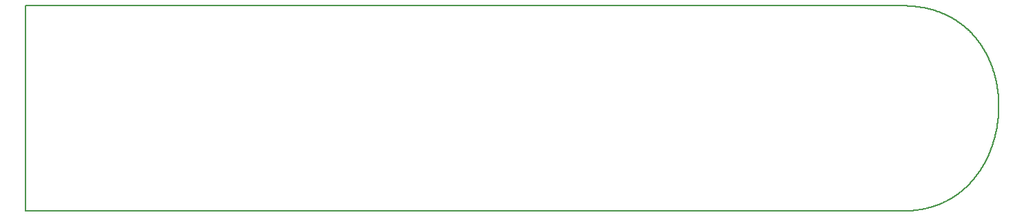
<source format=gm1>
G04 MADE WITH FRITZING*
G04 WWW.FRITZING.ORG*
G04 DOUBLE SIDED*
G04 HOLES PLATED*
G04 CONTOUR ON CENTER OF CONTOUR VECTOR*
%ASAXBY*%
%FSLAX23Y23*%
%MOIN*%
%OFA0B0*%
%SFA1.0B1.0*%
%ADD10C,0.008*%
%LNCONTOUR*%
G90*
G70*
G54D10*
X7Y1004D02*
X7Y1003D01*
X7Y8D01*
X8Y8D01*
X9Y8D01*
X10Y8D01*
X11Y8D01*
X12Y8D01*
X13Y8D01*
X14Y8D01*
X15Y8D01*
X16Y8D01*
X17Y8D01*
X18Y8D01*
X19Y8D01*
X20Y8D01*
X21Y8D01*
X22Y8D01*
X23Y8D01*
X24Y8D01*
X25Y8D01*
X26Y8D01*
X27Y8D01*
X28Y8D01*
X29Y8D01*
X30Y8D01*
X31Y8D01*
X32Y8D01*
X33Y8D01*
X34Y8D01*
X35Y8D01*
X36Y8D01*
X37Y8D01*
X38Y8D01*
X39Y8D01*
X40Y8D01*
X41Y8D01*
X42Y8D01*
X43Y8D01*
X44Y8D01*
X45Y8D01*
X46Y8D01*
X47Y8D01*
X48Y8D01*
X49Y8D01*
X50Y8D01*
X51Y8D01*
X52Y8D01*
X53Y8D01*
X54Y8D01*
X55Y8D01*
X56Y8D01*
X57Y8D01*
X58Y8D01*
X59Y8D01*
X60Y8D01*
X61Y8D01*
X62Y8D01*
X63Y8D01*
X64Y8D01*
X65Y8D01*
X66Y8D01*
X67Y8D01*
X68Y8D01*
X69Y8D01*
X70Y8D01*
X71Y8D01*
X72Y8D01*
X73Y8D01*
X74Y8D01*
X75Y8D01*
X76Y8D01*
X77Y8D01*
X78Y8D01*
X79Y8D01*
X80Y8D01*
X81Y8D01*
X82Y8D01*
X83Y8D01*
X84Y8D01*
X85Y8D01*
X86Y8D01*
X87Y8D01*
X88Y8D01*
X89Y8D01*
X90Y8D01*
X91Y8D01*
X92Y8D01*
X93Y8D01*
X94Y8D01*
X95Y8D01*
X96Y8D01*
X97Y8D01*
X98Y8D01*
X99Y8D01*
X100Y8D01*
X101Y8D01*
X102Y8D01*
X103Y8D01*
X104Y8D01*
X105Y8D01*
X106Y8D01*
X107Y8D01*
X108Y8D01*
X109Y8D01*
X110Y8D01*
X111Y8D01*
X112Y8D01*
X113Y8D01*
X114Y8D01*
X115Y8D01*
X116Y8D01*
X117Y8D01*
X118Y8D01*
X119Y8D01*
X120Y8D01*
X121Y8D01*
X122Y8D01*
X123Y8D01*
X124Y8D01*
X125Y8D01*
X126Y8D01*
X127Y8D01*
X128Y8D01*
X129Y8D01*
X130Y8D01*
X131Y8D01*
X132Y8D01*
X133Y8D01*
X134Y8D01*
X135Y8D01*
X136Y8D01*
X137Y8D01*
X138Y8D01*
X139Y8D01*
X140Y8D01*
X141Y8D01*
X142Y8D01*
X143Y8D01*
X144Y8D01*
X145Y8D01*
X146Y8D01*
X147Y8D01*
X148Y8D01*
X149Y8D01*
X150Y8D01*
X151Y8D01*
X152Y8D01*
X153Y8D01*
X154Y8D01*
X155Y8D01*
X156Y8D01*
X157Y8D01*
X158Y8D01*
X159Y8D01*
X160Y8D01*
X161Y8D01*
X162Y8D01*
X163Y8D01*
X164Y8D01*
X165Y8D01*
X166Y8D01*
X167Y8D01*
X168Y8D01*
X169Y8D01*
X170Y8D01*
X171Y8D01*
X172Y8D01*
X173Y8D01*
X174Y8D01*
X175Y8D01*
X176Y8D01*
X177Y8D01*
X178Y8D01*
X179Y8D01*
X180Y8D01*
X181Y8D01*
X182Y8D01*
X183Y8D01*
X184Y8D01*
X185Y8D01*
X186Y8D01*
X187Y8D01*
X188Y8D01*
X189Y8D01*
X190Y8D01*
X191Y8D01*
X192Y8D01*
X193Y8D01*
X194Y8D01*
X195Y8D01*
X196Y8D01*
X197Y8D01*
X198Y8D01*
X199Y8D01*
X200Y8D01*
X201Y8D01*
X202Y8D01*
X203Y8D01*
X204Y8D01*
X205Y8D01*
X206Y8D01*
X207Y8D01*
X208Y8D01*
X209Y8D01*
X210Y8D01*
X211Y8D01*
X212Y8D01*
X213Y8D01*
X214Y8D01*
X215Y8D01*
X216Y8D01*
X217Y8D01*
X218Y8D01*
X219Y8D01*
X220Y8D01*
X221Y8D01*
X222Y8D01*
X223Y8D01*
X224Y8D01*
X225Y8D01*
X226Y8D01*
X227Y8D01*
X228Y8D01*
X229Y8D01*
X230Y8D01*
X231Y8D01*
X232Y8D01*
X233Y8D01*
X234Y8D01*
X235Y8D01*
X236Y8D01*
X237Y8D01*
X238Y8D01*
X239Y8D01*
X240Y8D01*
X241Y8D01*
X242Y8D01*
X243Y8D01*
X244Y8D01*
X245Y8D01*
X246Y8D01*
X247Y8D01*
X248Y8D01*
X249Y8D01*
X250Y8D01*
X251Y8D01*
X252Y8D01*
X253Y8D01*
X254Y8D01*
X255Y8D01*
X256Y8D01*
X257Y8D01*
X258Y8D01*
X259Y8D01*
X260Y8D01*
X261Y8D01*
X262Y8D01*
X263Y8D01*
X264Y8D01*
X265Y8D01*
X266Y8D01*
X267Y8D01*
X268Y8D01*
X269Y8D01*
X270Y8D01*
X271Y8D01*
X272Y8D01*
X273Y8D01*
X274Y8D01*
X275Y8D01*
X276Y8D01*
X277Y8D01*
X278Y8D01*
X279Y8D01*
X280Y8D01*
X281Y8D01*
X282Y8D01*
X283Y8D01*
X284Y8D01*
X285Y8D01*
X286Y8D01*
X287Y8D01*
X288Y8D01*
X289Y8D01*
X290Y8D01*
X291Y8D01*
X292Y8D01*
X293Y8D01*
X294Y8D01*
X295Y8D01*
X296Y8D01*
X297Y8D01*
X298Y8D01*
X299Y8D01*
X300Y8D01*
X301Y8D01*
X302Y8D01*
X303Y8D01*
X304Y8D01*
X305Y8D01*
X306Y8D01*
X307Y8D01*
X308Y8D01*
X309Y8D01*
X310Y8D01*
X311Y8D01*
X312Y8D01*
X313Y8D01*
X314Y8D01*
X315Y8D01*
X316Y8D01*
X317Y8D01*
X318Y8D01*
X319Y8D01*
X320Y8D01*
X321Y8D01*
X322Y8D01*
X323Y8D01*
X324Y8D01*
X325Y8D01*
X326Y8D01*
X327Y8D01*
X328Y8D01*
X329Y8D01*
X330Y8D01*
X331Y8D01*
X332Y8D01*
X333Y8D01*
X334Y8D01*
X335Y8D01*
X336Y8D01*
X337Y8D01*
X338Y8D01*
X339Y8D01*
X340Y8D01*
X341Y8D01*
X342Y8D01*
X343Y8D01*
X344Y8D01*
X345Y8D01*
X346Y8D01*
X347Y8D01*
X348Y8D01*
X349Y8D01*
X350Y8D01*
X351Y8D01*
X352Y8D01*
X353Y8D01*
X354Y8D01*
X355Y8D01*
X356Y8D01*
X357Y8D01*
X358Y8D01*
X359Y8D01*
X360Y8D01*
X361Y8D01*
X362Y8D01*
X363Y8D01*
X364Y8D01*
X365Y8D01*
X366Y8D01*
X367Y8D01*
X368Y8D01*
X369Y8D01*
X370Y8D01*
X371Y8D01*
X372Y8D01*
X373Y8D01*
X374Y8D01*
X375Y8D01*
X376Y8D01*
X377Y8D01*
X378Y8D01*
X379Y8D01*
X380Y8D01*
X381Y8D01*
X382Y8D01*
X383Y8D01*
X384Y8D01*
X385Y8D01*
X386Y8D01*
X387Y8D01*
X388Y8D01*
X389Y8D01*
X390Y8D01*
X391Y8D01*
X392Y8D01*
X393Y8D01*
X394Y8D01*
X395Y8D01*
X396Y8D01*
X397Y8D01*
X398Y8D01*
X399Y8D01*
X400Y8D01*
X401Y8D01*
X402Y8D01*
X403Y8D01*
X404Y8D01*
X405Y8D01*
X406Y8D01*
X407Y8D01*
X408Y8D01*
X409Y8D01*
X410Y8D01*
X411Y8D01*
X412Y8D01*
X413Y8D01*
X414Y8D01*
X415Y8D01*
X416Y8D01*
X417Y8D01*
X418Y8D01*
X419Y8D01*
X420Y8D01*
X421Y8D01*
X422Y8D01*
X423Y8D01*
X424Y8D01*
X425Y8D01*
X426Y8D01*
X427Y8D01*
X428Y8D01*
X429Y8D01*
X430Y8D01*
X431Y8D01*
X432Y8D01*
X433Y8D01*
X434Y8D01*
X435Y8D01*
X436Y8D01*
X437Y8D01*
X438Y8D01*
X439Y8D01*
X440Y8D01*
X441Y8D01*
X442Y8D01*
X443Y8D01*
X444Y8D01*
X445Y8D01*
X446Y8D01*
X447Y8D01*
X448Y8D01*
X449Y8D01*
X450Y8D01*
X451Y8D01*
X452Y8D01*
X453Y8D01*
X454Y8D01*
X455Y8D01*
X456Y8D01*
X457Y8D01*
X458Y8D01*
X459Y8D01*
X460Y8D01*
X461Y8D01*
X462Y8D01*
X463Y8D01*
X464Y8D01*
X465Y8D01*
X466Y8D01*
X467Y8D01*
X468Y8D01*
X469Y8D01*
X470Y8D01*
X471Y8D01*
X472Y8D01*
X473Y8D01*
X474Y8D01*
X475Y8D01*
X476Y8D01*
X477Y8D01*
X478Y8D01*
X479Y8D01*
X480Y8D01*
X481Y8D01*
X482Y8D01*
X483Y8D01*
X484Y8D01*
X485Y8D01*
X486Y8D01*
X487Y8D01*
X488Y8D01*
X489Y8D01*
X490Y8D01*
X491Y8D01*
X492Y8D01*
X493Y8D01*
X494Y8D01*
X495Y8D01*
X496Y8D01*
X497Y8D01*
X498Y8D01*
X499Y8D01*
X500Y8D01*
X501Y8D01*
X502Y8D01*
X503Y8D01*
X504Y8D01*
X505Y8D01*
X506Y8D01*
X507Y8D01*
X508Y8D01*
X509Y8D01*
X510Y8D01*
X511Y8D01*
X512Y8D01*
X513Y8D01*
X514Y8D01*
X515Y8D01*
X516Y8D01*
X517Y8D01*
X518Y8D01*
X519Y8D01*
X520Y8D01*
X521Y8D01*
X522Y8D01*
X523Y8D01*
X524Y8D01*
X525Y8D01*
X526Y8D01*
X527Y8D01*
X528Y8D01*
X529Y8D01*
X530Y8D01*
X531Y8D01*
X532Y8D01*
X533Y8D01*
X534Y8D01*
X535Y8D01*
X536Y8D01*
X537Y8D01*
X538Y8D01*
X539Y8D01*
X540Y8D01*
X541Y8D01*
X542Y8D01*
X543Y8D01*
X544Y8D01*
X545Y8D01*
X546Y8D01*
X547Y8D01*
X548Y8D01*
X549Y8D01*
X550Y8D01*
X551Y8D01*
X552Y8D01*
X553Y8D01*
X554Y8D01*
X555Y8D01*
X556Y8D01*
X557Y8D01*
X558Y8D01*
X559Y8D01*
X560Y8D01*
X561Y8D01*
X562Y8D01*
X563Y8D01*
X564Y8D01*
X565Y8D01*
X566Y8D01*
X567Y8D01*
X568Y8D01*
X569Y8D01*
X570Y8D01*
X571Y8D01*
X572Y8D01*
X573Y8D01*
X574Y8D01*
X575Y8D01*
X576Y8D01*
X577Y8D01*
X578Y8D01*
X579Y8D01*
X580Y8D01*
X581Y8D01*
X582Y8D01*
X583Y8D01*
X584Y8D01*
X585Y8D01*
X586Y8D01*
X587Y8D01*
X588Y8D01*
X589Y8D01*
X590Y8D01*
X591Y8D01*
X592Y8D01*
X593Y8D01*
X594Y8D01*
X595Y8D01*
X596Y8D01*
X597Y8D01*
X598Y8D01*
X599Y8D01*
X600Y8D01*
X601Y8D01*
X602Y8D01*
X603Y8D01*
X604Y8D01*
X605Y8D01*
X606Y8D01*
X607Y8D01*
X608Y8D01*
X609Y8D01*
X610Y8D01*
X611Y8D01*
X612Y8D01*
X613Y8D01*
X614Y8D01*
X615Y8D01*
X616Y8D01*
X617Y8D01*
X618Y8D01*
X619Y8D01*
X620Y8D01*
X621Y8D01*
X622Y8D01*
X623Y8D01*
X624Y8D01*
X625Y8D01*
X626Y8D01*
X627Y8D01*
X628Y8D01*
X629Y8D01*
X630Y8D01*
X631Y8D01*
X632Y8D01*
X633Y8D01*
X634Y8D01*
X635Y8D01*
X636Y8D01*
X637Y8D01*
X638Y8D01*
X639Y8D01*
X640Y8D01*
X641Y8D01*
X642Y8D01*
X643Y8D01*
X644Y8D01*
X645Y8D01*
X646Y8D01*
X647Y8D01*
X648Y8D01*
X649Y8D01*
X650Y8D01*
X651Y8D01*
X652Y8D01*
X653Y8D01*
X654Y8D01*
X655Y8D01*
X656Y8D01*
X657Y8D01*
X658Y8D01*
X659Y8D01*
X660Y8D01*
X661Y8D01*
X662Y8D01*
X663Y8D01*
X664Y8D01*
X665Y8D01*
X666Y8D01*
X667Y8D01*
X668Y8D01*
X669Y8D01*
X670Y8D01*
X671Y8D01*
X672Y8D01*
X673Y8D01*
X674Y8D01*
X675Y8D01*
X676Y8D01*
X677Y8D01*
X678Y8D01*
X679Y8D01*
X680Y8D01*
X681Y8D01*
X682Y8D01*
X683Y8D01*
X684Y8D01*
X685Y8D01*
X686Y8D01*
X687Y8D01*
X688Y8D01*
X689Y8D01*
X690Y8D01*
X691Y8D01*
X692Y8D01*
X693Y8D01*
X694Y8D01*
X695Y8D01*
X696Y8D01*
X697Y8D01*
X698Y8D01*
X699Y8D01*
X700Y8D01*
X701Y8D01*
X702Y8D01*
X703Y8D01*
X704Y8D01*
X705Y8D01*
X706Y8D01*
X707Y8D01*
X708Y8D01*
X709Y8D01*
X710Y8D01*
X711Y8D01*
X712Y8D01*
X713Y8D01*
X714Y8D01*
X715Y8D01*
X716Y8D01*
X717Y8D01*
X718Y8D01*
X719Y8D01*
X720Y8D01*
X721Y8D01*
X722Y8D01*
X723Y8D01*
X724Y8D01*
X725Y8D01*
X726Y8D01*
X727Y8D01*
X728Y8D01*
X729Y8D01*
X730Y8D01*
X731Y8D01*
X732Y8D01*
X733Y8D01*
X734Y8D01*
X735Y8D01*
X736Y8D01*
X737Y8D01*
X738Y8D01*
X739Y8D01*
X740Y8D01*
X741Y8D01*
X742Y8D01*
X743Y8D01*
X744Y8D01*
X745Y8D01*
X746Y8D01*
X747Y8D01*
X748Y8D01*
X749Y8D01*
X750Y8D01*
X751Y8D01*
X752Y8D01*
X753Y8D01*
X754Y8D01*
X755Y8D01*
X756Y8D01*
X757Y8D01*
X758Y8D01*
X759Y8D01*
X760Y8D01*
X761Y8D01*
X762Y8D01*
X763Y8D01*
X764Y8D01*
X765Y8D01*
X766Y8D01*
X767Y8D01*
X768Y8D01*
X769Y8D01*
X770Y8D01*
X771Y8D01*
X772Y8D01*
X773Y8D01*
X774Y8D01*
X775Y8D01*
X776Y8D01*
X777Y8D01*
X778Y8D01*
X779Y8D01*
X780Y8D01*
X781Y8D01*
X782Y8D01*
X783Y8D01*
X784Y8D01*
X785Y8D01*
X786Y8D01*
X787Y8D01*
X788Y8D01*
X789Y8D01*
X790Y8D01*
X791Y8D01*
X792Y8D01*
X793Y8D01*
X794Y8D01*
X795Y8D01*
X796Y8D01*
X797Y8D01*
X798Y8D01*
X799Y8D01*
X800Y8D01*
X801Y8D01*
X802Y8D01*
X803Y8D01*
X804Y8D01*
X805Y8D01*
X806Y8D01*
X807Y8D01*
X808Y8D01*
X809Y8D01*
X810Y8D01*
X811Y8D01*
X812Y8D01*
X813Y8D01*
X814Y8D01*
X815Y8D01*
X816Y8D01*
X817Y8D01*
X818Y8D01*
X819Y8D01*
X820Y8D01*
X821Y8D01*
X822Y8D01*
X823Y8D01*
X824Y8D01*
X825Y8D01*
X826Y8D01*
X827Y8D01*
X828Y8D01*
X829Y8D01*
X830Y8D01*
X831Y8D01*
X832Y8D01*
X833Y8D01*
X834Y8D01*
X835Y8D01*
X836Y8D01*
X837Y8D01*
X838Y8D01*
X839Y8D01*
X840Y8D01*
X841Y8D01*
X842Y8D01*
X843Y8D01*
X844Y8D01*
X845Y8D01*
X846Y8D01*
X847Y8D01*
X848Y8D01*
X849Y8D01*
X850Y8D01*
X851Y8D01*
X852Y8D01*
X853Y8D01*
X854Y8D01*
X855Y8D01*
X856Y8D01*
X857Y8D01*
X858Y8D01*
X859Y8D01*
X860Y8D01*
X861Y8D01*
X862Y8D01*
X863Y8D01*
X864Y8D01*
X865Y8D01*
X866Y8D01*
X867Y8D01*
X868Y8D01*
X869Y8D01*
X870Y8D01*
X871Y8D01*
X872Y8D01*
X873Y8D01*
X874Y8D01*
X875Y8D01*
X876Y8D01*
X877Y8D01*
X878Y8D01*
X879Y8D01*
X880Y8D01*
X881Y8D01*
X882Y8D01*
X883Y8D01*
X884Y8D01*
X885Y8D01*
X886Y8D01*
X887Y8D01*
X888Y8D01*
X889Y8D01*
X890Y8D01*
X891Y8D01*
X892Y8D01*
X893Y8D01*
X894Y8D01*
X895Y8D01*
X896Y8D01*
X897Y8D01*
X898Y8D01*
X899Y8D01*
X900Y8D01*
X901Y8D01*
X902Y8D01*
X903Y8D01*
X904Y8D01*
X905Y8D01*
X906Y8D01*
X907Y8D01*
X908Y8D01*
X909Y8D01*
X910Y8D01*
X911Y8D01*
X912Y8D01*
X913Y8D01*
X914Y8D01*
X915Y8D01*
X916Y8D01*
X917Y8D01*
X918Y8D01*
X919Y8D01*
X920Y8D01*
X921Y8D01*
X922Y8D01*
X923Y8D01*
X924Y8D01*
X925Y8D01*
X926Y8D01*
X927Y8D01*
X928Y8D01*
X929Y8D01*
X930Y8D01*
X931Y8D01*
X932Y8D01*
X933Y8D01*
X934Y8D01*
X935Y8D01*
X936Y8D01*
X937Y8D01*
X938Y8D01*
X939Y8D01*
X940Y8D01*
X941Y8D01*
X942Y8D01*
X943Y8D01*
X944Y8D01*
X945Y8D01*
X946Y8D01*
X947Y8D01*
X948Y8D01*
X949Y8D01*
X950Y8D01*
X951Y8D01*
X952Y8D01*
X953Y8D01*
X954Y8D01*
X955Y8D01*
X956Y8D01*
X957Y8D01*
X958Y8D01*
X959Y8D01*
X960Y8D01*
X961Y8D01*
X962Y8D01*
X963Y8D01*
X964Y8D01*
X965Y8D01*
X966Y8D01*
X967Y8D01*
X968Y8D01*
X969Y8D01*
X970Y8D01*
X971Y8D01*
X972Y8D01*
X973Y8D01*
X974Y8D01*
X975Y8D01*
X976Y8D01*
X977Y8D01*
X978Y8D01*
X979Y8D01*
X980Y8D01*
X981Y8D01*
X982Y8D01*
X983Y8D01*
X984Y8D01*
X985Y8D01*
X986Y8D01*
X987Y8D01*
X988Y8D01*
X989Y8D01*
X990Y8D01*
X991Y8D01*
X992Y8D01*
X993Y8D01*
X994Y8D01*
X995Y8D01*
X996Y8D01*
X997Y8D01*
X998Y8D01*
X999Y8D01*
X1000Y8D01*
X1001Y8D01*
X1002Y8D01*
X1003Y8D01*
X1004Y8D01*
X1005Y8D01*
X1006Y8D01*
X1007Y8D01*
X1008Y8D01*
X1009Y8D01*
X1010Y8D01*
X1011Y8D01*
X1012Y8D01*
X1013Y8D01*
X1014Y8D01*
X1015Y8D01*
X1016Y8D01*
X1017Y8D01*
X1018Y8D01*
X1019Y8D01*
X1020Y8D01*
X1021Y8D01*
X1022Y8D01*
X1023Y8D01*
X1024Y8D01*
X1025Y8D01*
X1026Y8D01*
X1027Y8D01*
X1028Y8D01*
X1029Y8D01*
X1030Y8D01*
X1031Y8D01*
X1032Y8D01*
X1033Y8D01*
X1034Y8D01*
X1035Y8D01*
X1036Y8D01*
X1037Y8D01*
X1038Y8D01*
X1039Y8D01*
X1040Y8D01*
X1041Y8D01*
X1042Y8D01*
X1043Y8D01*
X1044Y8D01*
X1045Y8D01*
X1046Y8D01*
X1047Y8D01*
X1048Y8D01*
X1049Y8D01*
X1050Y8D01*
X1051Y8D01*
X1052Y8D01*
X1053Y8D01*
X1054Y8D01*
X1055Y8D01*
X1056Y8D01*
X1057Y8D01*
X1058Y8D01*
X1059Y8D01*
X1060Y8D01*
X1061Y8D01*
X1062Y8D01*
X1063Y8D01*
X1064Y8D01*
X1065Y8D01*
X1066Y8D01*
X1067Y8D01*
X1068Y8D01*
X1069Y8D01*
X1070Y8D01*
X1071Y8D01*
X1072Y8D01*
X1073Y8D01*
X1074Y8D01*
X1075Y8D01*
X1076Y8D01*
X1077Y8D01*
X1078Y8D01*
X1079Y8D01*
X1080Y8D01*
X1081Y8D01*
X1082Y8D01*
X1083Y8D01*
X1084Y8D01*
X1085Y8D01*
X1086Y8D01*
X1087Y8D01*
X1088Y8D01*
X1089Y8D01*
X1090Y8D01*
X1091Y8D01*
X1092Y8D01*
X1093Y8D01*
X1094Y8D01*
X1095Y8D01*
X1096Y8D01*
X1097Y8D01*
X1098Y8D01*
X1099Y8D01*
X1100Y8D01*
X1101Y8D01*
X1102Y8D01*
X1103Y8D01*
X1104Y8D01*
X1105Y8D01*
X1106Y8D01*
X1107Y8D01*
X1108Y8D01*
X1109Y8D01*
X1110Y8D01*
X1111Y8D01*
X1112Y8D01*
X1113Y8D01*
X1114Y8D01*
X1115Y8D01*
X1116Y8D01*
X1117Y8D01*
X1118Y8D01*
X1119Y8D01*
X1120Y8D01*
X1121Y8D01*
X1122Y8D01*
X1123Y8D01*
X1124Y8D01*
X1125Y8D01*
X1126Y8D01*
X1127Y8D01*
X1128Y8D01*
X1129Y8D01*
X1130Y8D01*
X1131Y8D01*
X1132Y8D01*
X1133Y8D01*
X1134Y8D01*
X1135Y8D01*
X1136Y8D01*
X1137Y8D01*
X1138Y8D01*
X1139Y8D01*
X1140Y8D01*
X1141Y8D01*
X1142Y8D01*
X1143Y8D01*
X1144Y8D01*
X1145Y8D01*
X1146Y8D01*
X1147Y8D01*
X1148Y8D01*
X1149Y8D01*
X1150Y8D01*
X1151Y8D01*
X1152Y8D01*
X1153Y8D01*
X1154Y8D01*
X1155Y8D01*
X1156Y8D01*
X1157Y8D01*
X1158Y8D01*
X1159Y8D01*
X1160Y8D01*
X1161Y8D01*
X1162Y8D01*
X1163Y8D01*
X1164Y8D01*
X1165Y8D01*
X1166Y8D01*
X1167Y8D01*
X1168Y8D01*
X1169Y8D01*
X1170Y8D01*
X1171Y8D01*
X1172Y8D01*
X1173Y8D01*
X1174Y8D01*
X1175Y8D01*
X1176Y8D01*
X1177Y8D01*
X1178Y8D01*
X1179Y8D01*
X1180Y8D01*
X1181Y8D01*
X1182Y8D01*
X1183Y8D01*
X1184Y8D01*
X1185Y8D01*
X1186Y8D01*
X1187Y8D01*
X1188Y8D01*
X1189Y8D01*
X1190Y8D01*
X1191Y8D01*
X1192Y8D01*
X1193Y8D01*
X1194Y8D01*
X1195Y8D01*
X1196Y8D01*
X1197Y8D01*
X1198Y8D01*
X1199Y8D01*
X1200Y8D01*
X1201Y8D01*
X1202Y8D01*
X1203Y8D01*
X1204Y8D01*
X1205Y8D01*
X1206Y8D01*
X1207Y8D01*
X1208Y8D01*
X1209Y8D01*
X1210Y8D01*
X1211Y8D01*
X1212Y8D01*
X1213Y8D01*
X1214Y8D01*
X1215Y8D01*
X1216Y8D01*
X1217Y8D01*
X1218Y8D01*
X1219Y8D01*
X1220Y8D01*
X1221Y8D01*
X1222Y8D01*
X1223Y8D01*
X1224Y8D01*
X1225Y8D01*
X1226Y8D01*
X1227Y8D01*
X1228Y8D01*
X1229Y8D01*
X1230Y8D01*
X1231Y8D01*
X1232Y8D01*
X1233Y8D01*
X1234Y8D01*
X1235Y8D01*
X1236Y8D01*
X1237Y8D01*
X1238Y8D01*
X1239Y8D01*
X1240Y8D01*
X1241Y8D01*
X1242Y8D01*
X1243Y8D01*
X1244Y8D01*
X1245Y8D01*
X1246Y8D01*
X1247Y8D01*
X1248Y8D01*
X1249Y8D01*
X1250Y8D01*
X1251Y8D01*
X1252Y8D01*
X1253Y8D01*
X1254Y8D01*
X1255Y8D01*
X1256Y8D01*
X1257Y8D01*
X1258Y8D01*
X1259Y8D01*
X1260Y8D01*
X1261Y8D01*
X1262Y8D01*
X1263Y8D01*
X1264Y8D01*
X1265Y8D01*
X1266Y8D01*
X1267Y8D01*
X1268Y8D01*
X1269Y8D01*
X1270Y8D01*
X1271Y8D01*
X1272Y8D01*
X1273Y8D01*
X1274Y8D01*
X1275Y8D01*
X1276Y8D01*
X1277Y8D01*
X1278Y8D01*
X1279Y8D01*
X1280Y8D01*
X1281Y8D01*
X1282Y8D01*
X1283Y8D01*
X1284Y8D01*
X1285Y8D01*
X1286Y8D01*
X1287Y8D01*
X1288Y8D01*
X1289Y8D01*
X1290Y8D01*
X1291Y8D01*
X1292Y8D01*
X1293Y8D01*
X1294Y8D01*
X1295Y8D01*
X1296Y8D01*
X1297Y8D01*
X1298Y8D01*
X1299Y8D01*
X1300Y8D01*
X1301Y8D01*
X1302Y8D01*
X1303Y8D01*
X1304Y8D01*
X1305Y8D01*
X1306Y8D01*
X1307Y8D01*
X1308Y8D01*
X1309Y8D01*
X1310Y8D01*
X1311Y8D01*
X1312Y8D01*
X1313Y8D01*
X1314Y8D01*
X1315Y8D01*
X1316Y8D01*
X1317Y8D01*
X1318Y8D01*
X1319Y8D01*
X1320Y8D01*
X1321Y8D01*
X1322Y8D01*
X1323Y8D01*
X1324Y8D01*
X1325Y8D01*
X1326Y8D01*
X1327Y8D01*
X1328Y8D01*
X1329Y8D01*
X1330Y8D01*
X1331Y8D01*
X1332Y8D01*
X1333Y8D01*
X1334Y8D01*
X1335Y8D01*
X1336Y8D01*
X1337Y8D01*
X1338Y8D01*
X1339Y8D01*
X1340Y8D01*
X1341Y8D01*
X1342Y8D01*
X1343Y8D01*
X1344Y8D01*
X1345Y8D01*
X1346Y8D01*
X1347Y8D01*
X1348Y8D01*
X1349Y8D01*
X1350Y8D01*
X1351Y8D01*
X1352Y8D01*
X1353Y8D01*
X1354Y8D01*
X1355Y8D01*
X1356Y8D01*
X1357Y8D01*
X1358Y8D01*
X1359Y8D01*
X1360Y8D01*
X1361Y8D01*
X1362Y8D01*
X1363Y8D01*
X1364Y8D01*
X1365Y8D01*
X1366Y8D01*
X1367Y8D01*
X1368Y8D01*
X1369Y8D01*
X1370Y8D01*
X1371Y8D01*
X1372Y8D01*
X1373Y8D01*
X1374Y8D01*
X1375Y8D01*
X1376Y8D01*
X1377Y8D01*
X1378Y8D01*
X1379Y8D01*
X1380Y8D01*
X1381Y8D01*
X1382Y8D01*
X1383Y8D01*
X1384Y8D01*
X1385Y8D01*
X1386Y8D01*
X1387Y8D01*
X1388Y8D01*
X1389Y8D01*
X1390Y8D01*
X1391Y8D01*
X1392Y8D01*
X1393Y8D01*
X1394Y8D01*
X1395Y8D01*
X1396Y8D01*
X1397Y8D01*
X1398Y8D01*
X1399Y8D01*
X1400Y8D01*
X1401Y8D01*
X1402Y8D01*
X1403Y8D01*
X1404Y8D01*
X1405Y8D01*
X1406Y8D01*
X1407Y8D01*
X1408Y8D01*
X1409Y8D01*
X1410Y8D01*
X1411Y8D01*
X1412Y8D01*
X1413Y8D01*
X1414Y8D01*
X1415Y8D01*
X1416Y8D01*
X1417Y8D01*
X1418Y8D01*
X1419Y8D01*
X1420Y8D01*
X1421Y8D01*
X1422Y8D01*
X1423Y8D01*
X1424Y8D01*
X1425Y8D01*
X1426Y8D01*
X1427Y8D01*
X1428Y8D01*
X1429Y8D01*
X1430Y8D01*
X1431Y8D01*
X1432Y8D01*
X1433Y8D01*
X1434Y8D01*
X1435Y8D01*
X1436Y8D01*
X1437Y8D01*
X1438Y8D01*
X1439Y8D01*
X1440Y8D01*
X1441Y8D01*
X1442Y8D01*
X1443Y8D01*
X1444Y8D01*
X1445Y8D01*
X1446Y8D01*
X1447Y8D01*
X1448Y8D01*
X1449Y8D01*
X1450Y8D01*
X1451Y8D01*
X1452Y8D01*
X1453Y8D01*
X1454Y8D01*
X1455Y8D01*
X1456Y8D01*
X1457Y8D01*
X1458Y8D01*
X1459Y8D01*
X1460Y8D01*
X1461Y8D01*
X1462Y8D01*
X1463Y8D01*
X1464Y8D01*
X1465Y8D01*
X1466Y8D01*
X1467Y8D01*
X1468Y8D01*
X1469Y8D01*
X1470Y8D01*
X1471Y8D01*
X1472Y8D01*
X1473Y8D01*
X1474Y8D01*
X1475Y8D01*
X1476Y8D01*
X1477Y8D01*
X1478Y8D01*
X1479Y8D01*
X1480Y8D01*
X1481Y8D01*
X1482Y8D01*
X1483Y8D01*
X1484Y8D01*
X1485Y8D01*
X1486Y8D01*
X1487Y8D01*
X1488Y8D01*
X1489Y8D01*
X1490Y8D01*
X1491Y8D01*
X1492Y8D01*
X1493Y8D01*
X1494Y8D01*
X1495Y8D01*
X1496Y8D01*
X1497Y8D01*
X1498Y8D01*
X1499Y8D01*
X1500Y8D01*
X1501Y8D01*
X1502Y8D01*
X1503Y8D01*
X1504Y8D01*
X1505Y8D01*
X1506Y8D01*
X1507Y8D01*
X1508Y8D01*
X1509Y8D01*
X1510Y8D01*
X1511Y8D01*
X1512Y8D01*
X1513Y8D01*
X1514Y8D01*
X1515Y8D01*
X1516Y8D01*
X1517Y8D01*
X1518Y8D01*
X1519Y8D01*
X1520Y8D01*
X1521Y8D01*
X1522Y8D01*
X1523Y8D01*
X1524Y8D01*
X1525Y8D01*
X1526Y8D01*
X1527Y8D01*
X1528Y8D01*
X1529Y8D01*
X1530Y8D01*
X1531Y8D01*
X1532Y8D01*
X1533Y8D01*
X1534Y8D01*
X1535Y8D01*
X1536Y8D01*
X1537Y8D01*
X1538Y8D01*
X1539Y8D01*
X1540Y8D01*
X1541Y8D01*
X1542Y8D01*
X1543Y8D01*
X1544Y8D01*
X1545Y8D01*
X1546Y8D01*
X1547Y8D01*
X1548Y8D01*
X1549Y8D01*
X1550Y8D01*
X1551Y8D01*
X1552Y8D01*
X1553Y8D01*
X1554Y8D01*
X1555Y8D01*
X1556Y8D01*
X1557Y8D01*
X1558Y8D01*
X1559Y8D01*
X1560Y8D01*
X1561Y8D01*
X1562Y8D01*
X1563Y8D01*
X1564Y8D01*
X1565Y8D01*
X1566Y8D01*
X1567Y8D01*
X1568Y8D01*
X1569Y8D01*
X1570Y8D01*
X1571Y8D01*
X1572Y8D01*
X1573Y8D01*
X1574Y8D01*
X1575Y8D01*
X1576Y8D01*
X1577Y8D01*
X1578Y8D01*
X1579Y8D01*
X1580Y8D01*
X1581Y8D01*
X1582Y8D01*
X1583Y8D01*
X1584Y8D01*
X1585Y8D01*
X1586Y8D01*
X1587Y8D01*
X1588Y8D01*
X1589Y8D01*
X1590Y8D01*
X1591Y8D01*
X1592Y8D01*
X1593Y8D01*
X1594Y8D01*
X1595Y8D01*
X1596Y8D01*
X1597Y8D01*
X1598Y8D01*
X1599Y8D01*
X1600Y8D01*
X1601Y8D01*
X1602Y8D01*
X1603Y8D01*
X1604Y8D01*
X1605Y8D01*
X1606Y8D01*
X1607Y8D01*
X1608Y8D01*
X1609Y8D01*
X1610Y8D01*
X1611Y8D01*
X1612Y8D01*
X1613Y8D01*
X1614Y8D01*
X1615Y8D01*
X1616Y8D01*
X1617Y8D01*
X1618Y8D01*
X1619Y8D01*
X1620Y8D01*
X1621Y8D01*
X1622Y8D01*
X1623Y8D01*
X1624Y8D01*
X1625Y8D01*
X1626Y8D01*
X1627Y8D01*
X1628Y8D01*
X1629Y8D01*
X1630Y8D01*
X1631Y8D01*
X1632Y8D01*
X1633Y8D01*
X1634Y8D01*
X1635Y8D01*
X1636Y8D01*
X1637Y8D01*
X1638Y8D01*
X1639Y8D01*
X1640Y8D01*
X1641Y8D01*
X1642Y8D01*
X1643Y8D01*
X1644Y8D01*
X1645Y8D01*
X1646Y8D01*
X1647Y8D01*
X1648Y8D01*
X1649Y8D01*
X1650Y8D01*
X1651Y8D01*
X1652Y8D01*
X1653Y8D01*
X1654Y8D01*
X1655Y8D01*
X1656Y8D01*
X1657Y8D01*
X1658Y8D01*
X1659Y8D01*
X1660Y8D01*
X1661Y8D01*
X1662Y8D01*
X1663Y8D01*
X1664Y8D01*
X1665Y8D01*
X1666Y8D01*
X1667Y8D01*
X1668Y8D01*
X1669Y8D01*
X1670Y8D01*
X1671Y8D01*
X1672Y8D01*
X1673Y8D01*
X1674Y8D01*
X1675Y8D01*
X1676Y8D01*
X1677Y8D01*
X1678Y8D01*
X1679Y8D01*
X1680Y8D01*
X1681Y8D01*
X1682Y8D01*
X1683Y8D01*
X1684Y8D01*
X1685Y8D01*
X1686Y8D01*
X1687Y8D01*
X1688Y8D01*
X1689Y8D01*
X1690Y8D01*
X1691Y8D01*
X1692Y8D01*
X1693Y8D01*
X1694Y8D01*
X1695Y8D01*
X1696Y8D01*
X1697Y8D01*
X1698Y8D01*
X1699Y8D01*
X1700Y8D01*
X1701Y8D01*
X1702Y8D01*
X1703Y8D01*
X1704Y8D01*
X1705Y8D01*
X1706Y8D01*
X1707Y8D01*
X1708Y8D01*
X1709Y8D01*
X1710Y8D01*
X1711Y8D01*
X1712Y8D01*
X1713Y8D01*
X1714Y8D01*
X1715Y8D01*
X1716Y8D01*
X1717Y8D01*
X1718Y8D01*
X1719Y8D01*
X1720Y8D01*
X1721Y8D01*
X1722Y8D01*
X1723Y8D01*
X1724Y8D01*
X1725Y8D01*
X1726Y8D01*
X1727Y8D01*
X1728Y8D01*
X1729Y8D01*
X1730Y8D01*
X1731Y8D01*
X1732Y8D01*
X1733Y8D01*
X1734Y8D01*
X1735Y8D01*
X1736Y8D01*
X1737Y8D01*
X1738Y8D01*
X1739Y8D01*
X1740Y8D01*
X1741Y8D01*
X1742Y8D01*
X1743Y8D01*
X1744Y8D01*
X1745Y8D01*
X1746Y8D01*
X1747Y8D01*
X1748Y8D01*
X1749Y8D01*
X1750Y8D01*
X1751Y8D01*
X1752Y8D01*
X1753Y8D01*
X1754Y8D01*
X1755Y8D01*
X1756Y8D01*
X1757Y8D01*
X1758Y8D01*
X1759Y8D01*
X1760Y8D01*
X1761Y8D01*
X1762Y8D01*
X1763Y8D01*
X1764Y8D01*
X1765Y8D01*
X1766Y8D01*
X1767Y8D01*
X1768Y8D01*
X1769Y8D01*
X1770Y8D01*
X1771Y8D01*
X1772Y8D01*
X1773Y8D01*
X1774Y8D01*
X1775Y8D01*
X1776Y8D01*
X1777Y8D01*
X1778Y8D01*
X1779Y8D01*
X1780Y8D01*
X1781Y8D01*
X1782Y8D01*
X1783Y8D01*
X1784Y8D01*
X1785Y8D01*
X1786Y8D01*
X1787Y8D01*
X1788Y8D01*
X1789Y8D01*
X1790Y8D01*
X1791Y8D01*
X1792Y8D01*
X1793Y8D01*
X1794Y8D01*
X1795Y8D01*
X1796Y8D01*
X1797Y8D01*
X1798Y8D01*
X1799Y8D01*
X1800Y8D01*
X1801Y8D01*
X1802Y8D01*
X1803Y8D01*
X1804Y8D01*
X1805Y8D01*
X1806Y8D01*
X1807Y8D01*
X1808Y8D01*
X1809Y8D01*
X1810Y8D01*
X1811Y8D01*
X1812Y8D01*
X1813Y8D01*
X1814Y8D01*
X1815Y8D01*
X1816Y8D01*
X1817Y8D01*
X1818Y8D01*
X1819Y8D01*
X1820Y8D01*
X1821Y8D01*
X1822Y8D01*
X1823Y8D01*
X1824Y8D01*
X1825Y8D01*
X1826Y8D01*
X1827Y8D01*
X1828Y8D01*
X1829Y8D01*
X1830Y8D01*
X1831Y8D01*
X1832Y8D01*
X1833Y8D01*
X1834Y8D01*
X1835Y8D01*
X1836Y8D01*
X1837Y8D01*
X1838Y8D01*
X1839Y8D01*
X1840Y8D01*
X1841Y8D01*
X1842Y8D01*
X1843Y8D01*
X1844Y8D01*
X1845Y8D01*
X1846Y8D01*
X1847Y8D01*
X1848Y8D01*
X1849Y8D01*
X1850Y8D01*
X1851Y8D01*
X1852Y8D01*
X1853Y8D01*
X1854Y8D01*
X1855Y8D01*
X1856Y8D01*
X1857Y8D01*
X1858Y8D01*
X1859Y8D01*
X1860Y8D01*
X1861Y8D01*
X1862Y8D01*
X1863Y8D01*
X1864Y8D01*
X1865Y8D01*
X1866Y8D01*
X1867Y8D01*
X1868Y8D01*
X1869Y8D01*
X1870Y8D01*
X1871Y8D01*
X1872Y8D01*
X1873Y8D01*
X1874Y8D01*
X1875Y8D01*
X1876Y8D01*
X1877Y8D01*
X1878Y8D01*
X1879Y8D01*
X1880Y8D01*
X1881Y8D01*
X1882Y8D01*
X1883Y8D01*
X1884Y8D01*
X1885Y8D01*
X1886Y8D01*
X1887Y8D01*
X1888Y8D01*
X1889Y8D01*
X1890Y8D01*
X1891Y8D01*
X1892Y8D01*
X1893Y8D01*
X1894Y8D01*
X1895Y8D01*
X1896Y8D01*
X1897Y8D01*
X1898Y8D01*
X1899Y8D01*
X1900Y8D01*
X1901Y8D01*
X1902Y8D01*
X1903Y8D01*
X1904Y8D01*
X1905Y8D01*
X1906Y8D01*
X1907Y8D01*
X1908Y8D01*
X1909Y8D01*
X1910Y8D01*
X1911Y8D01*
X1912Y8D01*
X1913Y8D01*
X1914Y8D01*
X1915Y8D01*
X1916Y8D01*
X1917Y8D01*
X1918Y8D01*
X1919Y8D01*
X1920Y8D01*
X1921Y8D01*
X1922Y8D01*
X1923Y8D01*
X1924Y8D01*
X1925Y8D01*
X1926Y8D01*
X1927Y8D01*
X1928Y8D01*
X1929Y8D01*
X1930Y8D01*
X1931Y8D01*
X1932Y8D01*
X1933Y8D01*
X1934Y8D01*
X1935Y8D01*
X1936Y8D01*
X1937Y8D01*
X1938Y8D01*
X1939Y8D01*
X1940Y8D01*
X1941Y8D01*
X1942Y8D01*
X1943Y8D01*
X1944Y8D01*
X1945Y8D01*
X1946Y8D01*
X1947Y8D01*
X1948Y8D01*
X1949Y8D01*
X1950Y8D01*
X1951Y8D01*
X1952Y8D01*
X1953Y8D01*
X1954Y8D01*
X1955Y8D01*
X1956Y8D01*
X1957Y8D01*
X1958Y8D01*
X1959Y8D01*
X1960Y8D01*
X1961Y8D01*
X1962Y8D01*
X1963Y8D01*
X1964Y8D01*
X1965Y8D01*
X1966Y8D01*
X1967Y8D01*
X1968Y8D01*
X1969Y8D01*
X1970Y8D01*
X1971Y8D01*
X1972Y8D01*
X1973Y8D01*
X1974Y8D01*
X1975Y8D01*
X1976Y8D01*
X1977Y8D01*
X1978Y8D01*
X1979Y8D01*
X1980Y8D01*
X1981Y8D01*
X1982Y8D01*
X1983Y8D01*
X1984Y8D01*
X1985Y8D01*
X1986Y8D01*
X1987Y8D01*
X1988Y8D01*
X1989Y8D01*
X1990Y8D01*
X1991Y8D01*
X1992Y8D01*
X1993Y8D01*
X1994Y8D01*
X1995Y8D01*
X1996Y8D01*
X1997Y8D01*
X1998Y8D01*
X1999Y8D01*
X2000Y8D01*
X2001Y8D01*
X2002Y8D01*
X2003Y8D01*
X2004Y8D01*
X2005Y8D01*
X2006Y8D01*
X2007Y8D01*
X2008Y8D01*
X2009Y8D01*
X2010Y8D01*
X2011Y8D01*
X2012Y8D01*
X2013Y8D01*
X2014Y8D01*
X2015Y8D01*
X2016Y8D01*
X2017Y8D01*
X2018Y8D01*
X2019Y8D01*
X2020Y8D01*
X2021Y8D01*
X2022Y8D01*
X2023Y8D01*
X2024Y8D01*
X2025Y8D01*
X2026Y8D01*
X2027Y8D01*
X2028Y8D01*
X2029Y8D01*
X2030Y8D01*
X2031Y8D01*
X2032Y8D01*
X2033Y8D01*
X2034Y8D01*
X2035Y8D01*
X2036Y8D01*
X2037Y8D01*
X2038Y8D01*
X2039Y8D01*
X2040Y8D01*
X2041Y8D01*
X2042Y8D01*
X2043Y8D01*
X2044Y8D01*
X2045Y8D01*
X2046Y8D01*
X2047Y8D01*
X2048Y8D01*
X2049Y8D01*
X2050Y8D01*
X2051Y8D01*
X2052Y8D01*
X2053Y8D01*
X2054Y8D01*
X2055Y8D01*
X2056Y8D01*
X2057Y8D01*
X2058Y8D01*
X2059Y8D01*
X2060Y8D01*
X2061Y8D01*
X2062Y8D01*
X2063Y8D01*
X2064Y8D01*
X2065Y8D01*
X2066Y8D01*
X2067Y8D01*
X2068Y8D01*
X2069Y8D01*
X2070Y8D01*
X2071Y8D01*
X2072Y8D01*
X2073Y8D01*
X2074Y8D01*
X2075Y8D01*
X2076Y8D01*
X2077Y8D01*
X2078Y8D01*
X2079Y8D01*
X2080Y8D01*
X2081Y8D01*
X2082Y8D01*
X2083Y8D01*
X2084Y8D01*
X2085Y8D01*
X2086Y8D01*
X2087Y8D01*
X2088Y8D01*
X2089Y8D01*
X2090Y8D01*
X2091Y8D01*
X2092Y8D01*
X2093Y8D01*
X2094Y8D01*
X2095Y8D01*
X2096Y8D01*
X2097Y8D01*
X2098Y8D01*
X2099Y8D01*
X2100Y8D01*
X2101Y8D01*
X2102Y8D01*
X2103Y8D01*
X2104Y8D01*
X2105Y8D01*
X2106Y8D01*
X2107Y8D01*
X2108Y8D01*
X2109Y8D01*
X2110Y8D01*
X2111Y8D01*
X2112Y8D01*
X2113Y8D01*
X2114Y8D01*
X2115Y8D01*
X2116Y8D01*
X2117Y8D01*
X2118Y8D01*
X2119Y8D01*
X2120Y8D01*
X2121Y8D01*
X2122Y8D01*
X2123Y8D01*
X2124Y8D01*
X2125Y8D01*
X2126Y8D01*
X2127Y8D01*
X2128Y8D01*
X2129Y8D01*
X2130Y8D01*
X2131Y8D01*
X2132Y8D01*
X2133Y8D01*
X2134Y8D01*
X2135Y8D01*
X2136Y8D01*
X2137Y8D01*
X2138Y8D01*
X2139Y8D01*
X2140Y8D01*
X2141Y8D01*
X2142Y8D01*
X2143Y8D01*
X2144Y8D01*
X2145Y8D01*
X2146Y8D01*
X2147Y8D01*
X2148Y8D01*
X2149Y8D01*
X2150Y8D01*
X2151Y8D01*
X2152Y8D01*
X2153Y8D01*
X2154Y8D01*
X2155Y8D01*
X2156Y8D01*
X2157Y8D01*
X2158Y8D01*
X2159Y8D01*
X2160Y8D01*
X2161Y8D01*
X2162Y8D01*
X2163Y8D01*
X2164Y8D01*
X2165Y8D01*
X2166Y8D01*
X2167Y8D01*
X2168Y8D01*
X2169Y8D01*
X2170Y8D01*
X2171Y8D01*
X2172Y8D01*
X2173Y8D01*
X2174Y8D01*
X2175Y8D01*
X2176Y8D01*
X2177Y8D01*
X2178Y8D01*
X2179Y8D01*
X2180Y8D01*
X2181Y8D01*
X2182Y8D01*
X2183Y8D01*
X2184Y8D01*
X2185Y8D01*
X2186Y8D01*
X2187Y8D01*
X2188Y8D01*
X2189Y8D01*
X2190Y8D01*
X2191Y8D01*
X2192Y8D01*
X2193Y8D01*
X2194Y8D01*
X2195Y8D01*
X2196Y8D01*
X2197Y8D01*
X2198Y8D01*
X2199Y8D01*
X2200Y8D01*
X2201Y8D01*
X2202Y8D01*
X2203Y8D01*
X2204Y8D01*
X2205Y8D01*
X2206Y8D01*
X2207Y8D01*
X2208Y8D01*
X2209Y8D01*
X2210Y8D01*
X2211Y8D01*
X2212Y8D01*
X2213Y8D01*
X2214Y8D01*
X2215Y8D01*
X2216Y8D01*
X2217Y8D01*
X2218Y8D01*
X2219Y8D01*
X2220Y8D01*
X2221Y8D01*
X2222Y8D01*
X2223Y8D01*
X2224Y8D01*
X2225Y8D01*
X2226Y8D01*
X2227Y8D01*
X2228Y8D01*
X2229Y8D01*
X2230Y8D01*
X2231Y8D01*
X2232Y8D01*
X2233Y8D01*
X2234Y8D01*
X2235Y8D01*
X2236Y8D01*
X2237Y8D01*
X2238Y8D01*
X2239Y8D01*
X2240Y8D01*
X2241Y8D01*
X2242Y8D01*
X2243Y8D01*
X2244Y8D01*
X2245Y8D01*
X2246Y8D01*
X2247Y8D01*
X2248Y8D01*
X2249Y8D01*
X2250Y8D01*
X2251Y8D01*
X2252Y8D01*
X2253Y8D01*
X2254Y8D01*
X2255Y8D01*
X2256Y8D01*
X2257Y8D01*
X2258Y8D01*
X2259Y8D01*
X2260Y8D01*
X2261Y8D01*
X2262Y8D01*
X2263Y8D01*
X2264Y8D01*
X2265Y8D01*
X2266Y8D01*
X2267Y8D01*
X2268Y8D01*
X2269Y8D01*
X2270Y8D01*
X2271Y8D01*
X2272Y8D01*
X2273Y8D01*
X2274Y8D01*
X2275Y8D01*
X2276Y8D01*
X2277Y8D01*
X2278Y8D01*
X2279Y8D01*
X2280Y8D01*
X2281Y8D01*
X2282Y8D01*
X2283Y8D01*
X2284Y8D01*
X2285Y8D01*
X2286Y8D01*
X2287Y8D01*
X2288Y8D01*
X2289Y8D01*
X2290Y8D01*
X2291Y8D01*
X2292Y8D01*
X2293Y8D01*
X2294Y8D01*
X2295Y8D01*
X2296Y8D01*
X2297Y8D01*
X2298Y8D01*
X2299Y8D01*
X2300Y8D01*
X2301Y8D01*
X2302Y8D01*
X2303Y8D01*
X2304Y8D01*
X2305Y8D01*
X2306Y8D01*
X2307Y8D01*
X2308Y8D01*
X2309Y8D01*
X2310Y8D01*
X2311Y8D01*
X2312Y8D01*
X2313Y8D01*
X2314Y8D01*
X2315Y8D01*
X2316Y8D01*
X2317Y8D01*
X2318Y8D01*
X2319Y8D01*
X2320Y8D01*
X2321Y8D01*
X2322Y8D01*
X2323Y8D01*
X2324Y8D01*
X2325Y8D01*
X2326Y8D01*
X2327Y8D01*
X2328Y8D01*
X2329Y8D01*
X2330Y8D01*
X2331Y8D01*
X2332Y8D01*
X2333Y8D01*
X2334Y8D01*
X2335Y8D01*
X2336Y8D01*
X2337Y8D01*
X2338Y8D01*
X2339Y8D01*
X2340Y8D01*
X2341Y8D01*
X2342Y8D01*
X2343Y8D01*
X2344Y8D01*
X2345Y8D01*
X2346Y8D01*
X2347Y8D01*
X2348Y8D01*
X2349Y8D01*
X2350Y8D01*
X2351Y8D01*
X2352Y8D01*
X2353Y8D01*
X2354Y8D01*
X2355Y8D01*
X2356Y8D01*
X2357Y8D01*
X2358Y8D01*
X2359Y8D01*
X2360Y8D01*
X2361Y8D01*
X2362Y8D01*
X2363Y8D01*
X2364Y8D01*
X2365Y8D01*
X2366Y8D01*
X2367Y8D01*
X2368Y8D01*
X2369Y8D01*
X2370Y8D01*
X2371Y8D01*
X2372Y8D01*
X2373Y8D01*
X2374Y8D01*
X2375Y8D01*
X2376Y8D01*
X2377Y8D01*
X2378Y8D01*
X2379Y8D01*
X2380Y8D01*
X2381Y8D01*
X2382Y8D01*
X2383Y8D01*
X2384Y8D01*
X2385Y8D01*
X2386Y8D01*
X2387Y8D01*
X2388Y8D01*
X2389Y8D01*
X2390Y8D01*
X2391Y8D01*
X2392Y8D01*
X2393Y8D01*
X2394Y8D01*
X2395Y8D01*
X2396Y8D01*
X2397Y8D01*
X2398Y8D01*
X2399Y8D01*
X2400Y8D01*
X2401Y8D01*
X2402Y8D01*
X2403Y8D01*
X2404Y8D01*
X2405Y8D01*
X2406Y8D01*
X2407Y8D01*
X2408Y8D01*
X2409Y8D01*
X2410Y8D01*
X2411Y8D01*
X2412Y8D01*
X2413Y8D01*
X2414Y8D01*
X2415Y8D01*
X2416Y8D01*
X2417Y8D01*
X2418Y8D01*
X2419Y8D01*
X2420Y8D01*
X2421Y8D01*
X2422Y8D01*
X2423Y8D01*
X2424Y8D01*
X2425Y8D01*
X2426Y8D01*
X2427Y8D01*
X2428Y8D01*
X2429Y8D01*
X2430Y8D01*
X2431Y8D01*
X2432Y8D01*
X2433Y8D01*
X2434Y8D01*
X2435Y8D01*
X2436Y8D01*
X2437Y8D01*
X2438Y8D01*
X2439Y8D01*
X2440Y8D01*
X2441Y8D01*
X2442Y8D01*
X2443Y8D01*
X2444Y8D01*
X2445Y8D01*
X2446Y8D01*
X2447Y8D01*
X2448Y8D01*
X2449Y8D01*
X2450Y8D01*
X2451Y8D01*
X2452Y8D01*
X2453Y8D01*
X2454Y8D01*
X2455Y8D01*
X2456Y8D01*
X2457Y8D01*
X2458Y8D01*
X2459Y8D01*
X2460Y8D01*
X2461Y8D01*
X2462Y8D01*
X2463Y8D01*
X2464Y8D01*
X2465Y8D01*
X2466Y8D01*
X2467Y8D01*
X2468Y8D01*
X2469Y8D01*
X2470Y8D01*
X2471Y8D01*
X2472Y8D01*
X2473Y8D01*
X2474Y8D01*
X2475Y8D01*
X2476Y8D01*
X2477Y8D01*
X2478Y8D01*
X2479Y8D01*
X2480Y8D01*
X2481Y8D01*
X2482Y8D01*
X2483Y8D01*
X2484Y8D01*
X2485Y8D01*
X2486Y8D01*
X2487Y8D01*
X2488Y8D01*
X2489Y8D01*
X2490Y8D01*
X2491Y8D01*
X2492Y8D01*
X2493Y8D01*
X2494Y8D01*
X2495Y8D01*
X2496Y8D01*
X2497Y8D01*
X2498Y8D01*
X2499Y8D01*
X2500Y8D01*
X2501Y8D01*
X2502Y8D01*
X2503Y8D01*
X2504Y8D01*
X2505Y8D01*
X2506Y8D01*
X2507Y8D01*
X2508Y8D01*
X2509Y8D01*
X2510Y8D01*
X2511Y8D01*
X2512Y8D01*
X2513Y8D01*
X2514Y8D01*
X2515Y8D01*
X2516Y8D01*
X2517Y8D01*
X2518Y8D01*
X2519Y8D01*
X2520Y8D01*
X2521Y8D01*
X2522Y8D01*
X2523Y8D01*
X2524Y8D01*
X2525Y8D01*
X2526Y8D01*
X2527Y8D01*
X2528Y8D01*
X2529Y8D01*
X2530Y8D01*
X2531Y8D01*
X2532Y8D01*
X2533Y8D01*
X2534Y8D01*
X2535Y8D01*
X2536Y8D01*
X2537Y8D01*
X2538Y8D01*
X2539Y8D01*
X2540Y8D01*
X2541Y8D01*
X2542Y8D01*
X2543Y8D01*
X2544Y8D01*
X2545Y8D01*
X2546Y8D01*
X2547Y8D01*
X2548Y8D01*
X2549Y8D01*
X2550Y8D01*
X2551Y8D01*
X2552Y8D01*
X2553Y8D01*
X2554Y8D01*
X2555Y8D01*
X2556Y8D01*
X2557Y8D01*
X2558Y8D01*
X2559Y8D01*
X2560Y8D01*
X2561Y8D01*
X2562Y8D01*
X2563Y8D01*
X2564Y8D01*
X2565Y8D01*
X2566Y8D01*
X2567Y8D01*
X2568Y8D01*
X2569Y8D01*
X2570Y8D01*
X2571Y8D01*
X2572Y8D01*
X2573Y8D01*
X2574Y8D01*
X2575Y8D01*
X2576Y8D01*
X2577Y8D01*
X2578Y8D01*
X2579Y8D01*
X2580Y8D01*
X2581Y8D01*
X2582Y8D01*
X2583Y8D01*
X2584Y8D01*
X2585Y8D01*
X2586Y8D01*
X2587Y8D01*
X2588Y8D01*
X2589Y8D01*
X2590Y8D01*
X2591Y8D01*
X2592Y8D01*
X2593Y8D01*
X2594Y8D01*
X2595Y8D01*
X2596Y8D01*
X2597Y8D01*
X2598Y8D01*
X2599Y8D01*
X2600Y8D01*
X2601Y8D01*
X2602Y8D01*
X2603Y8D01*
X2604Y8D01*
X2605Y8D01*
X2606Y8D01*
X2607Y8D01*
X2608Y8D01*
X2609Y8D01*
X2610Y8D01*
X2611Y8D01*
X2612Y8D01*
X2613Y8D01*
X2614Y8D01*
X2615Y8D01*
X2616Y8D01*
X2617Y8D01*
X2618Y8D01*
X2619Y8D01*
X2620Y8D01*
X2621Y8D01*
X2622Y8D01*
X2623Y8D01*
X2624Y8D01*
X2625Y8D01*
X2626Y8D01*
X2627Y8D01*
X2628Y8D01*
X2629Y8D01*
X2630Y8D01*
X2631Y8D01*
X2632Y8D01*
X2633Y8D01*
X2634Y8D01*
X2635Y8D01*
X2636Y8D01*
X2637Y8D01*
X2638Y8D01*
X2639Y8D01*
X2640Y8D01*
X2641Y8D01*
X2642Y8D01*
X2643Y8D01*
X2644Y8D01*
X2645Y8D01*
X2646Y8D01*
X2647Y8D01*
X2648Y8D01*
X2649Y8D01*
X2650Y8D01*
X2651Y8D01*
X2652Y8D01*
X2653Y8D01*
X2654Y8D01*
X2655Y8D01*
X2656Y8D01*
X2657Y8D01*
X2658Y8D01*
X2659Y8D01*
X2660Y8D01*
X2661Y8D01*
X2662Y8D01*
X2663Y8D01*
X2664Y8D01*
X2665Y8D01*
X2666Y8D01*
X2667Y8D01*
X2668Y8D01*
X2669Y8D01*
X2670Y8D01*
X2671Y8D01*
X2672Y8D01*
X2673Y8D01*
X2674Y8D01*
X2675Y8D01*
X2676Y8D01*
X2677Y8D01*
X2678Y8D01*
X2679Y8D01*
X2680Y8D01*
X2681Y8D01*
X2682Y8D01*
X2683Y8D01*
X2684Y8D01*
X2685Y8D01*
X2686Y8D01*
X2687Y8D01*
X2688Y8D01*
X2689Y8D01*
X2690Y8D01*
X2691Y8D01*
X2692Y8D01*
X2693Y8D01*
X2694Y8D01*
X2695Y8D01*
X2696Y8D01*
X2697Y8D01*
X2698Y8D01*
X2699Y8D01*
X2700Y8D01*
X2701Y8D01*
X2702Y8D01*
X2703Y8D01*
X2704Y8D01*
X2705Y8D01*
X2706Y8D01*
X2707Y8D01*
X2708Y8D01*
X2709Y8D01*
X2710Y8D01*
X2711Y8D01*
X2712Y8D01*
X2713Y8D01*
X2714Y8D01*
X2715Y8D01*
X2716Y8D01*
X2717Y8D01*
X2718Y8D01*
X2719Y8D01*
X2720Y8D01*
X2721Y8D01*
X2722Y8D01*
X2723Y8D01*
X2724Y8D01*
X2725Y8D01*
X2726Y8D01*
X2727Y8D01*
X2728Y8D01*
X2729Y8D01*
X2730Y8D01*
X2731Y8D01*
X2732Y8D01*
X2733Y8D01*
X2734Y8D01*
X2735Y8D01*
X2736Y8D01*
X2737Y8D01*
X2738Y8D01*
X2739Y8D01*
X2740Y8D01*
X2741Y8D01*
X2742Y8D01*
X2743Y8D01*
X2744Y8D01*
X2745Y8D01*
X2746Y8D01*
X2747Y8D01*
X2748Y8D01*
X2749Y8D01*
X2750Y8D01*
X2751Y8D01*
X2752Y8D01*
X2753Y8D01*
X2754Y8D01*
X2755Y8D01*
X2756Y8D01*
X2757Y8D01*
X2758Y8D01*
X2759Y8D01*
X2760Y8D01*
X2761Y8D01*
X2762Y8D01*
X2763Y8D01*
X2764Y8D01*
X2765Y8D01*
X2766Y8D01*
X2767Y8D01*
X2768Y8D01*
X2769Y8D01*
X2770Y8D01*
X2771Y8D01*
X2772Y8D01*
X2773Y8D01*
X2774Y8D01*
X2775Y8D01*
X2776Y8D01*
X2777Y8D01*
X2778Y8D01*
X2779Y8D01*
X2780Y8D01*
X2781Y8D01*
X2782Y8D01*
X2783Y8D01*
X2784Y8D01*
X2785Y8D01*
X2786Y8D01*
X2787Y8D01*
X2788Y8D01*
X2789Y8D01*
X2790Y8D01*
X2791Y8D01*
X2792Y8D01*
X2793Y8D01*
X2794Y8D01*
X2795Y8D01*
X2796Y8D01*
X2797Y8D01*
X2798Y8D01*
X2799Y8D01*
X2800Y8D01*
X2801Y8D01*
X2802Y8D01*
X2803Y8D01*
X2804Y8D01*
X2805Y8D01*
X2806Y8D01*
X2807Y8D01*
X2808Y8D01*
X2809Y8D01*
X2810Y8D01*
X2811Y8D01*
X2812Y8D01*
X2813Y8D01*
X2814Y8D01*
X2815Y8D01*
X2816Y8D01*
X2817Y8D01*
X2818Y8D01*
X2819Y8D01*
X2820Y8D01*
X2821Y8D01*
X2822Y8D01*
X2823Y8D01*
X2824Y8D01*
X2825Y8D01*
X2826Y8D01*
X2827Y8D01*
X2828Y8D01*
X2829Y8D01*
X2830Y8D01*
X2831Y8D01*
X2832Y8D01*
X2833Y8D01*
X2834Y8D01*
X2835Y8D01*
X2836Y8D01*
X2837Y8D01*
X2838Y8D01*
X2839Y8D01*
X2840Y8D01*
X2841Y8D01*
X2842Y8D01*
X2843Y8D01*
X2844Y8D01*
X2845Y8D01*
X2846Y8D01*
X2847Y8D01*
X2848Y8D01*
X2849Y8D01*
X2850Y8D01*
X2851Y8D01*
X2852Y8D01*
X2853Y8D01*
X2854Y8D01*
X2855Y8D01*
X2856Y8D01*
X2857Y8D01*
X2858Y8D01*
X2859Y8D01*
X2860Y8D01*
X2861Y8D01*
X2862Y8D01*
X2863Y8D01*
X2864Y8D01*
X2865Y8D01*
X2866Y8D01*
X2867Y8D01*
X2868Y8D01*
X2869Y8D01*
X2870Y8D01*
X2871Y8D01*
X2872Y8D01*
X2873Y8D01*
X2874Y8D01*
X2875Y8D01*
X2876Y8D01*
X2877Y8D01*
X2878Y8D01*
X2879Y8D01*
X2880Y8D01*
X2881Y8D01*
X2882Y8D01*
X2883Y8D01*
X2884Y8D01*
X2885Y8D01*
X2886Y8D01*
X2887Y8D01*
X2888Y8D01*
X2889Y8D01*
X2890Y8D01*
X2891Y8D01*
X2892Y8D01*
X2893Y8D01*
X2894Y8D01*
X2895Y8D01*
X2896Y8D01*
X2897Y8D01*
X2898Y8D01*
X2899Y8D01*
X2900Y8D01*
X2901Y8D01*
X2902Y8D01*
X2903Y8D01*
X2904Y8D01*
X2905Y8D01*
X2906Y8D01*
X2907Y8D01*
X2908Y8D01*
X2909Y8D01*
X2910Y8D01*
X2911Y8D01*
X2912Y8D01*
X2913Y8D01*
X2914Y8D01*
X2915Y8D01*
X2916Y8D01*
X2917Y8D01*
X2918Y8D01*
X2919Y8D01*
X2920Y8D01*
X2921Y8D01*
X2922Y8D01*
X2923Y8D01*
X2924Y8D01*
X2925Y8D01*
X2926Y8D01*
X2927Y8D01*
X2928Y8D01*
X2929Y8D01*
X2930Y8D01*
X2931Y8D01*
X2932Y8D01*
X2933Y8D01*
X2934Y8D01*
X2935Y8D01*
X2936Y8D01*
X2937Y8D01*
X2938Y8D01*
X2939Y8D01*
X2940Y8D01*
X2941Y8D01*
X2942Y8D01*
X2943Y8D01*
X2944Y8D01*
X2945Y8D01*
X2946Y8D01*
X2947Y8D01*
X2948Y8D01*
X2949Y8D01*
X2950Y8D01*
X2951Y8D01*
X2952Y8D01*
X2953Y8D01*
X2954Y8D01*
X2955Y8D01*
X2956Y8D01*
X2957Y8D01*
X2958Y8D01*
X2959Y8D01*
X2960Y8D01*
X2961Y8D01*
X2962Y8D01*
X2963Y8D01*
X2964Y8D01*
X2965Y8D01*
X2966Y8D01*
X2967Y8D01*
X2968Y8D01*
X2969Y8D01*
X2970Y8D01*
X2971Y8D01*
X2972Y8D01*
X2973Y8D01*
X2974Y8D01*
X2975Y8D01*
X2976Y8D01*
X2977Y8D01*
X2978Y8D01*
X2979Y8D01*
X2980Y8D01*
X2981Y8D01*
X2982Y8D01*
X2983Y8D01*
X2984Y8D01*
X2985Y8D01*
X2986Y8D01*
X2987Y8D01*
X2988Y8D01*
X2989Y8D01*
X2990Y8D01*
X2991Y8D01*
X2992Y8D01*
X2993Y8D01*
X2994Y8D01*
X2995Y8D01*
X2996Y8D01*
X2997Y8D01*
X2998Y8D01*
X2999Y8D01*
X3000Y8D01*
X3001Y8D01*
X3002Y8D01*
X3003Y8D01*
X3004Y8D01*
X3005Y8D01*
X3006Y8D01*
X3007Y8D01*
X3008Y8D01*
X3009Y8D01*
X3010Y8D01*
X3011Y8D01*
X3012Y8D01*
X3013Y8D01*
X3014Y8D01*
X3015Y8D01*
X3016Y8D01*
X3017Y8D01*
X3018Y8D01*
X3019Y8D01*
X3020Y8D01*
X3021Y8D01*
X3022Y8D01*
X3023Y8D01*
X3024Y8D01*
X3025Y8D01*
X3026Y8D01*
X3027Y8D01*
X3028Y8D01*
X3029Y8D01*
X3030Y8D01*
X3031Y8D01*
X3032Y8D01*
X3033Y8D01*
X3034Y8D01*
X3035Y8D01*
X3036Y8D01*
X3037Y8D01*
X3038Y8D01*
X3039Y8D01*
X3040Y8D01*
X3041Y8D01*
X3042Y8D01*
X3043Y8D01*
X3044Y8D01*
X3045Y8D01*
X3046Y8D01*
X3047Y8D01*
X3048Y8D01*
X3049Y8D01*
X3050Y8D01*
X3051Y8D01*
X3052Y8D01*
X3053Y8D01*
X3054Y8D01*
X3055Y8D01*
X3056Y8D01*
X3057Y8D01*
X3058Y8D01*
X3059Y8D01*
X3060Y8D01*
X3061Y8D01*
X3062Y8D01*
X3063Y8D01*
X3064Y8D01*
X3065Y8D01*
X3066Y8D01*
X3067Y8D01*
X3068Y8D01*
X3069Y8D01*
X3070Y8D01*
X3071Y8D01*
X3072Y8D01*
X3073Y8D01*
X3074Y8D01*
X3075Y8D01*
X3076Y8D01*
X3077Y8D01*
X3078Y8D01*
X3079Y8D01*
X3080Y8D01*
X3081Y8D01*
X3082Y8D01*
X3083Y8D01*
X3084Y8D01*
X3085Y8D01*
X3086Y8D01*
X3087Y8D01*
X3088Y8D01*
X3089Y8D01*
X3090Y8D01*
X3091Y8D01*
X3092Y8D01*
X3093Y8D01*
X3094Y8D01*
X3095Y8D01*
X3096Y8D01*
X3097Y8D01*
X3098Y8D01*
X3099Y8D01*
X3100Y8D01*
X3101Y8D01*
X3102Y8D01*
X3103Y8D01*
X3104Y8D01*
X3105Y8D01*
X3106Y8D01*
X3107Y8D01*
X3108Y8D01*
X3109Y8D01*
X3110Y8D01*
X3111Y8D01*
X3112Y8D01*
X3113Y8D01*
X3114Y8D01*
X3115Y8D01*
X3116Y8D01*
X3117Y8D01*
X3118Y8D01*
X3119Y8D01*
X3120Y8D01*
X3121Y8D01*
X3122Y8D01*
X3123Y8D01*
X3124Y8D01*
X3125Y8D01*
X3126Y8D01*
X3127Y8D01*
X3128Y8D01*
X3129Y8D01*
X3130Y8D01*
X3131Y8D01*
X3132Y8D01*
X3133Y8D01*
X3134Y8D01*
X3135Y8D01*
X3136Y8D01*
X3137Y8D01*
X3138Y8D01*
X3139Y8D01*
X3140Y8D01*
X3141Y8D01*
X3142Y8D01*
X3143Y8D01*
X3144Y8D01*
X3145Y8D01*
X3146Y8D01*
X3147Y8D01*
X3148Y8D01*
X3149Y8D01*
X3150Y8D01*
X3151Y8D01*
X3152Y8D01*
X3153Y8D01*
X3154Y8D01*
X3155Y8D01*
X3156Y8D01*
X3157Y8D01*
X3158Y8D01*
X3159Y8D01*
X3160Y8D01*
X3161Y8D01*
X3162Y8D01*
X3163Y8D01*
X3164Y8D01*
X3165Y8D01*
X3166Y8D01*
X3167Y8D01*
X3168Y8D01*
X3169Y8D01*
X3170Y8D01*
X3171Y8D01*
X3172Y8D01*
X3173Y8D01*
X3174Y8D01*
X3175Y8D01*
X3176Y8D01*
X3177Y8D01*
X3178Y8D01*
X3179Y8D01*
X3180Y8D01*
X3181Y8D01*
X3182Y8D01*
X3183Y8D01*
X3184Y8D01*
X3185Y8D01*
X3186Y8D01*
X3187Y8D01*
X3188Y8D01*
X3189Y8D01*
X3190Y8D01*
X3191Y8D01*
X3192Y8D01*
X3193Y8D01*
X3194Y8D01*
X3195Y8D01*
X3196Y8D01*
X3197Y8D01*
X3198Y8D01*
X3199Y8D01*
X3200Y8D01*
X3201Y8D01*
X3202Y8D01*
X3203Y8D01*
X3204Y8D01*
X3205Y8D01*
X3206Y8D01*
X3207Y8D01*
X3208Y8D01*
X3209Y8D01*
X3210Y8D01*
X3211Y8D01*
X3212Y8D01*
X3213Y8D01*
X3214Y8D01*
X3215Y8D01*
X3216Y8D01*
X3217Y8D01*
X3218Y8D01*
X3219Y8D01*
X3220Y8D01*
X3221Y8D01*
X3222Y8D01*
X3223Y8D01*
X3224Y8D01*
X3225Y8D01*
X3226Y8D01*
X3227Y8D01*
X3228Y8D01*
X3229Y8D01*
X3230Y8D01*
X3231Y8D01*
X3232Y8D01*
X3233Y8D01*
X3234Y8D01*
X3235Y8D01*
X3236Y8D01*
X3237Y8D01*
X3238Y8D01*
X3239Y8D01*
X3240Y8D01*
X3241Y8D01*
X3242Y8D01*
X3243Y8D01*
X3244Y8D01*
X3245Y8D01*
X3246Y8D01*
X3247Y8D01*
X3248Y8D01*
X3249Y8D01*
X3250Y8D01*
X3251Y8D01*
X3252Y8D01*
X3253Y8D01*
X3254Y8D01*
X3255Y8D01*
X3256Y8D01*
X3257Y8D01*
X3258Y8D01*
X3259Y8D01*
X3260Y8D01*
X3261Y8D01*
X3262Y8D01*
X3263Y8D01*
X3264Y8D01*
X3265Y8D01*
X3266Y8D01*
X3267Y8D01*
X3268Y8D01*
X3269Y8D01*
X3270Y8D01*
X3271Y8D01*
X3272Y8D01*
X3273Y8D01*
X3274Y8D01*
X3275Y8D01*
X3276Y8D01*
X3277Y8D01*
X3278Y8D01*
X3279Y8D01*
X3280Y8D01*
X3281Y8D01*
X3282Y8D01*
X3283Y8D01*
X3284Y8D01*
X3285Y8D01*
X3286Y8D01*
X3287Y8D01*
X3288Y8D01*
X3289Y8D01*
X3290Y8D01*
X3291Y8D01*
X3292Y8D01*
X3293Y8D01*
X3294Y8D01*
X3295Y8D01*
X3296Y8D01*
X3297Y8D01*
X3298Y8D01*
X3299Y8D01*
X3300Y8D01*
X3301Y8D01*
X3302Y8D01*
X3303Y8D01*
X3304Y8D01*
X3305Y8D01*
X3306Y8D01*
X3307Y8D01*
X3308Y8D01*
X3309Y8D01*
X3310Y8D01*
X3311Y8D01*
X3312Y8D01*
X3313Y8D01*
X3314Y8D01*
X3315Y8D01*
X3316Y8D01*
X3317Y8D01*
X3318Y8D01*
X3319Y8D01*
X3320Y8D01*
X3321Y8D01*
X3322Y8D01*
X3323Y8D01*
X3324Y8D01*
X3325Y8D01*
X3326Y8D01*
X3327Y8D01*
X3328Y8D01*
X3329Y8D01*
X3330Y8D01*
X3331Y8D01*
X3332Y8D01*
X3333Y8D01*
X3334Y8D01*
X3335Y8D01*
X3336Y8D01*
X3337Y8D01*
X3338Y8D01*
X3339Y8D01*
X3340Y8D01*
X3341Y8D01*
X3342Y8D01*
X3343Y8D01*
X3344Y8D01*
X3345Y8D01*
X3346Y8D01*
X3347Y8D01*
X3348Y8D01*
X3349Y8D01*
X3350Y8D01*
X3351Y8D01*
X3352Y8D01*
X3353Y8D01*
X3354Y8D01*
X3355Y8D01*
X3356Y8D01*
X3357Y8D01*
X3358Y8D01*
X3359Y8D01*
X3360Y8D01*
X3361Y8D01*
X3362Y8D01*
X3363Y8D01*
X3364Y8D01*
X3365Y8D01*
X3366Y8D01*
X3367Y8D01*
X3368Y8D01*
X3369Y8D01*
X3370Y8D01*
X3371Y8D01*
X3372Y8D01*
X3373Y8D01*
X3374Y8D01*
X3375Y8D01*
X3376Y8D01*
X3377Y8D01*
X3378Y8D01*
X3379Y8D01*
X3380Y8D01*
X3381Y8D01*
X3382Y8D01*
X3383Y8D01*
X3384Y8D01*
X3385Y8D01*
X3386Y8D01*
X3387Y8D01*
X3388Y8D01*
X3389Y8D01*
X3390Y8D01*
X3391Y8D01*
X3392Y8D01*
X3393Y8D01*
X3394Y8D01*
X3395Y8D01*
X3396Y8D01*
X3397Y8D01*
X3398Y8D01*
X3399Y8D01*
X3400Y8D01*
X3401Y8D01*
X3402Y8D01*
X3403Y8D01*
X3404Y8D01*
X3405Y8D01*
X3406Y8D01*
X3407Y8D01*
X3408Y8D01*
X3409Y8D01*
X3410Y8D01*
X3411Y8D01*
X3412Y8D01*
X3413Y8D01*
X3414Y8D01*
X3415Y8D01*
X3416Y8D01*
X3417Y8D01*
X3418Y8D01*
X3419Y8D01*
X3420Y8D01*
X3421Y8D01*
X3422Y8D01*
X3423Y8D01*
X3424Y8D01*
X3425Y8D01*
X3426Y8D01*
X3427Y8D01*
X3428Y8D01*
X3429Y8D01*
X3430Y8D01*
X3431Y8D01*
X3432Y8D01*
X3433Y8D01*
X3434Y8D01*
X3435Y8D01*
X3436Y8D01*
X3437Y8D01*
X3438Y8D01*
X3439Y8D01*
X3440Y8D01*
X3441Y8D01*
X3442Y8D01*
X3443Y8D01*
X3444Y8D01*
X3445Y8D01*
X3446Y8D01*
X3447Y8D01*
X3448Y8D01*
X3449Y8D01*
X3450Y8D01*
X3451Y8D01*
X3452Y8D01*
X3453Y8D01*
X3454Y8D01*
X3455Y8D01*
X3456Y8D01*
X3457Y8D01*
X3458Y8D01*
X3459Y8D01*
X3460Y8D01*
X3461Y8D01*
X3462Y8D01*
X3463Y8D01*
X3464Y8D01*
X3465Y8D01*
X3466Y8D01*
X3467Y8D01*
X3468Y8D01*
X3469Y8D01*
X3470Y8D01*
X3471Y8D01*
X3472Y8D01*
X3473Y8D01*
X3474Y8D01*
X3475Y8D01*
X3476Y8D01*
X3477Y8D01*
X3478Y8D01*
X3479Y8D01*
X3480Y8D01*
X3481Y8D01*
X3482Y8D01*
X3483Y8D01*
X3484Y8D01*
X3485Y8D01*
X3486Y8D01*
X3487Y8D01*
X3488Y8D01*
X3489Y8D01*
X3490Y8D01*
X3491Y8D01*
X3492Y8D01*
X3493Y8D01*
X3494Y8D01*
X3495Y8D01*
X3496Y8D01*
X3497Y8D01*
X3498Y8D01*
X3499Y8D01*
X3500Y8D01*
X3501Y8D01*
X3502Y8D01*
X3503Y8D01*
X3504Y8D01*
X3505Y8D01*
X3506Y8D01*
X3507Y8D01*
X3508Y8D01*
X3509Y8D01*
X3510Y8D01*
X3511Y8D01*
X3512Y8D01*
X3513Y8D01*
X3514Y8D01*
X3515Y8D01*
X3516Y8D01*
X3517Y8D01*
X3518Y8D01*
X3519Y8D01*
X3520Y8D01*
X3521Y8D01*
X3522Y8D01*
X3523Y8D01*
X3524Y8D01*
X3525Y8D01*
X3526Y8D01*
X3527Y8D01*
X3528Y8D01*
X3529Y8D01*
X3530Y8D01*
X3531Y8D01*
X3532Y8D01*
X3533Y8D01*
X3534Y8D01*
X3535Y8D01*
X3536Y8D01*
X3537Y8D01*
X3538Y8D01*
X3539Y8D01*
X3540Y8D01*
X3541Y8D01*
X3542Y8D01*
X3543Y8D01*
X3544Y8D01*
X3545Y8D01*
X3546Y8D01*
X3547Y8D01*
X3548Y8D01*
X3549Y8D01*
X3550Y8D01*
X3551Y8D01*
X3552Y8D01*
X3553Y8D01*
X3554Y8D01*
X3555Y8D01*
X3556Y8D01*
X3557Y8D01*
X3558Y8D01*
X3559Y8D01*
X3560Y8D01*
X3561Y8D01*
X3562Y8D01*
X3563Y8D01*
X3564Y8D01*
X3565Y8D01*
X3566Y8D01*
X3567Y8D01*
X3568Y8D01*
X3569Y8D01*
X3570Y8D01*
X3571Y8D01*
X3572Y8D01*
X3573Y8D01*
X3574Y8D01*
X3575Y8D01*
X3576Y8D01*
X3577Y8D01*
X3578Y8D01*
X3579Y8D01*
X3580Y8D01*
X3581Y8D01*
X3582Y8D01*
X3583Y8D01*
X3584Y8D01*
X3585Y8D01*
X3586Y8D01*
X3587Y8D01*
X3588Y8D01*
X3589Y8D01*
X3590Y8D01*
X3591Y8D01*
X3592Y8D01*
X3593Y8D01*
X3594Y8D01*
X3595Y8D01*
X3596Y8D01*
X3597Y8D01*
X3598Y8D01*
X3599Y8D01*
X3600Y8D01*
X3601Y8D01*
X3602Y8D01*
X3603Y8D01*
X3604Y8D01*
X3605Y8D01*
X3606Y8D01*
X3607Y8D01*
X3608Y8D01*
X3609Y8D01*
X3610Y8D01*
X3611Y8D01*
X3612Y8D01*
X3613Y8D01*
X3614Y8D01*
X3615Y8D01*
X3616Y8D01*
X3617Y8D01*
X3618Y8D01*
X3619Y8D01*
X3620Y8D01*
X3621Y8D01*
X3622Y8D01*
X3623Y8D01*
X3624Y8D01*
X3625Y8D01*
X3626Y8D01*
X3627Y8D01*
X3628Y8D01*
X3629Y8D01*
X3630Y8D01*
X3631Y8D01*
X3632Y8D01*
X3633Y8D01*
X3634Y8D01*
X3635Y8D01*
X3636Y8D01*
X3637Y8D01*
X3638Y8D01*
X3639Y8D01*
X3640Y8D01*
X3641Y8D01*
X3642Y8D01*
X3643Y8D01*
X3644Y8D01*
X3645Y8D01*
X3646Y8D01*
X3647Y8D01*
X3648Y8D01*
X3649Y8D01*
X3650Y8D01*
X3651Y8D01*
X3652Y8D01*
X3653Y8D01*
X3654Y8D01*
X3655Y8D01*
X3656Y8D01*
X3657Y8D01*
X3658Y8D01*
X3659Y8D01*
X3660Y8D01*
X3661Y8D01*
X3662Y8D01*
X3663Y8D01*
X3664Y8D01*
X3665Y8D01*
X3666Y8D01*
X3667Y8D01*
X3668Y8D01*
X3669Y8D01*
X3670Y8D01*
X3671Y8D01*
X3672Y8D01*
X3673Y8D01*
X3674Y8D01*
X3675Y8D01*
X3676Y8D01*
X3677Y8D01*
X3678Y8D01*
X3679Y8D01*
X3680Y8D01*
X3681Y8D01*
X3682Y8D01*
X3683Y8D01*
X3684Y8D01*
X3685Y8D01*
X3686Y8D01*
X3687Y8D01*
X3688Y8D01*
X3689Y8D01*
X3690Y8D01*
X3691Y8D01*
X3692Y8D01*
X3693Y8D01*
X3694Y8D01*
X3695Y8D01*
X3696Y8D01*
X3697Y8D01*
X3698Y8D01*
X3699Y8D01*
X3700Y8D01*
X3701Y8D01*
X3702Y8D01*
X3703Y8D01*
X3704Y8D01*
X3705Y8D01*
X3706Y8D01*
X3707Y8D01*
X3708Y8D01*
X3709Y8D01*
X3710Y8D01*
X3711Y8D01*
X3712Y8D01*
X3713Y8D01*
X3714Y8D01*
X3715Y8D01*
X3716Y8D01*
X3717Y8D01*
X3718Y8D01*
X3719Y8D01*
X3720Y8D01*
X3721Y8D01*
X3722Y8D01*
X3723Y8D01*
X3724Y8D01*
X3725Y8D01*
X3726Y8D01*
X3727Y8D01*
X3728Y8D01*
X3729Y8D01*
X3730Y8D01*
X3731Y8D01*
X3732Y8D01*
X3733Y8D01*
X3734Y8D01*
X3735Y8D01*
X3736Y8D01*
X3737Y8D01*
X3738Y8D01*
X3739Y8D01*
X3740Y8D01*
X3741Y8D01*
X3742Y8D01*
X3743Y8D01*
X3744Y8D01*
X3745Y8D01*
X3746Y8D01*
X3747Y8D01*
X3748Y8D01*
X3749Y8D01*
X3750Y8D01*
X3751Y8D01*
X3752Y8D01*
X3753Y8D01*
X3754Y8D01*
X3755Y8D01*
X3756Y8D01*
X3757Y8D01*
X3758Y8D01*
X3759Y8D01*
X3760Y8D01*
X3761Y8D01*
X3762Y8D01*
X3763Y8D01*
X3764Y8D01*
X3765Y8D01*
X3766Y8D01*
X3767Y8D01*
X3768Y8D01*
X3769Y8D01*
X3770Y8D01*
X3771Y8D01*
X3772Y8D01*
X3773Y8D01*
X3774Y8D01*
X3775Y8D01*
X3776Y8D01*
X3777Y8D01*
X3778Y8D01*
X3779Y8D01*
X3780Y8D01*
X3781Y8D01*
X3782Y8D01*
X3783Y8D01*
X3784Y8D01*
X3785Y8D01*
X3786Y8D01*
X3787Y8D01*
X3788Y8D01*
X3789Y8D01*
X3790Y8D01*
X3791Y8D01*
X3792Y8D01*
X3793Y8D01*
X3794Y8D01*
X3795Y8D01*
X3796Y8D01*
X3797Y8D01*
X3798Y8D01*
X3799Y8D01*
X3800Y8D01*
X3801Y8D01*
X3802Y8D01*
X3803Y8D01*
X3804Y8D01*
X3805Y8D01*
X3806Y8D01*
X3807Y8D01*
X3808Y8D01*
X3809Y8D01*
X3810Y8D01*
X3811Y8D01*
X3812Y8D01*
X3813Y8D01*
X3814Y8D01*
X3815Y8D01*
X3816Y8D01*
X3817Y8D01*
X3818Y8D01*
X3819Y8D01*
X3820Y8D01*
X3821Y8D01*
X3822Y8D01*
X3823Y8D01*
X3824Y8D01*
X3825Y8D01*
X3826Y8D01*
X3827Y8D01*
X3828Y8D01*
X3829Y8D01*
X3830Y8D01*
X3831Y8D01*
X3832Y8D01*
X3833Y8D01*
X3834Y8D01*
X3835Y8D01*
X3836Y8D01*
X3837Y8D01*
X3838Y8D01*
X3839Y8D01*
X3840Y8D01*
X3841Y8D01*
X3842Y8D01*
X3843Y8D01*
X3844Y8D01*
X3845Y8D01*
X3846Y8D01*
X3847Y8D01*
X3848Y8D01*
X3849Y8D01*
X3850Y8D01*
X3851Y8D01*
X3852Y8D01*
X3853Y8D01*
X3854Y8D01*
X3855Y8D01*
X3856Y8D01*
X3857Y8D01*
X3858Y8D01*
X3859Y8D01*
X3860Y8D01*
X3861Y8D01*
X3862Y8D01*
X3863Y8D01*
X3864Y8D01*
X3865Y8D01*
X3866Y8D01*
X3867Y8D01*
X3868Y8D01*
X3869Y8D01*
X3870Y8D01*
X3871Y8D01*
X3872Y8D01*
X3873Y8D01*
X3874Y8D01*
X3875Y8D01*
X3876Y8D01*
X3877Y8D01*
X3878Y8D01*
X3879Y8D01*
X3880Y8D01*
X3881Y8D01*
X3882Y8D01*
X3883Y8D01*
X3884Y8D01*
X3885Y8D01*
X3886Y8D01*
X3887Y8D01*
X3888Y8D01*
X3889Y8D01*
X3890Y8D01*
X3891Y8D01*
X3892Y8D01*
X3893Y8D01*
X3894Y8D01*
X3895Y8D01*
X3896Y8D01*
X3897Y8D01*
X3898Y8D01*
X3899Y8D01*
X3900Y8D01*
X3901Y8D01*
X3902Y8D01*
X3903Y8D01*
X3904Y8D01*
X3905Y8D01*
X3906Y8D01*
X3907Y8D01*
X3908Y8D01*
X3909Y8D01*
X3910Y8D01*
X3911Y8D01*
X3912Y8D01*
X3913Y8D01*
X3914Y8D01*
X3915Y8D01*
X3916Y8D01*
X3917Y8D01*
X3918Y8D01*
X3919Y8D01*
X3920Y8D01*
X3921Y8D01*
X3922Y8D01*
X3923Y8D01*
X3924Y8D01*
X3925Y8D01*
X3926Y8D01*
X3927Y8D01*
X3928Y8D01*
X3929Y8D01*
X3930Y8D01*
X3931Y8D01*
X3932Y8D01*
X3933Y8D01*
X3934Y8D01*
X3935Y8D01*
X3936Y8D01*
X3937Y8D01*
X3938Y8D01*
X3939Y8D01*
X3940Y8D01*
X3941Y8D01*
X3942Y8D01*
X3943Y8D01*
X3944Y8D01*
X3945Y8D01*
X3946Y8D01*
X3947Y8D01*
X3948Y8D01*
X3949Y8D01*
X3950Y8D01*
X3951Y8D01*
X3952Y8D01*
X3953Y8D01*
X3954Y8D01*
X3955Y8D01*
X3956Y8D01*
X3957Y8D01*
X3958Y8D01*
X3959Y8D01*
X3960Y8D01*
X3961Y8D01*
X3962Y8D01*
X3963Y8D01*
X3964Y8D01*
X3965Y8D01*
X3966Y8D01*
X3967Y8D01*
X3968Y8D01*
X3969Y8D01*
X3970Y8D01*
X3971Y8D01*
X3972Y8D01*
X3973Y8D01*
X3974Y8D01*
X3975Y8D01*
X3976Y8D01*
X3977Y8D01*
X3978Y8D01*
X3979Y8D01*
X3980Y8D01*
X3981Y8D01*
X3982Y8D01*
X3983Y8D01*
X3984Y8D01*
X3985Y8D01*
X3986Y8D01*
X3987Y8D01*
X3988Y8D01*
X3989Y8D01*
X3990Y8D01*
X3991Y8D01*
X3992Y8D01*
X3993Y8D01*
X3994Y8D01*
X3995Y8D01*
X3996Y8D01*
X3997Y8D01*
X3998Y8D01*
X3999Y8D01*
X4000Y8D01*
X4001Y8D01*
X4002Y8D01*
X4003Y8D01*
X4004Y8D01*
X4005Y8D01*
X4006Y8D01*
X4007Y8D01*
X4008Y8D01*
X4009Y8D01*
X4010Y8D01*
X4011Y8D01*
X4012Y8D01*
X4013Y8D01*
X4014Y8D01*
X4015Y8D01*
X4016Y8D01*
X4017Y8D01*
X4018Y8D01*
X4019Y8D01*
X4020Y8D01*
X4021Y8D01*
X4022Y8D01*
X4023Y8D01*
X4024Y8D01*
X4025Y8D01*
X4026Y8D01*
X4027Y8D01*
X4028Y8D01*
X4029Y8D01*
X4030Y8D01*
X4031Y8D01*
X4032Y8D01*
X4033Y8D01*
X4034Y8D01*
X4035Y8D01*
X4036Y8D01*
X4037Y8D01*
X4038Y8D01*
X4039Y8D01*
X4040Y8D01*
X4041Y8D01*
X4042Y8D01*
X4043Y8D01*
X4044Y8D01*
X4045Y8D01*
X4046Y8D01*
X4047Y8D01*
X4048Y8D01*
X4049Y8D01*
X4050Y8D01*
X4051Y8D01*
X4052Y8D01*
X4053Y8D01*
X4054Y8D01*
X4055Y8D01*
X4056Y8D01*
X4057Y8D01*
X4058Y8D01*
X4059Y8D01*
X4060Y8D01*
X4061Y8D01*
X4062Y8D01*
X4063Y8D01*
X4064Y8D01*
X4065Y8D01*
X4066Y8D01*
X4067Y8D01*
X4068Y8D01*
X4069Y8D01*
X4070Y8D01*
X4071Y8D01*
X4072Y8D01*
X4073Y8D01*
X4074Y8D01*
X4075Y8D01*
X4076Y8D01*
X4077Y8D01*
X4078Y8D01*
X4079Y8D01*
X4080Y8D01*
X4081Y8D01*
X4082Y8D01*
X4083Y8D01*
X4084Y8D01*
X4085Y8D01*
X4086Y8D01*
X4087Y8D01*
X4088Y8D01*
X4089Y8D01*
X4090Y8D01*
X4091Y8D01*
X4092Y8D01*
X4093Y8D01*
X4094Y8D01*
X4095Y8D01*
X4096Y8D01*
X4097Y8D01*
X4098Y8D01*
X4099Y8D01*
X4100Y8D01*
X4101Y8D01*
X4102Y8D01*
X4103Y8D01*
X4104Y8D01*
X4105Y8D01*
X4106Y8D01*
X4107Y8D01*
X4108Y8D01*
X4109Y8D01*
X4110Y8D01*
X4111Y8D01*
X4112Y8D01*
X4113Y8D01*
X4114Y8D01*
X4115Y8D01*
X4116Y8D01*
X4117Y8D01*
X4118Y8D01*
X4119Y8D01*
X4120Y8D01*
X4121Y8D01*
X4122Y8D01*
X4123Y8D01*
X4124Y8D01*
X4125Y8D01*
X4126Y8D01*
X4127Y8D01*
X4128Y8D01*
X4129Y8D01*
X4130Y8D01*
X4131Y8D01*
X4132Y8D01*
X4133Y8D01*
X4134Y8D01*
X4135Y8D01*
X4136Y8D01*
X4137Y8D01*
X4138Y8D01*
X4139Y8D01*
X4140Y8D01*
X4141Y8D01*
X4142Y8D01*
X4143Y8D01*
X4144Y8D01*
X4145Y8D01*
X4146Y8D01*
X4147Y8D01*
X4148Y8D01*
X4149Y8D01*
X4150Y8D01*
X4151Y8D01*
X4152Y8D01*
X4153Y8D01*
X4154Y8D01*
X4155Y8D01*
X4156Y8D01*
X4157Y8D01*
X4158Y8D01*
X4159Y8D01*
X4160Y8D01*
X4161Y8D01*
X4162Y8D01*
X4163Y8D01*
X4164Y8D01*
X4165Y8D01*
X4166Y8D01*
X4167Y8D01*
X4168Y8D01*
X4169Y8D01*
X4170Y8D01*
X4171Y8D01*
X4172Y8D01*
X4173Y8D01*
X4174Y8D01*
X4175Y8D01*
X4176Y8D01*
X4177Y8D01*
X4178Y8D01*
X4179Y8D01*
X4180Y8D01*
X4181Y8D01*
X4182Y8D01*
X4183Y8D01*
X4184Y8D01*
X4185Y8D01*
X4186Y8D01*
X4187Y8D01*
X4188Y8D01*
X4189Y8D01*
X4190Y8D01*
X4191Y8D01*
X4192Y8D01*
X4193Y8D01*
X4194Y8D01*
X4195Y8D01*
X4196Y8D01*
X4197Y8D01*
X4198Y8D01*
X4199Y8D01*
X4200Y8D01*
X4201Y8D01*
X4202Y8D01*
X4203Y8D01*
X4204Y8D01*
X4205Y8D01*
X4206Y8D01*
X4207Y8D01*
X4208Y8D01*
X4209Y8D01*
X4210Y8D01*
X4211Y8D01*
X4212Y8D01*
X4213Y8D01*
X4214Y8D01*
X4215Y8D01*
X4216Y8D01*
X4217Y8D01*
X4218Y8D01*
X4219Y8D01*
X4220Y8D01*
X4221Y8D01*
X4222Y8D01*
X4223Y8D01*
X4224Y8D01*
X4225Y8D01*
X4226Y8D01*
X4227Y8D01*
X4228Y8D01*
X4229Y8D01*
X4230Y8D01*
X4231Y8D01*
X4232Y8D01*
X4233Y8D01*
X4234Y8D01*
X4235Y8D01*
X4236Y8D01*
X4237Y8D01*
X4238Y8D01*
X4239Y8D01*
X4240Y8D01*
X4241Y8D01*
X4242Y8D01*
X4243Y8D01*
X4244Y8D01*
X4245Y8D01*
X4246Y8D01*
X4247Y8D01*
X4248Y8D01*
X4249Y8D01*
X4250Y8D01*
X4251Y8D01*
X4252Y8D01*
X4253Y8D01*
X4254Y8D01*
X4255Y8D01*
X4256Y8D01*
X4257Y8D01*
X4258Y8D01*
X4259Y8D01*
X4260Y8D01*
X4261Y8D01*
X4262Y8D01*
X4263Y8D01*
X4264Y8D01*
X4265Y8D01*
X4266Y8D01*
X4267Y8D01*
X4268Y8D01*
X4269Y8D01*
X4270Y8D01*
X4271Y8D01*
X4272Y8D01*
X4273Y8D01*
X4274Y9D01*
X4275Y9D01*
X4276Y9D01*
X4277Y9D01*
X4278Y9D01*
X4279Y9D01*
X4280Y9D01*
X4281Y9D01*
X4282Y9D01*
X4283Y9D01*
X4284Y9D01*
X4285Y9D01*
X4286Y9D01*
X4287Y9D01*
X4288Y9D01*
X4289Y9D01*
X4290Y9D01*
X4291Y9D01*
X4292Y10D01*
X4293Y10D01*
X4294Y10D01*
X4295Y10D01*
X4296Y10D01*
X4297Y10D01*
X4298Y10D01*
X4299Y10D01*
X4300Y10D01*
X4301Y10D01*
X4302Y10D01*
X4303Y11D01*
X4304Y11D01*
X4305Y11D01*
X4306Y11D01*
X4307Y11D01*
X4308Y11D01*
X4309Y11D01*
X4310Y11D01*
X4311Y11D01*
X4312Y11D01*
X4313Y12D01*
X4314Y12D01*
X4315Y12D01*
X4316Y12D01*
X4317Y12D01*
X4318Y12D01*
X4319Y12D01*
X4320Y12D01*
X4321Y13D01*
X4322Y13D01*
X4323Y13D01*
X4324Y13D01*
X4325Y13D01*
X4326Y13D01*
X4327Y14D01*
X4328Y14D01*
X4329Y14D01*
X4330Y14D01*
X4331Y14D01*
X4332Y14D01*
X4333Y14D01*
X4334Y15D01*
X4335Y15D01*
X4336Y15D01*
X4337Y15D01*
X4338Y15D01*
X4339Y15D01*
X4340Y16D01*
X4341Y16D01*
X4342Y16D01*
X4343Y16D01*
X4344Y16D01*
X4345Y17D01*
X4346Y17D01*
X4347Y17D01*
X4348Y17D01*
X4349Y17D01*
X4350Y18D01*
X4351Y18D01*
X4352Y18D01*
X4353Y18D01*
X4354Y18D01*
X4355Y19D01*
X4356Y19D01*
X4357Y19D01*
X4358Y19D01*
X4359Y19D01*
X4360Y20D01*
X4361Y20D01*
X4362Y20D01*
X4363Y20D01*
X4364Y21D01*
X4365Y21D01*
X4366Y21D01*
X4367Y21D01*
X4368Y22D01*
X4369Y22D01*
X4370Y22D01*
X4371Y22D01*
X4372Y23D01*
X4373Y23D01*
X4374Y23D01*
X4375Y23D01*
X4376Y24D01*
X4377Y24D01*
X4378Y24D01*
X4379Y24D01*
X4380Y25D01*
X4381Y25D01*
X4382Y25D01*
X4383Y25D01*
X4384Y26D01*
X4385Y26D01*
X4386Y26D01*
X4387Y27D01*
X4388Y27D01*
X4389Y27D01*
X4390Y28D01*
X4391Y28D01*
X4392Y28D01*
X4393Y28D01*
X4394Y29D01*
X4395Y29D01*
X4396Y29D01*
X4397Y30D01*
X4398Y30D01*
X4399Y30D01*
X4400Y31D01*
X4401Y31D01*
X4402Y31D01*
X4403Y32D01*
X4404Y32D01*
X4405Y32D01*
X4406Y33D01*
X4407Y33D01*
X4408Y33D01*
X4409Y34D01*
X4410Y34D01*
X4411Y34D01*
X4412Y35D01*
X4413Y35D01*
X4414Y36D01*
X4415Y36D01*
X4416Y36D01*
X4417Y37D01*
X4418Y37D01*
X4419Y37D01*
X4420Y38D01*
X4421Y38D01*
X4422Y39D01*
X4423Y39D01*
X4424Y39D01*
X4425Y40D01*
X4426Y40D01*
X4427Y40D01*
X4428Y41D01*
X4429Y41D01*
X4430Y42D01*
X4431Y42D01*
X4432Y43D01*
X4433Y43D01*
X4434Y43D01*
X4435Y44D01*
X4436Y44D01*
X4437Y45D01*
X4438Y45D01*
X4439Y46D01*
X4440Y46D01*
X4441Y46D01*
X4442Y47D01*
X4443Y47D01*
X4444Y48D01*
X4445Y48D01*
X4446Y49D01*
X4447Y49D01*
X4448Y50D01*
X4449Y50D01*
X4450Y51D01*
X4451Y51D01*
X4452Y52D01*
X4453Y52D01*
X4454Y53D01*
X4455Y53D01*
X4456Y53D01*
X4457Y54D01*
X4458Y54D01*
X4459Y55D01*
X4460Y55D01*
X4461Y56D01*
X4462Y56D01*
X4463Y57D01*
X4464Y58D01*
X4465Y58D01*
X4466Y59D01*
X4467Y59D01*
X4468Y60D01*
X4469Y60D01*
X4470Y61D01*
X4471Y61D01*
X4472Y62D01*
X4473Y62D01*
X4474Y63D01*
X4475Y63D01*
X4476Y64D01*
X4477Y65D01*
X4478Y65D01*
X4479Y66D01*
X4480Y66D01*
X4481Y67D01*
X4482Y67D01*
X4483Y68D01*
X4484Y69D01*
X4485Y69D01*
X4486Y70D01*
X4487Y70D01*
X4488Y71D01*
X4489Y72D01*
X4490Y72D01*
X4491Y73D01*
X4492Y73D01*
X4493Y74D01*
X4494Y75D01*
X4495Y75D01*
X4496Y76D01*
X4497Y77D01*
X4498Y77D01*
X4499Y78D01*
X4500Y79D01*
X4501Y79D01*
X4502Y80D01*
X4503Y81D01*
X4504Y81D01*
X4505Y82D01*
X4506Y83D01*
X4507Y83D01*
X4508Y84D01*
X4509Y85D01*
X4510Y85D01*
X4511Y86D01*
X4512Y87D01*
X4513Y88D01*
X4514Y88D01*
X4515Y89D01*
X4516Y90D01*
X4517Y90D01*
X4518Y91D01*
X4519Y92D01*
X4520Y93D01*
X4521Y93D01*
X4522Y94D01*
X4523Y95D01*
X4524Y96D01*
X4525Y96D01*
X4526Y97D01*
X4527Y98D01*
X4528Y99D01*
X4529Y99D01*
X4530Y100D01*
X4531Y101D01*
X4532Y102D01*
X4533Y103D01*
X4534Y103D01*
X4535Y104D01*
X4536Y105D01*
X4537Y106D01*
X4538Y107D01*
X4539Y108D01*
X4540Y108D01*
X4541Y109D01*
X4542Y110D01*
X4543Y111D01*
X4544Y112D01*
X4545Y113D01*
X4546Y114D01*
X4547Y114D01*
X4548Y115D01*
X4549Y116D01*
X4550Y117D01*
X4551Y118D01*
X4552Y119D01*
X4553Y120D01*
X4554Y121D01*
X4555Y122D01*
X4556Y122D01*
X4557Y123D01*
X4558Y124D01*
X4559Y125D01*
X4560Y126D01*
X4561Y127D01*
X4562Y128D01*
X4563Y129D01*
X4564Y130D01*
X4565Y131D01*
X4566Y132D01*
X4567Y133D01*
X4568Y134D01*
X4569Y135D01*
X4570Y136D01*
X4571Y137D01*
X4572Y138D01*
X4573Y139D01*
X4574Y140D01*
X4575Y141D01*
X4576Y142D01*
X4577Y143D01*
X4578Y144D01*
X4579Y145D01*
X4579Y146D01*
X4580Y147D01*
X4581Y148D01*
X4582Y149D01*
X4583Y150D01*
X4584Y151D01*
X4585Y152D01*
X4586Y153D01*
X4587Y154D01*
X4588Y155D01*
X4588Y156D01*
X4589Y157D01*
X4590Y158D01*
X4591Y159D01*
X4592Y160D01*
X4593Y161D01*
X4594Y162D01*
X4594Y163D01*
X4595Y164D01*
X4596Y165D01*
X4597Y166D01*
X4598Y167D01*
X4598Y168D01*
X4599Y169D01*
X4600Y170D01*
X4601Y171D01*
X4602Y172D01*
X4603Y173D01*
X4603Y174D01*
X4604Y175D01*
X4605Y176D01*
X4606Y177D01*
X4606Y178D01*
X4607Y179D01*
X4608Y180D01*
X4609Y181D01*
X4609Y182D01*
X4610Y183D01*
X4611Y184D01*
X4612Y185D01*
X4612Y186D01*
X4613Y187D01*
X4614Y188D01*
X4615Y189D01*
X4615Y190D01*
X4616Y191D01*
X4617Y192D01*
X4617Y193D01*
X4618Y194D01*
X4619Y195D01*
X4620Y196D01*
X4620Y197D01*
X4621Y198D01*
X4622Y199D01*
X4622Y200D01*
X4623Y201D01*
X4624Y202D01*
X4624Y203D01*
X4625Y204D01*
X4626Y205D01*
X4626Y206D01*
X4627Y207D01*
X4628Y208D01*
X4628Y209D01*
X4629Y210D01*
X4630Y211D01*
X4630Y212D01*
X4631Y213D01*
X4632Y214D01*
X4632Y215D01*
X4633Y216D01*
X4633Y217D01*
X4634Y218D01*
X4635Y219D01*
X4635Y220D01*
X4636Y221D01*
X4636Y222D01*
X4637Y223D01*
X4638Y224D01*
X4638Y225D01*
X4639Y226D01*
X4639Y227D01*
X4640Y228D01*
X4641Y229D01*
X4641Y230D01*
X4642Y231D01*
X4642Y232D01*
X4643Y233D01*
X4644Y234D01*
X4644Y235D01*
X4645Y236D01*
X4645Y237D01*
X4646Y238D01*
X4646Y239D01*
X4647Y240D01*
X4647Y241D01*
X4648Y242D01*
X4649Y243D01*
X4649Y244D01*
X4650Y245D01*
X4650Y246D01*
X4651Y247D01*
X4651Y248D01*
X4652Y249D01*
X4652Y250D01*
X4653Y251D01*
X4653Y252D01*
X4654Y253D01*
X4654Y254D01*
X4655Y255D01*
X4655Y256D01*
X4656Y257D01*
X4656Y258D01*
X4657Y259D01*
X4657Y260D01*
X4658Y261D01*
X4658Y262D01*
X4659Y263D01*
X4659Y264D01*
X4660Y265D01*
X4660Y266D01*
X4661Y267D01*
X4661Y268D01*
X4662Y269D01*
X4662Y270D01*
X4663Y271D01*
X4663Y272D01*
X4664Y273D01*
X4664Y275D01*
X4665Y276D01*
X4665Y277D01*
X4666Y278D01*
X4666Y279D01*
X4667Y280D01*
X4667Y281D01*
X4668Y282D01*
X4668Y283D01*
X4669Y284D01*
X4669Y286D01*
X4670Y287D01*
X4670Y288D01*
X4671Y289D01*
X4671Y291D01*
X4672Y292D01*
X4672Y293D01*
X4673Y294D01*
X4673Y295D01*
X4674Y296D01*
X4674Y298D01*
X4675Y299D01*
X4675Y300D01*
X4676Y301D01*
X4676Y303D01*
X4677Y304D01*
X4677Y305D01*
X4678Y306D01*
X4678Y308D01*
X4679Y309D01*
X4679Y311D01*
X4680Y312D01*
X4680Y313D01*
X4681Y314D01*
X4681Y316D01*
X4682Y317D01*
X4682Y319D01*
X4683Y320D01*
X4683Y322D01*
X4684Y323D01*
X4684Y324D01*
X4685Y325D01*
X4685Y327D01*
X4686Y328D01*
X4686Y330D01*
X4687Y331D01*
X4687Y333D01*
X4688Y334D01*
X4688Y336D01*
X4689Y337D01*
X4689Y340D01*
X4690Y341D01*
X4690Y343D01*
X4691Y344D01*
X4691Y346D01*
X4692Y347D01*
X4692Y350D01*
X4693Y351D01*
X4693Y353D01*
X4694Y354D01*
X4694Y356D01*
X4695Y357D01*
X4695Y360D01*
X4696Y361D01*
X4696Y364D01*
X4697Y365D01*
X4697Y368D01*
X4698Y369D01*
X4698Y372D01*
X4699Y373D01*
X4699Y376D01*
X4700Y377D01*
X4700Y380D01*
X4701Y381D01*
X4701Y384D01*
X4702Y385D01*
X4702Y389D01*
X4703Y390D01*
X4703Y393D01*
X4704Y394D01*
X4704Y398D01*
X4705Y399D01*
X4705Y403D01*
X4706Y404D01*
X4706Y408D01*
X4707Y409D01*
X4707Y414D01*
X4708Y415D01*
X4708Y420D01*
X4709Y421D01*
X4709Y426D01*
X4710Y427D01*
X4710Y433D01*
X4711Y434D01*
X4711Y440D01*
X4712Y441D01*
X4712Y448D01*
X4713Y449D01*
X4713Y458D01*
X4714Y459D01*
X4714Y469D01*
X4715Y470D01*
X4715Y483D01*
X4716Y484D01*
X4716Y551D01*
X4715Y552D01*
X4715Y566D01*
X4714Y567D01*
X4714Y577D01*
X4713Y578D01*
X4713Y586D01*
X4712Y587D01*
X4712Y594D01*
X4711Y595D01*
X4711Y601D01*
X4710Y602D01*
X4710Y608D01*
X4709Y609D01*
X4709Y614D01*
X4708Y615D01*
X4708Y620D01*
X4707Y621D01*
X4707Y625D01*
X4706Y626D01*
X4706Y631D01*
X4705Y632D01*
X4705Y636D01*
X4704Y637D01*
X4704Y640D01*
X4703Y641D01*
X4703Y645D01*
X4702Y646D01*
X4702Y649D01*
X4701Y650D01*
X4701Y654D01*
X4700Y655D01*
X4700Y658D01*
X4699Y659D01*
X4699Y661D01*
X4698Y662D01*
X4698Y665D01*
X4697Y666D01*
X4697Y669D01*
X4696Y670D01*
X4696Y673D01*
X4695Y674D01*
X4695Y676D01*
X4694Y677D01*
X4694Y680D01*
X4693Y681D01*
X4693Y683D01*
X4692Y684D01*
X4692Y686D01*
X4691Y687D01*
X4691Y689D01*
X4690Y690D01*
X4690Y693D01*
X4689Y694D01*
X4689Y696D01*
X4688Y697D01*
X4688Y699D01*
X4687Y700D01*
X4687Y702D01*
X4686Y703D01*
X4686Y704D01*
X4685Y705D01*
X4685Y707D01*
X4684Y708D01*
X4684Y710D01*
X4683Y711D01*
X4683Y713D01*
X4682Y714D01*
X4682Y715D01*
X4681Y716D01*
X4681Y718D01*
X4680Y719D01*
X4680Y721D01*
X4679Y722D01*
X4679Y723D01*
X4678Y724D01*
X4678Y726D01*
X4677Y727D01*
X4677Y728D01*
X4676Y729D01*
X4676Y731D01*
X4675Y732D01*
X4675Y733D01*
X4674Y734D01*
X4674Y735D01*
X4673Y736D01*
X4673Y738D01*
X4672Y739D01*
X4672Y740D01*
X4671Y741D01*
X4671Y742D01*
X4670Y743D01*
X4670Y745D01*
X4669Y746D01*
X4669Y747D01*
X4668Y748D01*
X4668Y749D01*
X4667Y750D01*
X4667Y751D01*
X4666Y752D01*
X4666Y753D01*
X4665Y754D01*
X4665Y755D01*
X4664Y756D01*
X4664Y757D01*
X4663Y758D01*
X4663Y760D01*
X4662Y761D01*
X4662Y762D01*
X4661Y763D01*
X4661Y764D01*
X4660Y765D01*
X4660Y766D01*
X4659Y767D01*
X4659Y768D01*
X4658Y769D01*
X4657Y770D01*
X4657Y771D01*
X4656Y772D01*
X4656Y773D01*
X4655Y774D01*
X4655Y775D01*
X4654Y776D01*
X4654Y777D01*
X4653Y778D01*
X4653Y779D01*
X4652Y780D01*
X4652Y781D01*
X4651Y782D01*
X4650Y783D01*
X4650Y784D01*
X4649Y785D01*
X4649Y786D01*
X4648Y787D01*
X4648Y788D01*
X4647Y789D01*
X4646Y790D01*
X4646Y791D01*
X4645Y792D01*
X4645Y793D01*
X4644Y794D01*
X4644Y795D01*
X4643Y796D01*
X4642Y797D01*
X4642Y798D01*
X4641Y799D01*
X4640Y800D01*
X4640Y801D01*
X4639Y802D01*
X4639Y803D01*
X4638Y804D01*
X4637Y805D01*
X4637Y806D01*
X4636Y807D01*
X4635Y808D01*
X4635Y809D01*
X4634Y810D01*
X4633Y811D01*
X4633Y812D01*
X4632Y813D01*
X4631Y814D01*
X4631Y815D01*
X4630Y816D01*
X4629Y817D01*
X4629Y818D01*
X4628Y819D01*
X4627Y820D01*
X4627Y821D01*
X4626Y822D01*
X4625Y823D01*
X4625Y824D01*
X4624Y825D01*
X4623Y826D01*
X4622Y827D01*
X4622Y828D01*
X4621Y829D01*
X4620Y830D01*
X4620Y831D01*
X4619Y832D01*
X4618Y833D01*
X4617Y834D01*
X4617Y835D01*
X4616Y836D01*
X4615Y837D01*
X4614Y838D01*
X4614Y839D01*
X4613Y840D01*
X4612Y841D01*
X4611Y842D01*
X4610Y843D01*
X4610Y844D01*
X4609Y845D01*
X4608Y846D01*
X4607Y847D01*
X4606Y848D01*
X4606Y849D01*
X4605Y850D01*
X4604Y851D01*
X4603Y852D01*
X4602Y853D01*
X4601Y854D01*
X4600Y855D01*
X4600Y856D01*
X4599Y857D01*
X4598Y858D01*
X4597Y859D01*
X4596Y860D01*
X4595Y861D01*
X4594Y862D01*
X4593Y863D01*
X4593Y864D01*
X4592Y865D01*
X4591Y866D01*
X4590Y867D01*
X4589Y868D01*
X4588Y869D01*
X4587Y870D01*
X4586Y871D01*
X4585Y872D01*
X4584Y873D01*
X4583Y874D01*
X4582Y875D01*
X4581Y876D01*
X4580Y877D01*
X4579Y878D01*
X4578Y879D01*
X4577Y880D01*
X4576Y881D01*
X4575Y882D01*
X4574Y883D01*
X4573Y884D01*
X4572Y885D01*
X4571Y886D01*
X4570Y887D01*
X4569Y888D01*
X4568Y889D01*
X4567Y890D01*
X4566Y891D01*
X4565Y892D01*
X4564Y893D01*
X4563Y893D01*
X4562Y894D01*
X4561Y895D01*
X4560Y896D01*
X4559Y897D01*
X4558Y898D01*
X4557Y899D01*
X4556Y900D01*
X4555Y901D01*
X4554Y901D01*
X4553Y902D01*
X4552Y903D01*
X4551Y904D01*
X4550Y905D01*
X4549Y906D01*
X4548Y906D01*
X4547Y907D01*
X4546Y908D01*
X4545Y909D01*
X4544Y910D01*
X4543Y910D01*
X4542Y911D01*
X4541Y912D01*
X4540Y913D01*
X4539Y914D01*
X4538Y914D01*
X4537Y915D01*
X4536Y916D01*
X4535Y917D01*
X4534Y917D01*
X4533Y918D01*
X4532Y919D01*
X4531Y920D01*
X4530Y920D01*
X4529Y921D01*
X4528Y922D01*
X4527Y922D01*
X4526Y923D01*
X4525Y924D01*
X4524Y925D01*
X4523Y925D01*
X4522Y926D01*
X4521Y927D01*
X4520Y927D01*
X4519Y928D01*
X4518Y929D01*
X4517Y929D01*
X4516Y930D01*
X4515Y931D01*
X4514Y931D01*
X4513Y932D01*
X4512Y933D01*
X4511Y933D01*
X4510Y934D01*
X4509Y935D01*
X4508Y935D01*
X4507Y936D01*
X4506Y936D01*
X4505Y937D01*
X4504Y938D01*
X4503Y938D01*
X4502Y939D01*
X4501Y940D01*
X4500Y940D01*
X4499Y941D01*
X4498Y941D01*
X4497Y942D01*
X4496Y942D01*
X4495Y943D01*
X4494Y944D01*
X4493Y944D01*
X4492Y945D01*
X4491Y945D01*
X4490Y946D01*
X4489Y946D01*
X4488Y947D01*
X4487Y948D01*
X4486Y948D01*
X4485Y949D01*
X4484Y949D01*
X4483Y950D01*
X4482Y950D01*
X4481Y951D01*
X4480Y951D01*
X4479Y952D01*
X4478Y952D01*
X4477Y953D01*
X4476Y953D01*
X4475Y954D01*
X4474Y955D01*
X4473Y955D01*
X4472Y956D01*
X4471Y956D01*
X4470Y957D01*
X4469Y957D01*
X4468Y957D01*
X4467Y958D01*
X4466Y958D01*
X4465Y959D01*
X4464Y959D01*
X4463Y960D01*
X4462Y960D01*
X4461Y961D01*
X4460Y961D01*
X4459Y962D01*
X4458Y962D01*
X4457Y963D01*
X4456Y963D01*
X4455Y964D01*
X4454Y964D01*
X4453Y964D01*
X4452Y965D01*
X4451Y965D01*
X4450Y966D01*
X4449Y966D01*
X4448Y967D01*
X4447Y967D01*
X4446Y967D01*
X4445Y968D01*
X4444Y968D01*
X4443Y969D01*
X4442Y969D01*
X4441Y969D01*
X4440Y970D01*
X4439Y970D01*
X4438Y971D01*
X4437Y971D01*
X4436Y971D01*
X4435Y972D01*
X4434Y972D01*
X4433Y973D01*
X4432Y973D01*
X4431Y973D01*
X4430Y974D01*
X4429Y974D01*
X4428Y975D01*
X4427Y975D01*
X4426Y975D01*
X4425Y976D01*
X4424Y976D01*
X4423Y976D01*
X4422Y977D01*
X4421Y977D01*
X4420Y977D01*
X4419Y978D01*
X4418Y978D01*
X4417Y978D01*
X4416Y979D01*
X4415Y979D01*
X4414Y979D01*
X4413Y980D01*
X4412Y980D01*
X4411Y980D01*
X4410Y981D01*
X4409Y981D01*
X4408Y981D01*
X4407Y982D01*
X4406Y982D01*
X4405Y982D01*
X4404Y983D01*
X4403Y983D01*
X4402Y983D01*
X4401Y983D01*
X4400Y984D01*
X4399Y984D01*
X4398Y984D01*
X4397Y985D01*
X4396Y985D01*
X4395Y985D01*
X4394Y985D01*
X4393Y986D01*
X4392Y986D01*
X4391Y986D01*
X4390Y987D01*
X4389Y987D01*
X4388Y987D01*
X4387Y987D01*
X4386Y988D01*
X4385Y988D01*
X4384Y988D01*
X4383Y988D01*
X4382Y989D01*
X4381Y989D01*
X4380Y989D01*
X4379Y989D01*
X4378Y990D01*
X4377Y990D01*
X4376Y990D01*
X4375Y990D01*
X4374Y991D01*
X4373Y991D01*
X4372Y991D01*
X4371Y991D01*
X4370Y991D01*
X4369Y992D01*
X4368Y992D01*
X4367Y992D01*
X4366Y992D01*
X4365Y993D01*
X4364Y993D01*
X4363Y993D01*
X4362Y993D01*
X4361Y993D01*
X4360Y994D01*
X4359Y994D01*
X4358Y994D01*
X4357Y994D01*
X4356Y994D01*
X4355Y995D01*
X4354Y995D01*
X4353Y995D01*
X4352Y995D01*
X4351Y995D01*
X4350Y996D01*
X4349Y996D01*
X4348Y996D01*
X4347Y996D01*
X4346Y996D01*
X4345Y996D01*
X4344Y997D01*
X4343Y997D01*
X4342Y997D01*
X4341Y997D01*
X4340Y997D01*
X4339Y997D01*
X4338Y998D01*
X4337Y998D01*
X4336Y998D01*
X4335Y998D01*
X4334Y998D01*
X4333Y998D01*
X4332Y998D01*
X4331Y999D01*
X4330Y999D01*
X4329Y999D01*
X4328Y999D01*
X4327Y999D01*
X4326Y999D01*
X4325Y999D01*
X4324Y1000D01*
X4323Y1000D01*
X4322Y1000D01*
X4321Y1000D01*
X4320Y1000D01*
X4319Y1000D01*
X4318Y1000D01*
X4317Y1000D01*
X4316Y1000D01*
X4315Y1001D01*
X4314Y1001D01*
X4313Y1001D01*
X4312Y1001D01*
X4311Y1001D01*
X4310Y1001D01*
X4309Y1001D01*
X4308Y1001D01*
X4307Y1001D01*
X4306Y1001D01*
X4305Y1002D01*
X4304Y1002D01*
X4303Y1002D01*
X4302Y1002D01*
X4301Y1002D01*
X4300Y1002D01*
X4299Y1002D01*
X4298Y1002D01*
X4297Y1002D01*
X4296Y1002D01*
X4295Y1002D01*
X4294Y1002D01*
X4293Y1003D01*
X4292Y1003D01*
X4291Y1003D01*
X4290Y1003D01*
X4289Y1003D01*
X4288Y1003D01*
X4287Y1003D01*
X4286Y1003D01*
X4285Y1003D01*
X4284Y1003D01*
X4283Y1003D01*
X4282Y1003D01*
X4281Y1003D01*
X4280Y1003D01*
X4279Y1003D01*
X4278Y1003D01*
X4277Y1003D01*
X4276Y1003D01*
X4275Y1004D01*
X4274Y1004D01*
X4273Y1004D01*
X4272Y1004D01*
X4271Y1004D01*
X4270Y1004D01*
X4269Y1004D01*
X4268Y1004D01*
X4267Y1004D01*
X4266Y1004D01*
X4265Y1004D01*
X4264Y1004D01*
X4263Y1004D01*
X4262Y1004D01*
X4261Y1004D01*
X4260Y1004D01*
X4259Y1004D01*
X4258Y1004D01*
X4257Y1004D01*
X4256Y1004D01*
X4255Y1004D01*
X4254Y1004D01*
X4253Y1004D01*
X4252Y1004D01*
X4251Y1004D01*
X4250Y1004D01*
X4249Y1004D01*
X4248Y1004D01*
X4247Y1004D01*
X4246Y1004D01*
X4245Y1004D01*
X4244Y1004D01*
X4243Y1004D01*
X4242Y1004D01*
X4241Y1004D01*
X4240Y1004D01*
X4239Y1004D01*
X4238Y1004D01*
X4237Y1004D01*
X4236Y1004D01*
X4235Y1004D01*
X4234Y1004D01*
X4233Y1004D01*
X4232Y1004D01*
X4231Y1004D01*
X4230Y1004D01*
X4229Y1004D01*
X4228Y1004D01*
X4227Y1004D01*
X4226Y1004D01*
X4225Y1004D01*
X4224Y1004D01*
X4223Y1004D01*
X4222Y1004D01*
X4221Y1004D01*
X4220Y1004D01*
X4219Y1004D01*
X4218Y1004D01*
X4217Y1004D01*
X4216Y1004D01*
X4215Y1004D01*
X4214Y1004D01*
X4213Y1004D01*
X4212Y1004D01*
X4211Y1004D01*
X4210Y1004D01*
X4209Y1004D01*
X4208Y1004D01*
X4207Y1004D01*
X4206Y1004D01*
X4205Y1004D01*
X4204Y1004D01*
X4203Y1004D01*
X4202Y1004D01*
X4201Y1004D01*
X4200Y1004D01*
X4199Y1004D01*
X4198Y1004D01*
X4197Y1004D01*
X4196Y1004D01*
X4195Y1004D01*
X4194Y1004D01*
X4193Y1004D01*
X4192Y1004D01*
X4191Y1004D01*
X4190Y1004D01*
X4189Y1004D01*
X4188Y1004D01*
X4187Y1004D01*
X4186Y1004D01*
X4185Y1004D01*
X4184Y1004D01*
X4183Y1004D01*
X4182Y1004D01*
X4181Y1004D01*
X4180Y1004D01*
X4179Y1004D01*
X4178Y1004D01*
X4177Y1004D01*
X4176Y1004D01*
X4175Y1004D01*
X4174Y1004D01*
X4173Y1004D01*
X4172Y1004D01*
X4171Y1004D01*
X4170Y1004D01*
X4169Y1004D01*
X4168Y1004D01*
X4167Y1004D01*
X4166Y1004D01*
X4165Y1004D01*
X4164Y1004D01*
X4163Y1004D01*
X4162Y1004D01*
X4161Y1004D01*
X4160Y1004D01*
X4159Y1004D01*
X4158Y1004D01*
X4157Y1004D01*
X4156Y1004D01*
X4155Y1004D01*
X4154Y1004D01*
X4153Y1004D01*
X4152Y1004D01*
X4151Y1004D01*
X4150Y1004D01*
X4149Y1004D01*
X4148Y1004D01*
X4147Y1004D01*
X4146Y1004D01*
X4145Y1004D01*
X4144Y1004D01*
X4143Y1004D01*
X4142Y1004D01*
X4141Y1004D01*
X4140Y1004D01*
X4139Y1004D01*
X4138Y1004D01*
X4137Y1004D01*
X4136Y1004D01*
X4135Y1004D01*
X4134Y1004D01*
X4133Y1004D01*
X4132Y1004D01*
X4131Y1004D01*
X4130Y1004D01*
X4129Y1004D01*
X4128Y1004D01*
X4127Y1004D01*
X4126Y1004D01*
X4125Y1004D01*
X4124Y1004D01*
X4123Y1004D01*
X4122Y1004D01*
X4121Y1004D01*
X4120Y1004D01*
X4119Y1004D01*
X4118Y1004D01*
X4117Y1004D01*
X4116Y1004D01*
X4115Y1004D01*
X4114Y1004D01*
X4113Y1004D01*
X4112Y1004D01*
X4111Y1004D01*
X4110Y1004D01*
X4109Y1004D01*
X4108Y1004D01*
X4107Y1004D01*
X4106Y1004D01*
X4105Y1004D01*
X4104Y1004D01*
X4103Y1004D01*
X4102Y1004D01*
X4101Y1004D01*
X4100Y1004D01*
X4099Y1004D01*
X4098Y1004D01*
X4097Y1004D01*
X4096Y1004D01*
X4095Y1004D01*
X4094Y1004D01*
X4093Y1004D01*
X4092Y1004D01*
X4091Y1004D01*
X4090Y1004D01*
X4089Y1004D01*
X4088Y1004D01*
X4087Y1004D01*
X4086Y1004D01*
X4085Y1004D01*
X4084Y1004D01*
X4083Y1004D01*
X4082Y1004D01*
X4081Y1004D01*
X4080Y1004D01*
X4079Y1004D01*
X4078Y1004D01*
X4077Y1004D01*
X4076Y1004D01*
X4075Y1004D01*
X4074Y1004D01*
X4073Y1004D01*
X4072Y1004D01*
X4071Y1004D01*
X4070Y1004D01*
X4069Y1004D01*
X4068Y1004D01*
X4067Y1004D01*
X4066Y1004D01*
X4065Y1004D01*
X4064Y1004D01*
X4063Y1004D01*
X4062Y1004D01*
X4061Y1004D01*
X4060Y1004D01*
X4059Y1004D01*
X4058Y1004D01*
X4057Y1004D01*
X4056Y1004D01*
X4055Y1004D01*
X4054Y1004D01*
X4053Y1004D01*
X4052Y1004D01*
X4051Y1004D01*
X4050Y1004D01*
X4049Y1004D01*
X4048Y1004D01*
X4047Y1004D01*
X4046Y1004D01*
X4045Y1004D01*
X4044Y1004D01*
X4043Y1004D01*
X4042Y1004D01*
X4041Y1004D01*
X4040Y1004D01*
X4039Y1004D01*
X4038Y1004D01*
X4037Y1004D01*
X4036Y1004D01*
X4035Y1004D01*
X4034Y1004D01*
X4033Y1004D01*
X4032Y1004D01*
X4031Y1004D01*
X4030Y1004D01*
X4029Y1004D01*
X4028Y1004D01*
X4027Y1004D01*
X4026Y1004D01*
X4025Y1004D01*
X4024Y1004D01*
X4023Y1004D01*
X4022Y1004D01*
X4021Y1004D01*
X4020Y1004D01*
X4019Y1004D01*
X4018Y1004D01*
X4017Y1004D01*
X4016Y1004D01*
X4015Y1004D01*
X4014Y1004D01*
X4013Y1004D01*
X4012Y1004D01*
X4011Y1004D01*
X4010Y1004D01*
X4009Y1004D01*
X4008Y1004D01*
X4007Y1004D01*
X4006Y1004D01*
X4005Y1004D01*
X4004Y1004D01*
X4003Y1004D01*
X4002Y1004D01*
X4001Y1004D01*
X4000Y1004D01*
X3999Y1004D01*
X3998Y1004D01*
X3997Y1004D01*
X3996Y1004D01*
X3995Y1004D01*
X3994Y1004D01*
X3993Y1004D01*
X3992Y1004D01*
X3991Y1004D01*
X3990Y1004D01*
X3989Y1004D01*
X3988Y1004D01*
X3987Y1004D01*
X3986Y1004D01*
X3985Y1004D01*
X3984Y1004D01*
X3983Y1004D01*
X3982Y1004D01*
X3981Y1004D01*
X3980Y1004D01*
X3979Y1004D01*
X3978Y1004D01*
X3977Y1004D01*
X3976Y1004D01*
X3975Y1004D01*
X3974Y1004D01*
X3973Y1004D01*
X3972Y1004D01*
X3971Y1004D01*
X3970Y1004D01*
X3969Y1004D01*
X3968Y1004D01*
X3967Y1004D01*
X3966Y1004D01*
X3965Y1004D01*
X3964Y1004D01*
X3963Y1004D01*
X3962Y1004D01*
X3961Y1004D01*
X3960Y1004D01*
X3959Y1004D01*
X3958Y1004D01*
X3957Y1004D01*
X3956Y1004D01*
X3955Y1004D01*
X3954Y1004D01*
X3953Y1004D01*
X3952Y1004D01*
X3951Y1004D01*
X3950Y1004D01*
X3949Y1004D01*
X3948Y1004D01*
X3947Y1004D01*
X3946Y1004D01*
X3945Y1004D01*
X3944Y1004D01*
X3943Y1004D01*
X3942Y1004D01*
X3941Y1004D01*
X3940Y1004D01*
X3939Y1004D01*
X3938Y1004D01*
X3937Y1004D01*
X3936Y1004D01*
X3935Y1004D01*
X3934Y1004D01*
X3933Y1004D01*
X3932Y1004D01*
X3931Y1004D01*
X3930Y1004D01*
X3929Y1004D01*
X3928Y1004D01*
X3927Y1004D01*
X3926Y1004D01*
X3925Y1004D01*
X3924Y1004D01*
X3923Y1004D01*
X3922Y1004D01*
X3921Y1004D01*
X3920Y1004D01*
X3919Y1004D01*
X3918Y1004D01*
X3917Y1004D01*
X3916Y1004D01*
X3915Y1004D01*
X3914Y1004D01*
X3913Y1004D01*
X3912Y1004D01*
X3911Y1004D01*
X3910Y1004D01*
X3909Y1004D01*
X3908Y1004D01*
X3907Y1004D01*
X3906Y1004D01*
X3905Y1004D01*
X3904Y1004D01*
X3903Y1004D01*
X3902Y1004D01*
X3901Y1004D01*
X3900Y1004D01*
X3899Y1004D01*
X3898Y1004D01*
X3897Y1004D01*
X3896Y1004D01*
X3895Y1004D01*
X3894Y1004D01*
X3893Y1004D01*
X3892Y1004D01*
X3891Y1004D01*
X3890Y1004D01*
X3889Y1004D01*
X3888Y1004D01*
X3887Y1004D01*
X3886Y1004D01*
X3885Y1004D01*
X3884Y1004D01*
X3883Y1004D01*
X3882Y1004D01*
X3881Y1004D01*
X3880Y1004D01*
X3879Y1004D01*
X3878Y1004D01*
X3877Y1004D01*
X3876Y1004D01*
X3875Y1004D01*
X3874Y1004D01*
X3873Y1004D01*
X3872Y1004D01*
X3871Y1004D01*
X3870Y1004D01*
X3869Y1004D01*
X3868Y1004D01*
X3867Y1004D01*
X3866Y1004D01*
X3865Y1004D01*
X3864Y1004D01*
X3863Y1004D01*
X3862Y1004D01*
X3861Y1004D01*
X3860Y1004D01*
X3859Y1004D01*
X3858Y1004D01*
X3857Y1004D01*
X3856Y1004D01*
X3855Y1004D01*
X3854Y1004D01*
X3853Y1004D01*
X3852Y1004D01*
X3851Y1004D01*
X3850Y1004D01*
X3849Y1004D01*
X3848Y1004D01*
X3847Y1004D01*
X3846Y1004D01*
X3845Y1004D01*
X3844Y1004D01*
X3843Y1004D01*
X3842Y1004D01*
X3841Y1004D01*
X3840Y1004D01*
X3839Y1004D01*
X3838Y1004D01*
X3837Y1004D01*
X3836Y1004D01*
X3835Y1004D01*
X3834Y1004D01*
X3833Y1004D01*
X3832Y1004D01*
X3831Y1004D01*
X3830Y1004D01*
X3829Y1004D01*
X3828Y1004D01*
X3827Y1004D01*
X3826Y1004D01*
X3825Y1004D01*
X3824Y1004D01*
X3823Y1004D01*
X3822Y1004D01*
X3821Y1004D01*
X3820Y1004D01*
X3819Y1004D01*
X3818Y1004D01*
X3817Y1004D01*
X3816Y1004D01*
X3815Y1004D01*
X3814Y1004D01*
X3813Y1004D01*
X3812Y1004D01*
X3811Y1004D01*
X3810Y1004D01*
X3809Y1004D01*
X3808Y1004D01*
X3807Y1004D01*
X3806Y1004D01*
X3805Y1004D01*
X3804Y1004D01*
X3803Y1004D01*
X3802Y1004D01*
X3801Y1004D01*
X3800Y1004D01*
X3799Y1004D01*
X3798Y1004D01*
X3797Y1004D01*
X3796Y1004D01*
X3795Y1004D01*
X3794Y1004D01*
X3793Y1004D01*
X3792Y1004D01*
X3791Y1004D01*
X3790Y1004D01*
X3789Y1004D01*
X3788Y1004D01*
X3787Y1004D01*
X3786Y1004D01*
X3785Y1004D01*
X3784Y1004D01*
X3783Y1004D01*
X3782Y1004D01*
X3781Y1004D01*
X3780Y1004D01*
X3779Y1004D01*
X3778Y1004D01*
X3777Y1004D01*
X3776Y1004D01*
X3775Y1004D01*
X3774Y1004D01*
X3773Y1004D01*
X3772Y1004D01*
X3771Y1004D01*
X3770Y1004D01*
X3769Y1004D01*
X3768Y1004D01*
X3767Y1004D01*
X3766Y1004D01*
X3765Y1004D01*
X3764Y1004D01*
X3763Y1004D01*
X3762Y1004D01*
X3761Y1004D01*
X3760Y1004D01*
X3759Y1004D01*
X3758Y1004D01*
X3757Y1004D01*
X3756Y1004D01*
X3755Y1004D01*
X3754Y1004D01*
X3753Y1004D01*
X3752Y1004D01*
X3751Y1004D01*
X3750Y1004D01*
X3749Y1004D01*
X3748Y1004D01*
X3747Y1004D01*
X3746Y1004D01*
X3745Y1004D01*
X3744Y1004D01*
X3743Y1004D01*
X3742Y1004D01*
X3741Y1004D01*
X3740Y1004D01*
X3739Y1004D01*
X3738Y1004D01*
X3737Y1004D01*
X3736Y1004D01*
X3735Y1004D01*
X3734Y1004D01*
X3733Y1004D01*
X3732Y1004D01*
X3731Y1004D01*
X3730Y1004D01*
X3729Y1004D01*
X3728Y1004D01*
X3727Y1004D01*
X3726Y1004D01*
X3725Y1004D01*
X3724Y1004D01*
X3723Y1004D01*
X3722Y1004D01*
X3721Y1004D01*
X3720Y1004D01*
X3719Y1004D01*
X3718Y1004D01*
X3717Y1004D01*
X3716Y1004D01*
X3715Y1004D01*
X3714Y1004D01*
X3713Y1004D01*
X3712Y1004D01*
X3711Y1004D01*
X3710Y1004D01*
X3709Y1004D01*
X3708Y1004D01*
X3707Y1004D01*
X3706Y1004D01*
X3705Y1004D01*
X3704Y1004D01*
X3703Y1004D01*
X3702Y1004D01*
X3701Y1004D01*
X3700Y1004D01*
X3699Y1004D01*
X3698Y1004D01*
X3697Y1004D01*
X3696Y1004D01*
X3695Y1004D01*
X3694Y1004D01*
X3693Y1004D01*
X3692Y1004D01*
X3691Y1004D01*
X3690Y1004D01*
X3689Y1004D01*
X3688Y1004D01*
X3687Y1004D01*
X3686Y1004D01*
X3685Y1004D01*
X3684Y1004D01*
X3683Y1004D01*
X3682Y1004D01*
X3681Y1004D01*
X3680Y1004D01*
X3679Y1004D01*
X3678Y1004D01*
X3677Y1004D01*
X3676Y1004D01*
X3675Y1004D01*
X3674Y1004D01*
X3673Y1004D01*
X3672Y1004D01*
X3671Y1004D01*
X3670Y1004D01*
X3669Y1004D01*
X3668Y1004D01*
X3667Y1004D01*
X3666Y1004D01*
X3665Y1004D01*
X3664Y1004D01*
X3663Y1004D01*
X3662Y1004D01*
X3661Y1004D01*
X3660Y1004D01*
X3659Y1004D01*
X3658Y1004D01*
X3657Y1004D01*
X3656Y1004D01*
X3655Y1004D01*
X3654Y1004D01*
X3653Y1004D01*
X3652Y1004D01*
X3651Y1004D01*
X3650Y1004D01*
X3649Y1004D01*
X3648Y1004D01*
X3647Y1004D01*
X3646Y1004D01*
X3645Y1004D01*
X3644Y1004D01*
X3643Y1004D01*
X3642Y1004D01*
X3641Y1004D01*
X3640Y1004D01*
X3639Y1004D01*
X3638Y1004D01*
X3637Y1004D01*
X3636Y1004D01*
X3635Y1004D01*
X3634Y1004D01*
X3633Y1004D01*
X3632Y1004D01*
X3631Y1004D01*
X3630Y1004D01*
X3629Y1004D01*
X3628Y1004D01*
X3627Y1004D01*
X3626Y1004D01*
X3625Y1004D01*
X3624Y1004D01*
X3623Y1004D01*
X3622Y1004D01*
X3621Y1004D01*
X3620Y1004D01*
X3619Y1004D01*
X3618Y1004D01*
X3617Y1004D01*
X3616Y1004D01*
X3615Y1004D01*
X3614Y1004D01*
X3613Y1004D01*
X3612Y1004D01*
X3611Y1004D01*
X3610Y1004D01*
X3609Y1004D01*
X3608Y1004D01*
X3607Y1004D01*
X3606Y1004D01*
X3605Y1004D01*
X3604Y1004D01*
X3603Y1004D01*
X3602Y1004D01*
X3601Y1004D01*
X3600Y1004D01*
X3599Y1004D01*
X3598Y1004D01*
X3597Y1004D01*
X3596Y1004D01*
X3595Y1004D01*
X3594Y1004D01*
X3593Y1004D01*
X3592Y1004D01*
X3591Y1004D01*
X3590Y1004D01*
X3589Y1004D01*
X3588Y1004D01*
X3587Y1004D01*
X3586Y1004D01*
X3585Y1004D01*
X3584Y1004D01*
X3583Y1004D01*
X3582Y1004D01*
X3581Y1004D01*
X3580Y1004D01*
X3579Y1004D01*
X3578Y1004D01*
X3577Y1004D01*
X3576Y1004D01*
X3575Y1004D01*
X3574Y1004D01*
X3573Y1004D01*
X3572Y1004D01*
X3571Y1004D01*
X3570Y1004D01*
X3569Y1004D01*
X3568Y1004D01*
X3567Y1004D01*
X3566Y1004D01*
X3565Y1004D01*
X3564Y1004D01*
X3563Y1004D01*
X3562Y1004D01*
X3561Y1004D01*
X3560Y1004D01*
X3559Y1004D01*
X3558Y1004D01*
X3557Y1004D01*
X3556Y1004D01*
X3555Y1004D01*
X3554Y1004D01*
X3553Y1004D01*
X3552Y1004D01*
X3551Y1004D01*
X3550Y1004D01*
X3549Y1004D01*
X3548Y1004D01*
X3547Y1004D01*
X3546Y1004D01*
X3545Y1004D01*
X3544Y1004D01*
X3543Y1004D01*
X3542Y1004D01*
X3541Y1004D01*
X3540Y1004D01*
X3539Y1004D01*
X3538Y1004D01*
X3537Y1004D01*
X3536Y1004D01*
X3535Y1004D01*
X3534Y1004D01*
X3533Y1004D01*
X3532Y1004D01*
X3531Y1004D01*
X3530Y1004D01*
X3529Y1004D01*
X3528Y1004D01*
X3527Y1004D01*
X3526Y1004D01*
X3525Y1004D01*
X3524Y1004D01*
X3523Y1004D01*
X3522Y1004D01*
X3521Y1004D01*
X3520Y1004D01*
X3519Y1004D01*
X3518Y1004D01*
X3517Y1004D01*
X3516Y1004D01*
X3515Y1004D01*
X3514Y1004D01*
X3513Y1004D01*
X3512Y1004D01*
X3511Y1004D01*
X3510Y1004D01*
X3509Y1004D01*
X3508Y1004D01*
X3507Y1004D01*
X3506Y1004D01*
X3505Y1004D01*
X3504Y1004D01*
X3503Y1004D01*
X3502Y1004D01*
X3501Y1004D01*
X3500Y1004D01*
X3499Y1004D01*
X3498Y1004D01*
X3497Y1004D01*
X3496Y1004D01*
X3495Y1004D01*
X3494Y1004D01*
X3493Y1004D01*
X3492Y1004D01*
X3491Y1004D01*
X3490Y1004D01*
X3489Y1004D01*
X3488Y1004D01*
X3487Y1004D01*
X3486Y1004D01*
X3485Y1004D01*
X3484Y1004D01*
X3483Y1004D01*
X3482Y1004D01*
X3481Y1004D01*
X3480Y1004D01*
X3479Y1004D01*
X3478Y1004D01*
X3477Y1004D01*
X3476Y1004D01*
X3475Y1004D01*
X3474Y1004D01*
X3473Y1004D01*
X3472Y1004D01*
X3471Y1004D01*
X3470Y1004D01*
X3469Y1004D01*
X3468Y1004D01*
X3467Y1004D01*
X3466Y1004D01*
X3465Y1004D01*
X3464Y1004D01*
X3463Y1004D01*
X3462Y1004D01*
X3461Y1004D01*
X3460Y1004D01*
X3459Y1004D01*
X3458Y1004D01*
X3457Y1004D01*
X3456Y1004D01*
X3455Y1004D01*
X3454Y1004D01*
X3453Y1004D01*
X3452Y1004D01*
X3451Y1004D01*
X3450Y1004D01*
X3449Y1004D01*
X3448Y1004D01*
X3447Y1004D01*
X3446Y1004D01*
X3445Y1004D01*
X3444Y1004D01*
X3443Y1004D01*
X3442Y1004D01*
X3441Y1004D01*
X3440Y1004D01*
X3439Y1004D01*
X3438Y1004D01*
X3437Y1004D01*
X3436Y1004D01*
X3435Y1004D01*
X3434Y1004D01*
X3433Y1004D01*
X3432Y1004D01*
X3431Y1004D01*
X3430Y1004D01*
X3429Y1004D01*
X3428Y1004D01*
X3427Y1004D01*
X3426Y1004D01*
X3425Y1004D01*
X3424Y1004D01*
X3423Y1004D01*
X3422Y1004D01*
X3421Y1004D01*
X3420Y1004D01*
X3419Y1004D01*
X3418Y1004D01*
X3417Y1004D01*
X3416Y1004D01*
X3415Y1004D01*
X3414Y1004D01*
X3413Y1004D01*
X3412Y1004D01*
X3411Y1004D01*
X3410Y1004D01*
X3409Y1004D01*
X3408Y1004D01*
X3407Y1004D01*
X3406Y1004D01*
X3405Y1004D01*
X3404Y1004D01*
X3403Y1004D01*
X3402Y1004D01*
X3401Y1004D01*
X3400Y1004D01*
X3399Y1004D01*
X3398Y1004D01*
X3397Y1004D01*
X3396Y1004D01*
X3395Y1004D01*
X3394Y1004D01*
X3393Y1004D01*
X3392Y1004D01*
X3391Y1004D01*
X3390Y1004D01*
X3389Y1004D01*
X3388Y1004D01*
X3387Y1004D01*
X3386Y1004D01*
X3385Y1004D01*
X3384Y1004D01*
X3383Y1004D01*
X3382Y1004D01*
X3381Y1004D01*
X3380Y1004D01*
X3379Y1004D01*
X3378Y1004D01*
X3377Y1004D01*
X3376Y1004D01*
X3375Y1004D01*
X3374Y1004D01*
X3373Y1004D01*
X3372Y1004D01*
X3371Y1004D01*
X3370Y1004D01*
X3369Y1004D01*
X3368Y1004D01*
X3367Y1004D01*
X3366Y1004D01*
X3365Y1004D01*
X3364Y1004D01*
X3363Y1004D01*
X3362Y1004D01*
X3361Y1004D01*
X3360Y1004D01*
X3359Y1004D01*
X3358Y1004D01*
X3357Y1004D01*
X3356Y1004D01*
X3355Y1004D01*
X3354Y1004D01*
X3353Y1004D01*
X3352Y1004D01*
X3351Y1004D01*
X3350Y1004D01*
X3349Y1004D01*
X3348Y1004D01*
X3347Y1004D01*
X3346Y1004D01*
X3345Y1004D01*
X3344Y1004D01*
X3343Y1004D01*
X3342Y1004D01*
X3341Y1004D01*
X3340Y1004D01*
X3339Y1004D01*
X3338Y1004D01*
X3337Y1004D01*
X3336Y1004D01*
X3335Y1004D01*
X3334Y1004D01*
X3333Y1004D01*
X3332Y1004D01*
X3331Y1004D01*
X3330Y1004D01*
X3329Y1004D01*
X3328Y1004D01*
X3327Y1004D01*
X3326Y1004D01*
X3325Y1004D01*
X3324Y1004D01*
X3323Y1004D01*
X3322Y1004D01*
X3321Y1004D01*
X3320Y1004D01*
X3319Y1004D01*
X3318Y1004D01*
X3317Y1004D01*
X3316Y1004D01*
X3315Y1004D01*
X3314Y1004D01*
X3313Y1004D01*
X3312Y1004D01*
X3311Y1004D01*
X3310Y1004D01*
X3309Y1004D01*
X3308Y1004D01*
X3307Y1004D01*
X3306Y1004D01*
X3305Y1004D01*
X3304Y1004D01*
X3303Y1004D01*
X3302Y1004D01*
X3301Y1004D01*
X3300Y1004D01*
X3299Y1004D01*
X3298Y1004D01*
X3297Y1004D01*
X3296Y1004D01*
X3295Y1004D01*
X3294Y1004D01*
X3293Y1004D01*
X3292Y1004D01*
X3291Y1004D01*
X3290Y1004D01*
X3289Y1004D01*
X3288Y1004D01*
X3287Y1004D01*
X3286Y1004D01*
X3285Y1004D01*
X3284Y1004D01*
X3283Y1004D01*
X3282Y1004D01*
X3281Y1004D01*
X3280Y1004D01*
X3279Y1004D01*
X3278Y1004D01*
X3277Y1004D01*
X3276Y1004D01*
X3275Y1004D01*
X3274Y1004D01*
X3273Y1004D01*
X3272Y1004D01*
X3271Y1004D01*
X3270Y1004D01*
X3269Y1004D01*
X3268Y1004D01*
X3267Y1004D01*
X3266Y1004D01*
X3265Y1004D01*
X3264Y1004D01*
X3263Y1004D01*
X3262Y1004D01*
X3261Y1004D01*
X3260Y1004D01*
X3259Y1004D01*
X3258Y1004D01*
X3257Y1004D01*
X3256Y1004D01*
X3255Y1004D01*
X3254Y1004D01*
X3253Y1004D01*
X3252Y1004D01*
X3251Y1004D01*
X3250Y1004D01*
X3249Y1004D01*
X3248Y1004D01*
X3247Y1004D01*
X3246Y1004D01*
X3245Y1004D01*
X3244Y1004D01*
X3243Y1004D01*
X3242Y1004D01*
X3241Y1004D01*
X3240Y1004D01*
X3239Y1004D01*
X3238Y1004D01*
X3237Y1004D01*
X3236Y1004D01*
X3235Y1004D01*
X3234Y1004D01*
X3233Y1004D01*
X3232Y1004D01*
X3231Y1004D01*
X3230Y1004D01*
X3229Y1004D01*
X3228Y1004D01*
X3227Y1004D01*
X3226Y1004D01*
X3225Y1004D01*
X3224Y1004D01*
X3223Y1004D01*
X3222Y1004D01*
X3221Y1004D01*
X3220Y1004D01*
X3219Y1004D01*
X3218Y1004D01*
X3217Y1004D01*
X3216Y1004D01*
X3215Y1004D01*
X3214Y1004D01*
X3213Y1004D01*
X3212Y1004D01*
X3211Y1004D01*
X3210Y1004D01*
X3209Y1004D01*
X3208Y1004D01*
X3207Y1004D01*
X3206Y1004D01*
X3205Y1004D01*
X3204Y1004D01*
X3203Y1004D01*
X3202Y1004D01*
X3201Y1004D01*
X3200Y1004D01*
X3199Y1004D01*
X3198Y1004D01*
X3197Y1004D01*
X3196Y1004D01*
X3195Y1004D01*
X3194Y1004D01*
X3193Y1004D01*
X3192Y1004D01*
X3191Y1004D01*
X3190Y1004D01*
X3189Y1004D01*
X3188Y1004D01*
X3187Y1004D01*
X3186Y1004D01*
X3185Y1004D01*
X3184Y1004D01*
X3183Y1004D01*
X3182Y1004D01*
X3181Y1004D01*
X3180Y1004D01*
X3179Y1004D01*
X3178Y1004D01*
X3177Y1004D01*
X3176Y1004D01*
X3175Y1004D01*
X3174Y1004D01*
X3173Y1004D01*
X3172Y1004D01*
X3171Y1004D01*
X3170Y1004D01*
X3169Y1004D01*
X3168Y1004D01*
X3167Y1004D01*
X3166Y1004D01*
X3165Y1004D01*
X3164Y1004D01*
X3163Y1004D01*
X3162Y1004D01*
X3161Y1004D01*
X3160Y1004D01*
X3159Y1004D01*
X3158Y1004D01*
X3157Y1004D01*
X3156Y1004D01*
X3155Y1004D01*
X3154Y1004D01*
X3153Y1004D01*
X3152Y1004D01*
X3151Y1004D01*
X3150Y1004D01*
X3149Y1004D01*
X3148Y1004D01*
X3147Y1004D01*
X3146Y1004D01*
X3145Y1004D01*
X3144Y1004D01*
X3143Y1004D01*
X3142Y1004D01*
X3141Y1004D01*
X3140Y1004D01*
X3139Y1004D01*
X3138Y1004D01*
X3137Y1004D01*
X3136Y1004D01*
X3135Y1004D01*
X3134Y1004D01*
X3133Y1004D01*
X3132Y1004D01*
X3131Y1004D01*
X3130Y1004D01*
X3129Y1004D01*
X3128Y1004D01*
X3127Y1004D01*
X3126Y1004D01*
X3125Y1004D01*
X3124Y1004D01*
X3123Y1004D01*
X3122Y1004D01*
X3121Y1004D01*
X3120Y1004D01*
X3119Y1004D01*
X3118Y1004D01*
X3117Y1004D01*
X3116Y1004D01*
X3115Y1004D01*
X3114Y1004D01*
X3113Y1004D01*
X3112Y1004D01*
X3111Y1004D01*
X3110Y1004D01*
X3109Y1004D01*
X3108Y1004D01*
X3107Y1004D01*
X3106Y1004D01*
X3105Y1004D01*
X3104Y1004D01*
X3103Y1004D01*
X3102Y1004D01*
X3101Y1004D01*
X3100Y1004D01*
X3099Y1004D01*
X3098Y1004D01*
X3097Y1004D01*
X3096Y1004D01*
X3095Y1004D01*
X3094Y1004D01*
X3093Y1004D01*
X3092Y1004D01*
X3091Y1004D01*
X3090Y1004D01*
X3089Y1004D01*
X3088Y1004D01*
X3087Y1004D01*
X3086Y1004D01*
X3085Y1004D01*
X3084Y1004D01*
X3083Y1004D01*
X3082Y1004D01*
X3081Y1004D01*
X3080Y1004D01*
X3079Y1004D01*
X3078Y1004D01*
X3077Y1004D01*
X3076Y1004D01*
X3075Y1004D01*
X3074Y1004D01*
X3073Y1004D01*
X3072Y1004D01*
X3071Y1004D01*
X3070Y1004D01*
X3069Y1004D01*
X3068Y1004D01*
X3067Y1004D01*
X3066Y1004D01*
X3065Y1004D01*
X3064Y1004D01*
X3063Y1004D01*
X3062Y1004D01*
X3061Y1004D01*
X3060Y1004D01*
X3059Y1004D01*
X3058Y1004D01*
X3057Y1004D01*
X3056Y1004D01*
X3055Y1004D01*
X3054Y1004D01*
X3053Y1004D01*
X3052Y1004D01*
X3051Y1004D01*
X3050Y1004D01*
X3049Y1004D01*
X3048Y1004D01*
X3047Y1004D01*
X3046Y1004D01*
X3045Y1004D01*
X3044Y1004D01*
X3043Y1004D01*
X3042Y1004D01*
X3041Y1004D01*
X3040Y1004D01*
X3039Y1004D01*
X3038Y1004D01*
X3037Y1004D01*
X3036Y1004D01*
X3035Y1004D01*
X3034Y1004D01*
X3033Y1004D01*
X3032Y1004D01*
X3031Y1004D01*
X3030Y1004D01*
X3029Y1004D01*
X3028Y1004D01*
X3027Y1004D01*
X3026Y1004D01*
X3025Y1004D01*
X3024Y1004D01*
X3023Y1004D01*
X3022Y1004D01*
X3021Y1004D01*
X3020Y1004D01*
X3019Y1004D01*
X3018Y1004D01*
X3017Y1004D01*
X3016Y1004D01*
X3015Y1004D01*
X3014Y1004D01*
X3013Y1004D01*
X3012Y1004D01*
X3011Y1004D01*
X3010Y1004D01*
X3009Y1004D01*
X3008Y1004D01*
X3007Y1004D01*
X3006Y1004D01*
X3005Y1004D01*
X3004Y1004D01*
X3003Y1004D01*
X3002Y1004D01*
X3001Y1004D01*
X3000Y1004D01*
X2999Y1004D01*
X2998Y1004D01*
X2997Y1004D01*
X2996Y1004D01*
X2995Y1004D01*
X2994Y1004D01*
X2993Y1004D01*
X2992Y1004D01*
X2991Y1004D01*
X2990Y1004D01*
X2989Y1004D01*
X2988Y1004D01*
X2987Y1004D01*
X2986Y1004D01*
X2985Y1004D01*
X2984Y1004D01*
X2983Y1004D01*
X2982Y1004D01*
X2981Y1004D01*
X2980Y1004D01*
X2979Y1004D01*
X2978Y1004D01*
X2977Y1004D01*
X2976Y1004D01*
X2975Y1004D01*
X2974Y1004D01*
X2973Y1004D01*
X2972Y1004D01*
X2971Y1004D01*
X2970Y1004D01*
X2969Y1004D01*
X2968Y1004D01*
X2967Y1004D01*
X2966Y1004D01*
X2965Y1004D01*
X2964Y1004D01*
X2963Y1004D01*
X2962Y1004D01*
X2961Y1004D01*
X2960Y1004D01*
X2959Y1004D01*
X2958Y1004D01*
X2957Y1004D01*
X2956Y1004D01*
X2955Y1004D01*
X2954Y1004D01*
X2953Y1004D01*
X2952Y1004D01*
X2951Y1004D01*
X2950Y1004D01*
X2949Y1004D01*
X2948Y1004D01*
X2947Y1004D01*
X2946Y1004D01*
X2945Y1004D01*
X2944Y1004D01*
X2943Y1004D01*
X2942Y1004D01*
X2941Y1004D01*
X2940Y1004D01*
X2939Y1004D01*
X2938Y1004D01*
X2937Y1004D01*
X2936Y1004D01*
X2935Y1004D01*
X2934Y1004D01*
X2933Y1004D01*
X2932Y1004D01*
X2931Y1004D01*
X2930Y1004D01*
X2929Y1004D01*
X2928Y1004D01*
X2927Y1004D01*
X2926Y1004D01*
X2925Y1004D01*
X2924Y1004D01*
X2923Y1004D01*
X2922Y1004D01*
X2921Y1004D01*
X2920Y1004D01*
X2919Y1004D01*
X2918Y1004D01*
X2917Y1004D01*
X2916Y1004D01*
X2915Y1004D01*
X2914Y1004D01*
X2913Y1004D01*
X2912Y1004D01*
X2911Y1004D01*
X2910Y1004D01*
X2909Y1004D01*
X2908Y1004D01*
X2907Y1004D01*
X2906Y1004D01*
X2905Y1004D01*
X2904Y1004D01*
X2903Y1004D01*
X2902Y1004D01*
X2901Y1004D01*
X2900Y1004D01*
X2899Y1004D01*
X2898Y1004D01*
X2897Y1004D01*
X2896Y1004D01*
X2895Y1004D01*
X2894Y1004D01*
X2893Y1004D01*
X2892Y1004D01*
X2891Y1004D01*
X2890Y1004D01*
X2889Y1004D01*
X2888Y1004D01*
X2887Y1004D01*
X2886Y1004D01*
X2885Y1004D01*
X2884Y1004D01*
X2883Y1004D01*
X2882Y1004D01*
X2881Y1004D01*
X2880Y1004D01*
X2879Y1004D01*
X2878Y1004D01*
X2877Y1004D01*
X2876Y1004D01*
X2875Y1004D01*
X2874Y1004D01*
X2873Y1004D01*
X2872Y1004D01*
X2871Y1004D01*
X2870Y1004D01*
X2869Y1004D01*
X2868Y1004D01*
X2867Y1004D01*
X2866Y1004D01*
X2865Y1004D01*
X2864Y1004D01*
X2863Y1004D01*
X2862Y1004D01*
X2861Y1004D01*
X2860Y1004D01*
X2859Y1004D01*
X2858Y1004D01*
X2857Y1004D01*
X2856Y1004D01*
X2855Y1004D01*
X2854Y1004D01*
X2853Y1004D01*
X2852Y1004D01*
X2851Y1004D01*
X2850Y1004D01*
X2849Y1004D01*
X2848Y1004D01*
X2847Y1004D01*
X2846Y1004D01*
X2845Y1004D01*
X2844Y1004D01*
X2843Y1004D01*
X2842Y1004D01*
X2841Y1004D01*
X2840Y1004D01*
X2839Y1004D01*
X2838Y1004D01*
X2837Y1004D01*
X2836Y1004D01*
X2835Y1004D01*
X2834Y1004D01*
X2833Y1004D01*
X2832Y1004D01*
X2831Y1004D01*
X2830Y1004D01*
X2829Y1004D01*
X2828Y1004D01*
X2827Y1004D01*
X2826Y1004D01*
X2825Y1004D01*
X2824Y1004D01*
X2823Y1004D01*
X2822Y1004D01*
X2821Y1004D01*
X2820Y1004D01*
X2819Y1004D01*
X2818Y1004D01*
X2817Y1004D01*
X2816Y1004D01*
X2815Y1004D01*
X2814Y1004D01*
X2813Y1004D01*
X2812Y1004D01*
X2811Y1004D01*
X2810Y1004D01*
X2809Y1004D01*
X2808Y1004D01*
X2807Y1004D01*
X2806Y1004D01*
X2805Y1004D01*
X2804Y1004D01*
X2803Y1004D01*
X2802Y1004D01*
X2801Y1004D01*
X2800Y1004D01*
X2799Y1004D01*
X2798Y1004D01*
X2797Y1004D01*
X2796Y1004D01*
X2795Y1004D01*
X2794Y1004D01*
X2793Y1004D01*
X2792Y1004D01*
X2791Y1004D01*
X2790Y1004D01*
X2789Y1004D01*
X2788Y1004D01*
X2787Y1004D01*
X2786Y1004D01*
X2785Y1004D01*
X2784Y1004D01*
X2783Y1004D01*
X2782Y1004D01*
X2781Y1004D01*
X2780Y1004D01*
X2779Y1004D01*
X2778Y1004D01*
X2777Y1004D01*
X2776Y1004D01*
X2775Y1004D01*
X2774Y1004D01*
X2773Y1004D01*
X2772Y1004D01*
X2771Y1004D01*
X2770Y1004D01*
X2769Y1004D01*
X2768Y1004D01*
X2767Y1004D01*
X2766Y1004D01*
X2765Y1004D01*
X2764Y1004D01*
X2763Y1004D01*
X2762Y1004D01*
X2761Y1004D01*
X2760Y1004D01*
X2759Y1004D01*
X2758Y1004D01*
X2757Y1004D01*
X2756Y1004D01*
X2755Y1004D01*
X2754Y1004D01*
X2753Y1004D01*
X2752Y1004D01*
X2751Y1004D01*
X2750Y1004D01*
X2749Y1004D01*
X2748Y1004D01*
X2747Y1004D01*
X2746Y1004D01*
X2745Y1004D01*
X2744Y1004D01*
X2743Y1004D01*
X2742Y1004D01*
X2741Y1004D01*
X2740Y1004D01*
X2739Y1004D01*
X2738Y1004D01*
X2737Y1004D01*
X2736Y1004D01*
X2735Y1004D01*
X2734Y1004D01*
X2733Y1004D01*
X2732Y1004D01*
X2731Y1004D01*
X2730Y1004D01*
X2729Y1004D01*
X2728Y1004D01*
X2727Y1004D01*
X2726Y1004D01*
X2725Y1004D01*
X2724Y1004D01*
X2723Y1004D01*
X2722Y1004D01*
X2721Y1004D01*
X2720Y1004D01*
X2719Y1004D01*
X2718Y1004D01*
X2717Y1004D01*
X2716Y1004D01*
X2715Y1004D01*
X2714Y1004D01*
X2713Y1004D01*
X2712Y1004D01*
X2711Y1004D01*
X2710Y1004D01*
X2709Y1004D01*
X2708Y1004D01*
X2707Y1004D01*
X2706Y1004D01*
X2705Y1004D01*
X2704Y1004D01*
X2703Y1004D01*
X2702Y1004D01*
X2701Y1004D01*
X2700Y1004D01*
X2699Y1004D01*
X2698Y1004D01*
X2697Y1004D01*
X2696Y1004D01*
X2695Y1004D01*
X2694Y1004D01*
X2693Y1004D01*
X2692Y1004D01*
X2691Y1004D01*
X2690Y1004D01*
X2689Y1004D01*
X2688Y1004D01*
X2687Y1004D01*
X2686Y1004D01*
X2685Y1004D01*
X2684Y1004D01*
X2683Y1004D01*
X2682Y1004D01*
X2681Y1004D01*
X2680Y1004D01*
X2679Y1004D01*
X2678Y1004D01*
X2677Y1004D01*
X2676Y1004D01*
X2675Y1004D01*
X2674Y1004D01*
X2673Y1004D01*
X2672Y1004D01*
X2671Y1004D01*
X2670Y1004D01*
X2669Y1004D01*
X2668Y1004D01*
X2667Y1004D01*
X2666Y1004D01*
X2665Y1004D01*
X2664Y1004D01*
X2663Y1004D01*
X2662Y1004D01*
X2661Y1004D01*
X2660Y1004D01*
X2659Y1004D01*
X2658Y1004D01*
X2657Y1004D01*
X2656Y1004D01*
X2655Y1004D01*
X2654Y1004D01*
X2653Y1004D01*
X2652Y1004D01*
X2651Y1004D01*
X2650Y1004D01*
X2649Y1004D01*
X2648Y1004D01*
X2647Y1004D01*
X2646Y1004D01*
X2645Y1004D01*
X2644Y1004D01*
X2643Y1004D01*
X2642Y1004D01*
X2641Y1004D01*
X2640Y1004D01*
X2639Y1004D01*
X2638Y1004D01*
X2637Y1004D01*
X2636Y1004D01*
X2635Y1004D01*
X2634Y1004D01*
X2633Y1004D01*
X2632Y1004D01*
X2631Y1004D01*
X2630Y1004D01*
X2629Y1004D01*
X2628Y1004D01*
X2627Y1004D01*
X2626Y1004D01*
X2625Y1004D01*
X2624Y1004D01*
X2623Y1004D01*
X2622Y1004D01*
X2621Y1004D01*
X2620Y1004D01*
X2619Y1004D01*
X2618Y1004D01*
X2617Y1004D01*
X2616Y1004D01*
X2615Y1004D01*
X2614Y1004D01*
X2613Y1004D01*
X2612Y1004D01*
X2611Y1004D01*
X2610Y1004D01*
X2609Y1004D01*
X2608Y1004D01*
X2607Y1004D01*
X2606Y1004D01*
X2605Y1004D01*
X2604Y1004D01*
X2603Y1004D01*
X2602Y1004D01*
X2601Y1004D01*
X2600Y1004D01*
X2599Y1004D01*
X2598Y1004D01*
X2597Y1004D01*
X2596Y1004D01*
X2595Y1004D01*
X2594Y1004D01*
X2593Y1004D01*
X2592Y1004D01*
X2591Y1004D01*
X2590Y1004D01*
X2589Y1004D01*
X2588Y1004D01*
X2587Y1004D01*
X2586Y1004D01*
X2585Y1004D01*
X2584Y1004D01*
X2583Y1004D01*
X2582Y1004D01*
X2581Y1004D01*
X2580Y1004D01*
X2579Y1004D01*
X2578Y1004D01*
X2577Y1004D01*
X2576Y1004D01*
X2575Y1004D01*
X2574Y1004D01*
X2573Y1004D01*
X2572Y1004D01*
X2571Y1004D01*
X2570Y1004D01*
X2569Y1004D01*
X2568Y1004D01*
X2567Y1004D01*
X2566Y1004D01*
X2565Y1004D01*
X2564Y1004D01*
X2563Y1004D01*
X2562Y1004D01*
X2561Y1004D01*
X2560Y1004D01*
X2559Y1004D01*
X2558Y1004D01*
X2557Y1004D01*
X2556Y1004D01*
X2555Y1004D01*
X2554Y1004D01*
X2553Y1004D01*
X2552Y1004D01*
X2551Y1004D01*
X2550Y1004D01*
X2549Y1004D01*
X2548Y1004D01*
X2547Y1004D01*
X2546Y1004D01*
X2545Y1004D01*
X2544Y1004D01*
X2543Y1004D01*
X2542Y1004D01*
X2541Y1004D01*
X2540Y1004D01*
X2539Y1004D01*
X2538Y1004D01*
X2537Y1004D01*
X2536Y1004D01*
X2535Y1004D01*
X2534Y1004D01*
X2533Y1004D01*
X2532Y1004D01*
X2531Y1004D01*
X2530Y1004D01*
X2529Y1004D01*
X2528Y1004D01*
X2527Y1004D01*
X2526Y1004D01*
X2525Y1004D01*
X2524Y1004D01*
X2523Y1004D01*
X2522Y1004D01*
X2521Y1004D01*
X2520Y1004D01*
X2519Y1004D01*
X2518Y1004D01*
X2517Y1004D01*
X2516Y1004D01*
X2515Y1004D01*
X2514Y1004D01*
X2513Y1004D01*
X2512Y1004D01*
X2511Y1004D01*
X2510Y1004D01*
X2509Y1004D01*
X2508Y1004D01*
X2507Y1004D01*
X2506Y1004D01*
X2505Y1004D01*
X2504Y1004D01*
X2503Y1004D01*
X2502Y1004D01*
X2501Y1004D01*
X2500Y1004D01*
X2499Y1004D01*
X2498Y1004D01*
X2497Y1004D01*
X2496Y1004D01*
X2495Y1004D01*
X2494Y1004D01*
X2493Y1004D01*
X2492Y1004D01*
X2491Y1004D01*
X2490Y1004D01*
X2489Y1004D01*
X2488Y1004D01*
X2487Y1004D01*
X2486Y1004D01*
X2485Y1004D01*
X2484Y1004D01*
X2483Y1004D01*
X2482Y1004D01*
X2481Y1004D01*
X2480Y1004D01*
X2479Y1004D01*
X2478Y1004D01*
X2477Y1004D01*
X2476Y1004D01*
X2475Y1004D01*
X2474Y1004D01*
X2473Y1004D01*
X2472Y1004D01*
X2471Y1004D01*
X2470Y1004D01*
X2469Y1004D01*
X2468Y1004D01*
X2467Y1004D01*
X2466Y1004D01*
X2465Y1004D01*
X2464Y1004D01*
X2463Y1004D01*
X2462Y1004D01*
X2461Y1004D01*
X2460Y1004D01*
X2459Y1004D01*
X2458Y1004D01*
X2457Y1004D01*
X2456Y1004D01*
X2455Y1004D01*
X2454Y1004D01*
X2453Y1004D01*
X2452Y1004D01*
X2451Y1004D01*
X2450Y1004D01*
X2449Y1004D01*
X2448Y1004D01*
X2447Y1004D01*
X2446Y1004D01*
X2445Y1004D01*
X2444Y1004D01*
X2443Y1004D01*
X2442Y1004D01*
X2441Y1004D01*
X2440Y1004D01*
X2439Y1004D01*
X2438Y1004D01*
X2437Y1004D01*
X2436Y1004D01*
X2435Y1004D01*
X2434Y1004D01*
X2433Y1004D01*
X2432Y1004D01*
X2431Y1004D01*
X2430Y1004D01*
X2429Y1004D01*
X2428Y1004D01*
X2427Y1004D01*
X2426Y1004D01*
X2425Y1004D01*
X2424Y1004D01*
X2423Y1004D01*
X2422Y1004D01*
X2421Y1004D01*
X2420Y1004D01*
X2419Y1004D01*
X2418Y1004D01*
X2417Y1004D01*
X2416Y1004D01*
X2415Y1004D01*
X2414Y1004D01*
X2413Y1004D01*
X2412Y1004D01*
X2411Y1004D01*
X2410Y1004D01*
X2409Y1004D01*
X2408Y1004D01*
X2407Y1004D01*
X2406Y1004D01*
X2405Y1004D01*
X2404Y1004D01*
X2403Y1004D01*
X2402Y1004D01*
X2401Y1004D01*
X2400Y1004D01*
X2399Y1004D01*
X2398Y1004D01*
X2397Y1004D01*
X2396Y1004D01*
X2395Y1004D01*
X2394Y1004D01*
X2393Y1004D01*
X2392Y1004D01*
X2391Y1004D01*
X2390Y1004D01*
X2389Y1004D01*
X2388Y1004D01*
X2387Y1004D01*
X2386Y1004D01*
X2385Y1004D01*
X2384Y1004D01*
X2383Y1004D01*
X2382Y1004D01*
X2381Y1004D01*
X2380Y1004D01*
X2379Y1004D01*
X2378Y1004D01*
X2377Y1004D01*
X2376Y1004D01*
X2375Y1004D01*
X2374Y1004D01*
X2373Y1004D01*
X2372Y1004D01*
X2371Y1004D01*
X2370Y1004D01*
X2369Y1004D01*
X2368Y1004D01*
X2367Y1004D01*
X2366Y1004D01*
X2365Y1004D01*
X2364Y1004D01*
X2363Y1004D01*
X2362Y1004D01*
X2361Y1004D01*
X2360Y1004D01*
X2359Y1004D01*
X2358Y1004D01*
X2357Y1004D01*
X2356Y1004D01*
X2355Y1004D01*
X2354Y1004D01*
X2353Y1004D01*
X2352Y1004D01*
X2351Y1004D01*
X2350Y1004D01*
X2349Y1004D01*
X2348Y1004D01*
X2347Y1004D01*
X2346Y1004D01*
X2345Y1004D01*
X2344Y1004D01*
X2343Y1004D01*
X2342Y1004D01*
X2341Y1004D01*
X2340Y1004D01*
X2339Y1004D01*
X2338Y1004D01*
X2337Y1004D01*
X2336Y1004D01*
X2335Y1004D01*
X2334Y1004D01*
X2333Y1004D01*
X2332Y1004D01*
X2331Y1004D01*
X2330Y1004D01*
X2329Y1004D01*
X2328Y1004D01*
X2327Y1004D01*
X2326Y1004D01*
X2325Y1004D01*
X2324Y1004D01*
X2323Y1004D01*
X2322Y1004D01*
X2321Y1004D01*
X2320Y1004D01*
X2319Y1004D01*
X2318Y1004D01*
X2317Y1004D01*
X2316Y1004D01*
X2315Y1004D01*
X2314Y1004D01*
X2313Y1004D01*
X2312Y1004D01*
X2311Y1004D01*
X2310Y1004D01*
X2309Y1004D01*
X2308Y1004D01*
X2307Y1004D01*
X2306Y1004D01*
X2305Y1004D01*
X2304Y1004D01*
X2303Y1004D01*
X2302Y1004D01*
X2301Y1004D01*
X2300Y1004D01*
X2299Y1004D01*
X2298Y1004D01*
X2297Y1004D01*
X2296Y1004D01*
X2295Y1004D01*
X2294Y1004D01*
X2293Y1004D01*
X2292Y1004D01*
X2291Y1004D01*
X2290Y1004D01*
X2289Y1004D01*
X2288Y1004D01*
X2287Y1004D01*
X2286Y1004D01*
X2285Y1004D01*
X2284Y1004D01*
X2283Y1004D01*
X2282Y1004D01*
X2281Y1004D01*
X2280Y1004D01*
X2279Y1004D01*
X2278Y1004D01*
X2277Y1004D01*
X2276Y1004D01*
X2275Y1004D01*
X2274Y1004D01*
X2273Y1004D01*
X2272Y1004D01*
X2271Y1004D01*
X2270Y1004D01*
X2269Y1004D01*
X2268Y1004D01*
X2267Y1004D01*
X2266Y1004D01*
X2265Y1004D01*
X2264Y1004D01*
X2263Y1004D01*
X2262Y1004D01*
X2261Y1004D01*
X2260Y1004D01*
X2259Y1004D01*
X2258Y1004D01*
X2257Y1004D01*
X2256Y1004D01*
X2255Y1004D01*
X2254Y1004D01*
X2253Y1004D01*
X2252Y1004D01*
X2251Y1004D01*
X2250Y1004D01*
X2249Y1004D01*
X2248Y1004D01*
X2247Y1004D01*
X2246Y1004D01*
X2245Y1004D01*
X2244Y1004D01*
X2243Y1004D01*
X2242Y1004D01*
X2241Y1004D01*
X2240Y1004D01*
X2239Y1004D01*
X2238Y1004D01*
X2237Y1004D01*
X2236Y1004D01*
X2235Y1004D01*
X2234Y1004D01*
X2233Y1004D01*
X2232Y1004D01*
X2231Y1004D01*
X2230Y1004D01*
X2229Y1004D01*
X2228Y1004D01*
X2227Y1004D01*
X2226Y1004D01*
X2225Y1004D01*
X2224Y1004D01*
X2223Y1004D01*
X2222Y1004D01*
X2221Y1004D01*
X2220Y1004D01*
X2219Y1004D01*
X2218Y1004D01*
X2217Y1004D01*
X2216Y1004D01*
X2215Y1004D01*
X2214Y1004D01*
X2213Y1004D01*
X2212Y1004D01*
X2211Y1004D01*
X2210Y1004D01*
X2209Y1004D01*
X2208Y1004D01*
X2207Y1004D01*
X2206Y1004D01*
X2205Y1004D01*
X2204Y1004D01*
X2203Y1004D01*
X2202Y1004D01*
X2201Y1004D01*
X2200Y1004D01*
X2199Y1004D01*
X2198Y1004D01*
X2197Y1004D01*
X2196Y1004D01*
X2195Y1004D01*
X2194Y1004D01*
X2193Y1004D01*
X2192Y1004D01*
X2191Y1004D01*
X2190Y1004D01*
X2189Y1004D01*
X2188Y1004D01*
X2187Y1004D01*
X2186Y1004D01*
X2185Y1004D01*
X2184Y1004D01*
X2183Y1004D01*
X2182Y1004D01*
X2181Y1004D01*
X2180Y1004D01*
X2179Y1004D01*
X2178Y1004D01*
X2177Y1004D01*
X2176Y1004D01*
X2175Y1004D01*
X2174Y1004D01*
X2173Y1004D01*
X2172Y1004D01*
X2171Y1004D01*
X2170Y1004D01*
X2169Y1004D01*
X2168Y1004D01*
X2167Y1004D01*
X2166Y1004D01*
X2165Y1004D01*
X2164Y1004D01*
X2163Y1004D01*
X2162Y1004D01*
X2161Y1004D01*
X2160Y1004D01*
X2159Y1004D01*
X2158Y1004D01*
X2157Y1004D01*
X2156Y1004D01*
X2155Y1004D01*
X2154Y1004D01*
X2153Y1004D01*
X2152Y1004D01*
X2151Y1004D01*
X2150Y1004D01*
X2149Y1004D01*
X2148Y1004D01*
X2147Y1004D01*
X2146Y1004D01*
X2145Y1004D01*
X2144Y1004D01*
X2143Y1004D01*
X2142Y1004D01*
X2141Y1004D01*
X2140Y1004D01*
X2139Y1004D01*
X2138Y1004D01*
X2137Y1004D01*
X2136Y1004D01*
X2135Y1004D01*
X2134Y1004D01*
X2133Y1004D01*
X2132Y1004D01*
X2131Y1004D01*
X2130Y1004D01*
X2129Y1004D01*
X2128Y1004D01*
X2127Y1004D01*
X2126Y1004D01*
X2125Y1004D01*
X2124Y1004D01*
X2123Y1004D01*
X2122Y1004D01*
X2121Y1004D01*
X2120Y1004D01*
X2119Y1004D01*
X2118Y1004D01*
X2117Y1004D01*
X2116Y1004D01*
X2115Y1004D01*
X2114Y1004D01*
X2113Y1004D01*
X2112Y1004D01*
X2111Y1004D01*
X2110Y1004D01*
X2109Y1004D01*
X2108Y1004D01*
X2107Y1004D01*
X2106Y1004D01*
X2105Y1004D01*
X2104Y1004D01*
X2103Y1004D01*
X2102Y1004D01*
X2101Y1004D01*
X2100Y1004D01*
X2099Y1004D01*
X2098Y1004D01*
X2097Y1004D01*
X2096Y1004D01*
X2095Y1004D01*
X2094Y1004D01*
X2093Y1004D01*
X2092Y1004D01*
X2091Y1004D01*
X2090Y1004D01*
X2089Y1004D01*
X2088Y1004D01*
X2087Y1004D01*
X2086Y1004D01*
X2085Y1004D01*
X2084Y1004D01*
X2083Y1004D01*
X2082Y1004D01*
X2081Y1004D01*
X2080Y1004D01*
X2079Y1004D01*
X2078Y1004D01*
X2077Y1004D01*
X2076Y1004D01*
X2075Y1004D01*
X2074Y1004D01*
X2073Y1004D01*
X2072Y1004D01*
X2071Y1004D01*
X2070Y1004D01*
X2069Y1004D01*
X2068Y1004D01*
X2067Y1004D01*
X2066Y1004D01*
X2065Y1004D01*
X2064Y1004D01*
X2063Y1004D01*
X2062Y1004D01*
X2061Y1004D01*
X2060Y1004D01*
X2059Y1004D01*
X2058Y1004D01*
X2057Y1004D01*
X2056Y1004D01*
X2055Y1004D01*
X2054Y1004D01*
X2053Y1004D01*
X2052Y1004D01*
X2051Y1004D01*
X2050Y1004D01*
X2049Y1004D01*
X2048Y1004D01*
X2047Y1004D01*
X2046Y1004D01*
X2045Y1004D01*
X2044Y1004D01*
X2043Y1004D01*
X2042Y1004D01*
X2041Y1004D01*
X2040Y1004D01*
X2039Y1004D01*
X2038Y1004D01*
X2037Y1004D01*
X2036Y1004D01*
X2035Y1004D01*
X2034Y1004D01*
X2033Y1004D01*
X2032Y1004D01*
X2031Y1004D01*
X2030Y1004D01*
X2029Y1004D01*
X2028Y1004D01*
X2027Y1004D01*
X2026Y1004D01*
X2025Y1004D01*
X2024Y1004D01*
X2023Y1004D01*
X2022Y1004D01*
X2021Y1004D01*
X2020Y1004D01*
X2019Y1004D01*
X2018Y1004D01*
X2017Y1004D01*
X2016Y1004D01*
X2015Y1004D01*
X2014Y1004D01*
X2013Y1004D01*
X2012Y1004D01*
X2011Y1004D01*
X2010Y1004D01*
X2009Y1004D01*
X2008Y1004D01*
X2007Y1004D01*
X2006Y1004D01*
X2005Y1004D01*
X2004Y1004D01*
X2003Y1004D01*
X2002Y1004D01*
X2001Y1004D01*
X2000Y1004D01*
X1999Y1004D01*
X1998Y1004D01*
X1997Y1004D01*
X1996Y1004D01*
X1995Y1004D01*
X1994Y1004D01*
X1993Y1004D01*
X1992Y1004D01*
X1991Y1004D01*
X1990Y1004D01*
X1989Y1004D01*
X1988Y1004D01*
X1987Y1004D01*
X1986Y1004D01*
X1985Y1004D01*
X1984Y1004D01*
X1983Y1004D01*
X1982Y1004D01*
X1981Y1004D01*
X1980Y1004D01*
X1979Y1004D01*
X1978Y1004D01*
X1977Y1004D01*
X1976Y1004D01*
X1975Y1004D01*
X1974Y1004D01*
X1973Y1004D01*
X1972Y1004D01*
X1971Y1004D01*
X1970Y1004D01*
X1969Y1004D01*
X1968Y1004D01*
X1967Y1004D01*
X1966Y1004D01*
X1965Y1004D01*
X1964Y1004D01*
X1963Y1004D01*
X1962Y1004D01*
X1961Y1004D01*
X1960Y1004D01*
X1959Y1004D01*
X1958Y1004D01*
X1957Y1004D01*
X1956Y1004D01*
X1955Y1004D01*
X1954Y1004D01*
X1953Y1004D01*
X1952Y1004D01*
X1951Y1004D01*
X1950Y1004D01*
X1949Y1004D01*
X1948Y1004D01*
X1947Y1004D01*
X1946Y1004D01*
X1945Y1004D01*
X1944Y1004D01*
X1943Y1004D01*
X1942Y1004D01*
X1941Y1004D01*
X1940Y1004D01*
X1939Y1004D01*
X1938Y1004D01*
X1937Y1004D01*
X1936Y1004D01*
X1935Y1004D01*
X1934Y1004D01*
X1933Y1004D01*
X1932Y1004D01*
X1931Y1004D01*
X1930Y1004D01*
X1929Y1004D01*
X1928Y1004D01*
X1927Y1004D01*
X1926Y1004D01*
X1925Y1004D01*
X1924Y1004D01*
X1923Y1004D01*
X1922Y1004D01*
X1921Y1004D01*
X1920Y1004D01*
X1919Y1004D01*
X1918Y1004D01*
X1917Y1004D01*
X1916Y1004D01*
X1915Y1004D01*
X1914Y1004D01*
X1913Y1004D01*
X1912Y1004D01*
X1911Y1004D01*
X1910Y1004D01*
X1909Y1004D01*
X1908Y1004D01*
X1907Y1004D01*
X1906Y1004D01*
X1905Y1004D01*
X1904Y1004D01*
X1903Y1004D01*
X1902Y1004D01*
X1901Y1004D01*
X1900Y1004D01*
X1899Y1004D01*
X1898Y1004D01*
X1897Y1004D01*
X1896Y1004D01*
X1895Y1004D01*
X1894Y1004D01*
X1893Y1004D01*
X1892Y1004D01*
X1891Y1004D01*
X1890Y1004D01*
X1889Y1004D01*
X1888Y1004D01*
X1887Y1004D01*
X1886Y1004D01*
X1885Y1004D01*
X1884Y1004D01*
X1883Y1004D01*
X1882Y1004D01*
X1881Y1004D01*
X1880Y1004D01*
X1879Y1004D01*
X1878Y1004D01*
X1877Y1004D01*
X1876Y1004D01*
X1875Y1004D01*
X1874Y1004D01*
X1873Y1004D01*
X1872Y1004D01*
X1871Y1004D01*
X1870Y1004D01*
X1869Y1004D01*
X1868Y1004D01*
X1867Y1004D01*
X1866Y1004D01*
X1865Y1004D01*
X1864Y1004D01*
X1863Y1004D01*
X1862Y1004D01*
X1861Y1004D01*
X1860Y1004D01*
X1859Y1004D01*
X1858Y1004D01*
X1857Y1004D01*
X1856Y1004D01*
X1855Y1004D01*
X1854Y1004D01*
X1853Y1004D01*
X1852Y1004D01*
X1851Y1004D01*
X1850Y1004D01*
X1849Y1004D01*
X1848Y1004D01*
X1847Y1004D01*
X1846Y1004D01*
X1845Y1004D01*
X1844Y1004D01*
X1843Y1004D01*
X1842Y1004D01*
X1841Y1004D01*
X1840Y1004D01*
X1839Y1004D01*
X1838Y1004D01*
X1837Y1004D01*
X1836Y1004D01*
X1835Y1004D01*
X1834Y1004D01*
X1833Y1004D01*
X1832Y1004D01*
X1831Y1004D01*
X1830Y1004D01*
X1829Y1004D01*
X1828Y1004D01*
X1827Y1004D01*
X1826Y1004D01*
X1825Y1004D01*
X1824Y1004D01*
X1823Y1004D01*
X1822Y1004D01*
X1821Y1004D01*
X1820Y1004D01*
X1819Y1004D01*
X1818Y1004D01*
X1817Y1004D01*
X1816Y1004D01*
X1815Y1004D01*
X1814Y1004D01*
X1813Y1004D01*
X1812Y1004D01*
X1811Y1004D01*
X1810Y1004D01*
X1809Y1004D01*
X1808Y1004D01*
X1807Y1004D01*
X1806Y1004D01*
X1805Y1004D01*
X1804Y1004D01*
X1803Y1004D01*
X1802Y1004D01*
X1801Y1004D01*
X1800Y1004D01*
X1799Y1004D01*
X1798Y1004D01*
X1797Y1004D01*
X1796Y1004D01*
X1795Y1004D01*
X1794Y1004D01*
X1793Y1004D01*
X1792Y1004D01*
X1791Y1004D01*
X1790Y1004D01*
X1789Y1004D01*
X1788Y1004D01*
X1787Y1004D01*
X1786Y1004D01*
X1785Y1004D01*
X1784Y1004D01*
X1783Y1004D01*
X1782Y1004D01*
X1781Y1004D01*
X1780Y1004D01*
X1779Y1004D01*
X1778Y1004D01*
X1777Y1004D01*
X1776Y1004D01*
X1775Y1004D01*
X1774Y1004D01*
X1773Y1004D01*
X1772Y1004D01*
X1771Y1004D01*
X1770Y1004D01*
X1769Y1004D01*
X1768Y1004D01*
X1767Y1004D01*
X1766Y1004D01*
X1765Y1004D01*
X1764Y1004D01*
X1763Y1004D01*
X1762Y1004D01*
X1761Y1004D01*
X1760Y1004D01*
X1759Y1004D01*
X1758Y1004D01*
X1757Y1004D01*
X1756Y1004D01*
X1755Y1004D01*
X1754Y1004D01*
X1753Y1004D01*
X1752Y1004D01*
X1751Y1004D01*
X1750Y1004D01*
X1749Y1004D01*
X1748Y1004D01*
X1747Y1004D01*
X1746Y1004D01*
X1745Y1004D01*
X1744Y1004D01*
X1743Y1004D01*
X1742Y1004D01*
X1741Y1004D01*
X1740Y1004D01*
X1739Y1004D01*
X1738Y1004D01*
X1737Y1004D01*
X1736Y1004D01*
X1735Y1004D01*
X1734Y1004D01*
X1733Y1004D01*
X1732Y1004D01*
X1731Y1004D01*
X1730Y1004D01*
X1729Y1004D01*
X1728Y1004D01*
X1727Y1004D01*
X1726Y1004D01*
X1725Y1004D01*
X1724Y1004D01*
X1723Y1004D01*
X1722Y1004D01*
X1721Y1004D01*
X1720Y1004D01*
X1719Y1004D01*
X1718Y1004D01*
X1717Y1004D01*
X1716Y1004D01*
X1715Y1004D01*
X1714Y1004D01*
X1713Y1004D01*
X1712Y1004D01*
X1711Y1004D01*
X1710Y1004D01*
X1709Y1004D01*
X1708Y1004D01*
X1707Y1004D01*
X1706Y1004D01*
X1705Y1004D01*
X1704Y1004D01*
X1703Y1004D01*
X1702Y1004D01*
X1701Y1004D01*
X1700Y1004D01*
X1699Y1004D01*
X1698Y1004D01*
X1697Y1004D01*
X1696Y1004D01*
X1695Y1004D01*
X1694Y1004D01*
X1693Y1004D01*
X1692Y1004D01*
X1691Y1004D01*
X1690Y1004D01*
X1689Y1004D01*
X1688Y1004D01*
X1687Y1004D01*
X1686Y1004D01*
X1685Y1004D01*
X1684Y1004D01*
X1683Y1004D01*
X1682Y1004D01*
X1681Y1004D01*
X1680Y1004D01*
X1679Y1004D01*
X1678Y1004D01*
X1677Y1004D01*
X1676Y1004D01*
X1675Y1004D01*
X1674Y1004D01*
X1673Y1004D01*
X1672Y1004D01*
X1671Y1004D01*
X1670Y1004D01*
X1669Y1004D01*
X1668Y1004D01*
X1667Y1004D01*
X1666Y1004D01*
X1665Y1004D01*
X1664Y1004D01*
X1663Y1004D01*
X1662Y1004D01*
X1661Y1004D01*
X1660Y1004D01*
X1659Y1004D01*
X1658Y1004D01*
X1657Y1004D01*
X1656Y1004D01*
X1655Y1004D01*
X1654Y1004D01*
X1653Y1004D01*
X1652Y1004D01*
X1651Y1004D01*
X1650Y1004D01*
X1649Y1004D01*
X1648Y1004D01*
X1647Y1004D01*
X1646Y1004D01*
X1645Y1004D01*
X1644Y1004D01*
X1643Y1004D01*
X1642Y1004D01*
X1641Y1004D01*
X1640Y1004D01*
X1639Y1004D01*
X1638Y1004D01*
X1637Y1004D01*
X1636Y1004D01*
X1635Y1004D01*
X1634Y1004D01*
X1633Y1004D01*
X1632Y1004D01*
X1631Y1004D01*
X1630Y1004D01*
X1629Y1004D01*
X1628Y1004D01*
X1627Y1004D01*
X1626Y1004D01*
X1625Y1004D01*
X1624Y1004D01*
X1623Y1004D01*
X1622Y1004D01*
X1621Y1004D01*
X1620Y1004D01*
X1619Y1004D01*
X1618Y1004D01*
X1617Y1004D01*
X1616Y1004D01*
X1615Y1004D01*
X1614Y1004D01*
X1613Y1004D01*
X1612Y1004D01*
X1611Y1004D01*
X1610Y1004D01*
X1609Y1004D01*
X1608Y1004D01*
X1607Y1004D01*
X1606Y1004D01*
X1605Y1004D01*
X1604Y1004D01*
X1603Y1004D01*
X1602Y1004D01*
X1601Y1004D01*
X1600Y1004D01*
X1599Y1004D01*
X1598Y1004D01*
X1597Y1004D01*
X1596Y1004D01*
X1595Y1004D01*
X1594Y1004D01*
X1593Y1004D01*
X1592Y1004D01*
X1591Y1004D01*
X1590Y1004D01*
X1589Y1004D01*
X1588Y1004D01*
X1587Y1004D01*
X1586Y1004D01*
X1585Y1004D01*
X1584Y1004D01*
X1583Y1004D01*
X1582Y1004D01*
X1581Y1004D01*
X1580Y1004D01*
X1579Y1004D01*
X1578Y1004D01*
X1577Y1004D01*
X1576Y1004D01*
X1575Y1004D01*
X1574Y1004D01*
X1573Y1004D01*
X1572Y1004D01*
X1571Y1004D01*
X1570Y1004D01*
X1569Y1004D01*
X1568Y1004D01*
X1567Y1004D01*
X1566Y1004D01*
X1565Y1004D01*
X1564Y1004D01*
X1563Y1004D01*
X1562Y1004D01*
X1561Y1004D01*
X1560Y1004D01*
X1559Y1004D01*
X1558Y1004D01*
X1557Y1004D01*
X1556Y1004D01*
X1555Y1004D01*
X1554Y1004D01*
X1553Y1004D01*
X1552Y1004D01*
X1551Y1004D01*
X1550Y1004D01*
X1549Y1004D01*
X1548Y1004D01*
X1547Y1004D01*
X1546Y1004D01*
X1545Y1004D01*
X1544Y1004D01*
X1543Y1004D01*
X1542Y1004D01*
X1541Y1004D01*
X1540Y1004D01*
X1539Y1004D01*
X1538Y1004D01*
X1537Y1004D01*
X1536Y1004D01*
X1535Y1004D01*
X1534Y1004D01*
X1533Y1004D01*
X1532Y1004D01*
X1531Y1004D01*
X1530Y1004D01*
X1529Y1004D01*
X1528Y1004D01*
X1527Y1004D01*
X1526Y1004D01*
X1525Y1004D01*
X1524Y1004D01*
X1523Y1004D01*
X1522Y1004D01*
X1521Y1004D01*
X1520Y1004D01*
X1519Y1004D01*
X1518Y1004D01*
X1517Y1004D01*
X1516Y1004D01*
X1515Y1004D01*
X1514Y1004D01*
X1513Y1004D01*
X1512Y1004D01*
X1511Y1004D01*
X1510Y1004D01*
X1509Y1004D01*
X1508Y1004D01*
X1507Y1004D01*
X1506Y1004D01*
X1505Y1004D01*
X1504Y1004D01*
X1503Y1004D01*
X1502Y1004D01*
X1501Y1004D01*
X1500Y1004D01*
X1499Y1004D01*
X1498Y1004D01*
X1497Y1004D01*
X1496Y1004D01*
X1495Y1004D01*
X1494Y1004D01*
X1493Y1004D01*
X1492Y1004D01*
X1491Y1004D01*
X1490Y1004D01*
X1489Y1004D01*
X1488Y1004D01*
X1487Y1004D01*
X1486Y1004D01*
X1485Y1004D01*
X1484Y1004D01*
X1483Y1004D01*
X1482Y1004D01*
X1481Y1004D01*
X1480Y1004D01*
X1479Y1004D01*
X1478Y1004D01*
X1477Y1004D01*
X1476Y1004D01*
X1475Y1004D01*
X1474Y1004D01*
X1473Y1004D01*
X1472Y1004D01*
X1471Y1004D01*
X1470Y1004D01*
X1469Y1004D01*
X1468Y1004D01*
X1467Y1004D01*
X1466Y1004D01*
X1465Y1004D01*
X1464Y1004D01*
X1463Y1004D01*
X1462Y1004D01*
X1461Y1004D01*
X1460Y1004D01*
X1459Y1004D01*
X1458Y1004D01*
X1457Y1004D01*
X1456Y1004D01*
X1455Y1004D01*
X1454Y1004D01*
X1453Y1004D01*
X1452Y1004D01*
X1451Y1004D01*
X1450Y1004D01*
X1449Y1004D01*
X1448Y1004D01*
X1447Y1004D01*
X1446Y1004D01*
X1445Y1004D01*
X1444Y1004D01*
X1443Y1004D01*
X1442Y1004D01*
X1441Y1004D01*
X1440Y1004D01*
X1439Y1004D01*
X1438Y1004D01*
X1437Y1004D01*
X1436Y1004D01*
X1435Y1004D01*
X1434Y1004D01*
X1433Y1004D01*
X1432Y1004D01*
X1431Y1004D01*
X1430Y1004D01*
X1429Y1004D01*
X1428Y1004D01*
X1427Y1004D01*
X1426Y1004D01*
X1425Y1004D01*
X1424Y1004D01*
X1423Y1004D01*
X1422Y1004D01*
X1421Y1004D01*
X1420Y1004D01*
X1419Y1004D01*
X1418Y1004D01*
X1417Y1004D01*
X1416Y1004D01*
X1415Y1004D01*
X1414Y1004D01*
X1413Y1004D01*
X1412Y1004D01*
X1411Y1004D01*
X1410Y1004D01*
X1409Y1004D01*
X1408Y1004D01*
X1407Y1004D01*
X1406Y1004D01*
X1405Y1004D01*
X1404Y1004D01*
X1403Y1004D01*
X1402Y1004D01*
X1401Y1004D01*
X1400Y1004D01*
X1399Y1004D01*
X1398Y1004D01*
X1397Y1004D01*
X1396Y1004D01*
X1395Y1004D01*
X1394Y1004D01*
X1393Y1004D01*
X1392Y1004D01*
X1391Y1004D01*
X1390Y1004D01*
X1389Y1004D01*
X1388Y1004D01*
X1387Y1004D01*
X1386Y1004D01*
X1385Y1004D01*
X1384Y1004D01*
X1383Y1004D01*
X1382Y1004D01*
X1381Y1004D01*
X1380Y1004D01*
X1379Y1004D01*
X1378Y1004D01*
X1377Y1004D01*
X1376Y1004D01*
X1375Y1004D01*
X1374Y1004D01*
X1373Y1004D01*
X1372Y1004D01*
X1371Y1004D01*
X1370Y1004D01*
X1369Y1004D01*
X1368Y1004D01*
X1367Y1004D01*
X1366Y1004D01*
X1365Y1004D01*
X1364Y1004D01*
X1363Y1004D01*
X1362Y1004D01*
X1361Y1004D01*
X1360Y1004D01*
X1359Y1004D01*
X1358Y1004D01*
X1357Y1004D01*
X1356Y1004D01*
X1355Y1004D01*
X1354Y1004D01*
X1353Y1004D01*
X1352Y1004D01*
X1351Y1004D01*
X1350Y1004D01*
X1349Y1004D01*
X1348Y1004D01*
X1347Y1004D01*
X1346Y1004D01*
X1345Y1004D01*
X1344Y1004D01*
X1343Y1004D01*
X1342Y1004D01*
X1341Y1004D01*
X1340Y1004D01*
X1339Y1004D01*
X1338Y1004D01*
X1337Y1004D01*
X1336Y1004D01*
X1335Y1004D01*
X1334Y1004D01*
X1333Y1004D01*
X1332Y1004D01*
X1331Y1004D01*
X1330Y1004D01*
X1329Y1004D01*
X1328Y1004D01*
X1327Y1004D01*
X1326Y1004D01*
X1325Y1004D01*
X1324Y1004D01*
X1323Y1004D01*
X1322Y1004D01*
X1321Y1004D01*
X1320Y1004D01*
X1319Y1004D01*
X1318Y1004D01*
X1317Y1004D01*
X1316Y1004D01*
X1315Y1004D01*
X1314Y1004D01*
X1313Y1004D01*
X1312Y1004D01*
X1311Y1004D01*
X1310Y1004D01*
X1309Y1004D01*
X1308Y1004D01*
X1307Y1004D01*
X1306Y1004D01*
X1305Y1004D01*
X1304Y1004D01*
X1303Y1004D01*
X1302Y1004D01*
X1301Y1004D01*
X1300Y1004D01*
X1299Y1004D01*
X1298Y1004D01*
X1297Y1004D01*
X1296Y1004D01*
X1295Y1004D01*
X1294Y1004D01*
X1293Y1004D01*
X1292Y1004D01*
X1291Y1004D01*
X1290Y1004D01*
X1289Y1004D01*
X1288Y1004D01*
X1287Y1004D01*
X1286Y1004D01*
X1285Y1004D01*
X1284Y1004D01*
X1283Y1004D01*
X1282Y1004D01*
X1281Y1004D01*
X1280Y1004D01*
X1279Y1004D01*
X1278Y1004D01*
X1277Y1004D01*
X1276Y1004D01*
X1275Y1004D01*
X1274Y1004D01*
X1273Y1004D01*
X1272Y1004D01*
X1271Y1004D01*
X1270Y1004D01*
X1269Y1004D01*
X1268Y1004D01*
X1267Y1004D01*
X1266Y1004D01*
X1265Y1004D01*
X1264Y1004D01*
X1263Y1004D01*
X1262Y1004D01*
X1261Y1004D01*
X1260Y1004D01*
X1259Y1004D01*
X1258Y1004D01*
X1257Y1004D01*
X1256Y1004D01*
X1255Y1004D01*
X1254Y1004D01*
X1253Y1004D01*
X1252Y1004D01*
X1251Y1004D01*
X1250Y1004D01*
X1249Y1004D01*
X1248Y1004D01*
X1247Y1004D01*
X1246Y1004D01*
X1245Y1004D01*
X1244Y1004D01*
X1243Y1004D01*
X1242Y1004D01*
X1241Y1004D01*
X1240Y1004D01*
X1239Y1004D01*
X1238Y1004D01*
X1237Y1004D01*
X1236Y1004D01*
X1235Y1004D01*
X1234Y1004D01*
X1233Y1004D01*
X1232Y1004D01*
X1231Y1004D01*
X1230Y1004D01*
X1229Y1004D01*
X1228Y1004D01*
X1227Y1004D01*
X1226Y1004D01*
X1225Y1004D01*
X1224Y1004D01*
X1223Y1004D01*
X1222Y1004D01*
X1221Y1004D01*
X1220Y1004D01*
X1219Y1004D01*
X1218Y1004D01*
X1217Y1004D01*
X1216Y1004D01*
X1215Y1004D01*
X1214Y1004D01*
X1213Y1004D01*
X1212Y1004D01*
X1211Y1004D01*
X1210Y1004D01*
X1209Y1004D01*
X1208Y1004D01*
X1207Y1004D01*
X1206Y1004D01*
X1205Y1004D01*
X1204Y1004D01*
X1203Y1004D01*
X1202Y1004D01*
X1201Y1004D01*
X1200Y1004D01*
X1199Y1004D01*
X1198Y1004D01*
X1197Y1004D01*
X1196Y1004D01*
X1195Y1004D01*
X1194Y1004D01*
X1193Y1004D01*
X1192Y1004D01*
X1191Y1004D01*
X1190Y1004D01*
X1189Y1004D01*
X1188Y1004D01*
X1187Y1004D01*
X1186Y1004D01*
X1185Y1004D01*
X1184Y1004D01*
X1183Y1004D01*
X1182Y1004D01*
X1181Y1004D01*
X1180Y1004D01*
X1179Y1004D01*
X1178Y1004D01*
X1177Y1004D01*
X1176Y1004D01*
X1175Y1004D01*
X1174Y1004D01*
X1173Y1004D01*
X1172Y1004D01*
X1171Y1004D01*
X1170Y1004D01*
X1169Y1004D01*
X1168Y1004D01*
X1167Y1004D01*
X1166Y1004D01*
X1165Y1004D01*
X1164Y1004D01*
X1163Y1004D01*
X1162Y1004D01*
X1161Y1004D01*
X1160Y1004D01*
X1159Y1004D01*
X1158Y1004D01*
X1157Y1004D01*
X1156Y1004D01*
X1155Y1004D01*
X1154Y1004D01*
X1153Y1004D01*
X1152Y1004D01*
X1151Y1004D01*
X1150Y1004D01*
X1149Y1004D01*
X1148Y1004D01*
X1147Y1004D01*
X1146Y1004D01*
X1145Y1004D01*
X1144Y1004D01*
X1143Y1004D01*
X1142Y1004D01*
X1141Y1004D01*
X1140Y1004D01*
X1139Y1004D01*
X1138Y1004D01*
X1137Y1004D01*
X1136Y1004D01*
X1135Y1004D01*
X1134Y1004D01*
X1133Y1004D01*
X1132Y1004D01*
X1131Y1004D01*
X1130Y1004D01*
X1129Y1004D01*
X1128Y1004D01*
X1127Y1004D01*
X1126Y1004D01*
X1125Y1004D01*
X1124Y1004D01*
X1123Y1004D01*
X1122Y1004D01*
X1121Y1004D01*
X1120Y1004D01*
X1119Y1004D01*
X1118Y1004D01*
X1117Y1004D01*
X1116Y1004D01*
X1115Y1004D01*
X1114Y1004D01*
X1113Y1004D01*
X1112Y1004D01*
X1111Y1004D01*
X1110Y1004D01*
X1109Y1004D01*
X1108Y1004D01*
X1107Y1004D01*
X1106Y1004D01*
X1105Y1004D01*
X1104Y1004D01*
X1103Y1004D01*
X1102Y1004D01*
X1101Y1004D01*
X1100Y1004D01*
X1099Y1004D01*
X1098Y1004D01*
X1097Y1004D01*
X1096Y1004D01*
X1095Y1004D01*
X1094Y1004D01*
X1093Y1004D01*
X1092Y1004D01*
X1091Y1004D01*
X1090Y1004D01*
X1089Y1004D01*
X1088Y1004D01*
X1087Y1004D01*
X1086Y1004D01*
X1085Y1004D01*
X1084Y1004D01*
X1083Y1004D01*
X1082Y1004D01*
X1081Y1004D01*
X1080Y1004D01*
X1079Y1004D01*
X1078Y1004D01*
X1077Y1004D01*
X1076Y1004D01*
X1075Y1004D01*
X1074Y1004D01*
X1073Y1004D01*
X1072Y1004D01*
X1071Y1004D01*
X1070Y1004D01*
X1069Y1004D01*
X1068Y1004D01*
X1067Y1004D01*
X1066Y1004D01*
X1065Y1004D01*
X1064Y1004D01*
X1063Y1004D01*
X1062Y1004D01*
X1061Y1004D01*
X1060Y1004D01*
X1059Y1004D01*
X1058Y1004D01*
X1057Y1004D01*
X1056Y1004D01*
X1055Y1004D01*
X1054Y1004D01*
X1053Y1004D01*
X1052Y1004D01*
X1051Y1004D01*
X1050Y1004D01*
X1049Y1004D01*
X1048Y1004D01*
X1047Y1004D01*
X1046Y1004D01*
X1045Y1004D01*
X1044Y1004D01*
X1043Y1004D01*
X1042Y1004D01*
X1041Y1004D01*
X1040Y1004D01*
X1039Y1004D01*
X1038Y1004D01*
X1037Y1004D01*
X1036Y1004D01*
X1035Y1004D01*
X1034Y1004D01*
X1033Y1004D01*
X1032Y1004D01*
X1031Y1004D01*
X1030Y1004D01*
X1029Y1004D01*
X1028Y1004D01*
X1027Y1004D01*
X1026Y1004D01*
X1025Y1004D01*
X1024Y1004D01*
X1023Y1004D01*
X1022Y1004D01*
X1021Y1004D01*
X1020Y1004D01*
X1019Y1004D01*
X1018Y1004D01*
X1017Y1004D01*
X1016Y1004D01*
X1015Y1004D01*
X1014Y1004D01*
X1013Y1004D01*
X1012Y1004D01*
X1011Y1004D01*
X1010Y1004D01*
X1009Y1004D01*
X1008Y1004D01*
X1007Y1004D01*
X1006Y1004D01*
X1005Y1004D01*
X1004Y1004D01*
X1003Y1004D01*
X1002Y1004D01*
X1001Y1004D01*
X1000Y1004D01*
X999Y1004D01*
X998Y1004D01*
X997Y1004D01*
X996Y1004D01*
X995Y1004D01*
X994Y1004D01*
X993Y1004D01*
X992Y1004D01*
X991Y1004D01*
X990Y1004D01*
X989Y1004D01*
X988Y1004D01*
X987Y1004D01*
X986Y1004D01*
X985Y1004D01*
X984Y1004D01*
X983Y1004D01*
X982Y1004D01*
X981Y1004D01*
X980Y1004D01*
X979Y1004D01*
X978Y1004D01*
X977Y1004D01*
X976Y1004D01*
X975Y1004D01*
X974Y1004D01*
X973Y1004D01*
X972Y1004D01*
X971Y1004D01*
X970Y1004D01*
X969Y1004D01*
X968Y1004D01*
X967Y1004D01*
X966Y1004D01*
X965Y1004D01*
X964Y1004D01*
X963Y1004D01*
X962Y1004D01*
X961Y1004D01*
X960Y1004D01*
X959Y1004D01*
X958Y1004D01*
X957Y1004D01*
X956Y1004D01*
X955Y1004D01*
X954Y1004D01*
X953Y1004D01*
X952Y1004D01*
X951Y1004D01*
X950Y1004D01*
X949Y1004D01*
X948Y1004D01*
X947Y1004D01*
X946Y1004D01*
X945Y1004D01*
X944Y1004D01*
X943Y1004D01*
X942Y1004D01*
X941Y1004D01*
X940Y1004D01*
X939Y1004D01*
X938Y1004D01*
X937Y1004D01*
X936Y1004D01*
X935Y1004D01*
X934Y1004D01*
X933Y1004D01*
X932Y1004D01*
X931Y1004D01*
X930Y1004D01*
X929Y1004D01*
X928Y1004D01*
X927Y1004D01*
X926Y1004D01*
X925Y1004D01*
X924Y1004D01*
X923Y1004D01*
X922Y1004D01*
X921Y1004D01*
X920Y1004D01*
X919Y1004D01*
X918Y1004D01*
X917Y1004D01*
X916Y1004D01*
X915Y1004D01*
X914Y1004D01*
X913Y1004D01*
X912Y1004D01*
X911Y1004D01*
X910Y1004D01*
X909Y1004D01*
X908Y1004D01*
X907Y1004D01*
X906Y1004D01*
X905Y1004D01*
X904Y1004D01*
X903Y1004D01*
X902Y1004D01*
X901Y1004D01*
X900Y1004D01*
X899Y1004D01*
X898Y1004D01*
X897Y1004D01*
X896Y1004D01*
X895Y1004D01*
X894Y1004D01*
X893Y1004D01*
X892Y1004D01*
X891Y1004D01*
X890Y1004D01*
X889Y1004D01*
X888Y1004D01*
X887Y1004D01*
X886Y1004D01*
X885Y1004D01*
X884Y1004D01*
X883Y1004D01*
X882Y1004D01*
X881Y1004D01*
X880Y1004D01*
X879Y1004D01*
X878Y1004D01*
X877Y1004D01*
X876Y1004D01*
X875Y1004D01*
X874Y1004D01*
X873Y1004D01*
X872Y1004D01*
X871Y1004D01*
X870Y1004D01*
X869Y1004D01*
X868Y1004D01*
X867Y1004D01*
X866Y1004D01*
X865Y1004D01*
X864Y1004D01*
X863Y1004D01*
X862Y1004D01*
X861Y1004D01*
X860Y1004D01*
X859Y1004D01*
X858Y1004D01*
X857Y1004D01*
X856Y1004D01*
X855Y1004D01*
X854Y1004D01*
X853Y1004D01*
X852Y1004D01*
X851Y1004D01*
X850Y1004D01*
X849Y1004D01*
X848Y1004D01*
X847Y1004D01*
X846Y1004D01*
X845Y1004D01*
X844Y1004D01*
X843Y1004D01*
X842Y1004D01*
X841Y1004D01*
X840Y1004D01*
X839Y1004D01*
X838Y1004D01*
X837Y1004D01*
X836Y1004D01*
X835Y1004D01*
X834Y1004D01*
X833Y1004D01*
X832Y1004D01*
X831Y1004D01*
X830Y1004D01*
X829Y1004D01*
X828Y1004D01*
X827Y1004D01*
X826Y1004D01*
X825Y1004D01*
X824Y1004D01*
X823Y1004D01*
X822Y1004D01*
X821Y1004D01*
X820Y1004D01*
X819Y1004D01*
X818Y1004D01*
X817Y1004D01*
X816Y1004D01*
X815Y1004D01*
X814Y1004D01*
X813Y1004D01*
X812Y1004D01*
X811Y1004D01*
X810Y1004D01*
X809Y1004D01*
X808Y1004D01*
X807Y1004D01*
X806Y1004D01*
X805Y1004D01*
X804Y1004D01*
X803Y1004D01*
X802Y1004D01*
X801Y1004D01*
X800Y1004D01*
X799Y1004D01*
X798Y1004D01*
X797Y1004D01*
X796Y1004D01*
X795Y1004D01*
X794Y1004D01*
X793Y1004D01*
X792Y1004D01*
X791Y1004D01*
X790Y1004D01*
X789Y1004D01*
X788Y1004D01*
X787Y1004D01*
X786Y1004D01*
X785Y1004D01*
X784Y1004D01*
X783Y1004D01*
X782Y1004D01*
X781Y1004D01*
X780Y1004D01*
X779Y1004D01*
X778Y1004D01*
X777Y1004D01*
X776Y1004D01*
X775Y1004D01*
X774Y1004D01*
X773Y1004D01*
X772Y1004D01*
X771Y1004D01*
X770Y1004D01*
X769Y1004D01*
X768Y1004D01*
X767Y1004D01*
X766Y1004D01*
X765Y1004D01*
X764Y1004D01*
X763Y1004D01*
X762Y1004D01*
X761Y1004D01*
X760Y1004D01*
X759Y1004D01*
X758Y1004D01*
X757Y1004D01*
X756Y1004D01*
X755Y1004D01*
X754Y1004D01*
X753Y1004D01*
X752Y1004D01*
X751Y1004D01*
X750Y1004D01*
X749Y1004D01*
X748Y1004D01*
X747Y1004D01*
X746Y1004D01*
X745Y1004D01*
X744Y1004D01*
X743Y1004D01*
X742Y1004D01*
X741Y1004D01*
X740Y1004D01*
X739Y1004D01*
X738Y1004D01*
X737Y1004D01*
X736Y1004D01*
X735Y1004D01*
X734Y1004D01*
X733Y1004D01*
X732Y1004D01*
X731Y1004D01*
X730Y1004D01*
X729Y1004D01*
X728Y1004D01*
X727Y1004D01*
X726Y1004D01*
X725Y1004D01*
X724Y1004D01*
X723Y1004D01*
X722Y1004D01*
X721Y1004D01*
X720Y1004D01*
X719Y1004D01*
X718Y1004D01*
X717Y1004D01*
X716Y1004D01*
X715Y1004D01*
X714Y1004D01*
X713Y1004D01*
X712Y1004D01*
X711Y1004D01*
X710Y1004D01*
X709Y1004D01*
X708Y1004D01*
X707Y1004D01*
X706Y1004D01*
X705Y1004D01*
X704Y1004D01*
X703Y1004D01*
X702Y1004D01*
X701Y1004D01*
X700Y1004D01*
X699Y1004D01*
X698Y1004D01*
X697Y1004D01*
X696Y1004D01*
X695Y1004D01*
X694Y1004D01*
X693Y1004D01*
X692Y1004D01*
X691Y1004D01*
X690Y1004D01*
X689Y1004D01*
X688Y1004D01*
X687Y1004D01*
X686Y1004D01*
X685Y1004D01*
X684Y1004D01*
X683Y1004D01*
X682Y1004D01*
X681Y1004D01*
X680Y1004D01*
X679Y1004D01*
X678Y1004D01*
X677Y1004D01*
X676Y1004D01*
X675Y1004D01*
X674Y1004D01*
X673Y1004D01*
X672Y1004D01*
X671Y1004D01*
X670Y1004D01*
X669Y1004D01*
X668Y1004D01*
X667Y1004D01*
X666Y1004D01*
X665Y1004D01*
X664Y1004D01*
X663Y1004D01*
X662Y1004D01*
X661Y1004D01*
X660Y1004D01*
X659Y1004D01*
X658Y1004D01*
X657Y1004D01*
X656Y1004D01*
X655Y1004D01*
X654Y1004D01*
X653Y1004D01*
X652Y1004D01*
X651Y1004D01*
X650Y1004D01*
X649Y1004D01*
X648Y1004D01*
X647Y1004D01*
X646Y1004D01*
X645Y1004D01*
X644Y1004D01*
X643Y1004D01*
X642Y1004D01*
X641Y1004D01*
X640Y1004D01*
X639Y1004D01*
X638Y1004D01*
X637Y1004D01*
X636Y1004D01*
X635Y1004D01*
X634Y1004D01*
X633Y1004D01*
X632Y1004D01*
X631Y1004D01*
X630Y1004D01*
X629Y1004D01*
X628Y1004D01*
X627Y1004D01*
X626Y1004D01*
X625Y1004D01*
X624Y1004D01*
X623Y1004D01*
X622Y1004D01*
X621Y1004D01*
X620Y1004D01*
X619Y1004D01*
X618Y1004D01*
X617Y1004D01*
X616Y1004D01*
X615Y1004D01*
X614Y1004D01*
X613Y1004D01*
X612Y1004D01*
X611Y1004D01*
X610Y1004D01*
X609Y1004D01*
X608Y1004D01*
X607Y1004D01*
X606Y1004D01*
X605Y1004D01*
X604Y1004D01*
X603Y1004D01*
X602Y1004D01*
X601Y1004D01*
X600Y1004D01*
X599Y1004D01*
X598Y1004D01*
X597Y1004D01*
X596Y1004D01*
X595Y1004D01*
X594Y1004D01*
X593Y1004D01*
X592Y1004D01*
X591Y1004D01*
X590Y1004D01*
X589Y1004D01*
X588Y1004D01*
X587Y1004D01*
X586Y1004D01*
X585Y1004D01*
X584Y1004D01*
X583Y1004D01*
X582Y1004D01*
X581Y1004D01*
X580Y1004D01*
X579Y1004D01*
X578Y1004D01*
X577Y1004D01*
X576Y1004D01*
X575Y1004D01*
X574Y1004D01*
X573Y1004D01*
X572Y1004D01*
X571Y1004D01*
X570Y1004D01*
X569Y1004D01*
X568Y1004D01*
X567Y1004D01*
X566Y1004D01*
X565Y1004D01*
X564Y1004D01*
X563Y1004D01*
X562Y1004D01*
X561Y1004D01*
X560Y1004D01*
X559Y1004D01*
X558Y1004D01*
X557Y1004D01*
X556Y1004D01*
X555Y1004D01*
X554Y1004D01*
X553Y1004D01*
X552Y1004D01*
X551Y1004D01*
X550Y1004D01*
X549Y1004D01*
X548Y1004D01*
X547Y1004D01*
X546Y1004D01*
X545Y1004D01*
X544Y1004D01*
X543Y1004D01*
X542Y1004D01*
X541Y1004D01*
X540Y1004D01*
X539Y1004D01*
X538Y1004D01*
X537Y1004D01*
X536Y1004D01*
X535Y1004D01*
X534Y1004D01*
X533Y1004D01*
X532Y1004D01*
X531Y1004D01*
X530Y1004D01*
X529Y1004D01*
X528Y1004D01*
X527Y1004D01*
X526Y1004D01*
X525Y1004D01*
X524Y1004D01*
X523Y1004D01*
X522Y1004D01*
X521Y1004D01*
X520Y1004D01*
X519Y1004D01*
X518Y1004D01*
X517Y1004D01*
X516Y1004D01*
X515Y1004D01*
X514Y1004D01*
X513Y1004D01*
X512Y1004D01*
X511Y1004D01*
X510Y1004D01*
X509Y1004D01*
X508Y1004D01*
X507Y1004D01*
X506Y1004D01*
X505Y1004D01*
X504Y1004D01*
X503Y1004D01*
X502Y1004D01*
X501Y1004D01*
X500Y1004D01*
X499Y1004D01*
X498Y1004D01*
X497Y1004D01*
X496Y1004D01*
X495Y1004D01*
X494Y1004D01*
X493Y1004D01*
X492Y1004D01*
X491Y1004D01*
X490Y1004D01*
X489Y1004D01*
X488Y1004D01*
X487Y1004D01*
X486Y1004D01*
X485Y1004D01*
X484Y1004D01*
X483Y1004D01*
X482Y1004D01*
X481Y1004D01*
X480Y1004D01*
X479Y1004D01*
X478Y1004D01*
X477Y1004D01*
X476Y1004D01*
X475Y1004D01*
X474Y1004D01*
X473Y1004D01*
X472Y1004D01*
X471Y1004D01*
X470Y1004D01*
X469Y1004D01*
X468Y1004D01*
X467Y1004D01*
X466Y1004D01*
X465Y1004D01*
X464Y1004D01*
X463Y1004D01*
X462Y1004D01*
X461Y1004D01*
X460Y1004D01*
X459Y1004D01*
X458Y1004D01*
X457Y1004D01*
X456Y1004D01*
X455Y1004D01*
X454Y1004D01*
X453Y1004D01*
X452Y1004D01*
X451Y1004D01*
X450Y1004D01*
X449Y1004D01*
X448Y1004D01*
X447Y1004D01*
X446Y1004D01*
X445Y1004D01*
X444Y1004D01*
X443Y1004D01*
X442Y1004D01*
X441Y1004D01*
X440Y1004D01*
X439Y1004D01*
X438Y1004D01*
X437Y1004D01*
X436Y1004D01*
X435Y1004D01*
X434Y1004D01*
X433Y1004D01*
X432Y1004D01*
X431Y1004D01*
X430Y1004D01*
X429Y1004D01*
X428Y1004D01*
X427Y1004D01*
X426Y1004D01*
X425Y1004D01*
X424Y1004D01*
X423Y1004D01*
X422Y1004D01*
X421Y1004D01*
X420Y1004D01*
X419Y1004D01*
X418Y1004D01*
X417Y1004D01*
X416Y1004D01*
X415Y1004D01*
X414Y1004D01*
X413Y1004D01*
X412Y1004D01*
X411Y1004D01*
X410Y1004D01*
X409Y1004D01*
X408Y1004D01*
X407Y1004D01*
X406Y1004D01*
X405Y1004D01*
X404Y1004D01*
X403Y1004D01*
X402Y1004D01*
X401Y1004D01*
X400Y1004D01*
X399Y1004D01*
X398Y1004D01*
X397Y1004D01*
X396Y1004D01*
X395Y1004D01*
X394Y1004D01*
X393Y1004D01*
X392Y1004D01*
X391Y1004D01*
X390Y1004D01*
X389Y1004D01*
X388Y1004D01*
X387Y1004D01*
X386Y1004D01*
X385Y1004D01*
X384Y1004D01*
X383Y1004D01*
X382Y1004D01*
X381Y1004D01*
X380Y1004D01*
X379Y1004D01*
X378Y1004D01*
X377Y1004D01*
X376Y1004D01*
X375Y1004D01*
X374Y1004D01*
X373Y1004D01*
X372Y1004D01*
X371Y1004D01*
X370Y1004D01*
X369Y1004D01*
X368Y1004D01*
X367Y1004D01*
X366Y1004D01*
X365Y1004D01*
X364Y1004D01*
X363Y1004D01*
X362Y1004D01*
X361Y1004D01*
X360Y1004D01*
X359Y1004D01*
X358Y1004D01*
X357Y1004D01*
X356Y1004D01*
X355Y1004D01*
X354Y1004D01*
X353Y1004D01*
X352Y1004D01*
X351Y1004D01*
X350Y1004D01*
X349Y1004D01*
X348Y1004D01*
X347Y1004D01*
X346Y1004D01*
X345Y1004D01*
X344Y1004D01*
X343Y1004D01*
X342Y1004D01*
X341Y1004D01*
X340Y1004D01*
X339Y1004D01*
X338Y1004D01*
X337Y1004D01*
X336Y1004D01*
X335Y1004D01*
X334Y1004D01*
X333Y1004D01*
X332Y1004D01*
X331Y1004D01*
X330Y1004D01*
X329Y1004D01*
X328Y1004D01*
X327Y1004D01*
X326Y1004D01*
X325Y1004D01*
X324Y1004D01*
X323Y1004D01*
X322Y1004D01*
X321Y1004D01*
X320Y1004D01*
X319Y1004D01*
X318Y1004D01*
X317Y1004D01*
X316Y1004D01*
X315Y1004D01*
X314Y1004D01*
X313Y1004D01*
X312Y1004D01*
X311Y1004D01*
X310Y1004D01*
X309Y1004D01*
X308Y1004D01*
X307Y1004D01*
X306Y1004D01*
X305Y1004D01*
X304Y1004D01*
X303Y1004D01*
X302Y1004D01*
X301Y1004D01*
X300Y1004D01*
X299Y1004D01*
X298Y1004D01*
X297Y1004D01*
X296Y1004D01*
X295Y1004D01*
X294Y1004D01*
X293Y1004D01*
X292Y1004D01*
X291Y1004D01*
X290Y1004D01*
X289Y1004D01*
X288Y1004D01*
X287Y1004D01*
X286Y1004D01*
X285Y1004D01*
X284Y1004D01*
X283Y1004D01*
X282Y1004D01*
X281Y1004D01*
X280Y1004D01*
X279Y1004D01*
X278Y1004D01*
X277Y1004D01*
X276Y1004D01*
X275Y1004D01*
X274Y1004D01*
X273Y1004D01*
X272Y1004D01*
X271Y1004D01*
X270Y1004D01*
X269Y1004D01*
X268Y1004D01*
X267Y1004D01*
X266Y1004D01*
X265Y1004D01*
X264Y1004D01*
X263Y1004D01*
X262Y1004D01*
X261Y1004D01*
X260Y1004D01*
X259Y1004D01*
X258Y1004D01*
X257Y1004D01*
X256Y1004D01*
X255Y1004D01*
X254Y1004D01*
X253Y1004D01*
X252Y1004D01*
X251Y1004D01*
X250Y1004D01*
X249Y1004D01*
X248Y1004D01*
X247Y1004D01*
X246Y1004D01*
X245Y1004D01*
X244Y1004D01*
X243Y1004D01*
X242Y1004D01*
X241Y1004D01*
X240Y1004D01*
X239Y1004D01*
X238Y1004D01*
X237Y1004D01*
X236Y1004D01*
X235Y1004D01*
X234Y1004D01*
X233Y1004D01*
X232Y1004D01*
X231Y1004D01*
X230Y1004D01*
X229Y1004D01*
X228Y1004D01*
X227Y1004D01*
X226Y1004D01*
X225Y1004D01*
X224Y1004D01*
X223Y1004D01*
X222Y1004D01*
X221Y1004D01*
X220Y1004D01*
X219Y1004D01*
X218Y1004D01*
X217Y1004D01*
X216Y1004D01*
X215Y1004D01*
X214Y1004D01*
X213Y1004D01*
X212Y1004D01*
X211Y1004D01*
X210Y1004D01*
X209Y1004D01*
X208Y1004D01*
X207Y1004D01*
X206Y1004D01*
X205Y1004D01*
X204Y1004D01*
X203Y1004D01*
X202Y1004D01*
X201Y1004D01*
X200Y1004D01*
X199Y1004D01*
X198Y1004D01*
X197Y1004D01*
X196Y1004D01*
X195Y1004D01*
X194Y1004D01*
X193Y1004D01*
X192Y1004D01*
X191Y1004D01*
X190Y1004D01*
X189Y1004D01*
X188Y1004D01*
X187Y1004D01*
X186Y1004D01*
X185Y1004D01*
X184Y1004D01*
X183Y1004D01*
X182Y1004D01*
X181Y1004D01*
X180Y1004D01*
X179Y1004D01*
X178Y1004D01*
X177Y1004D01*
X176Y1004D01*
X175Y1004D01*
X174Y1004D01*
X173Y1004D01*
X172Y1004D01*
X171Y1004D01*
X170Y1004D01*
X169Y1004D01*
X168Y1004D01*
X167Y1004D01*
X166Y1004D01*
X165Y1004D01*
X164Y1004D01*
X163Y1004D01*
X162Y1004D01*
X161Y1004D01*
X160Y1004D01*
X159Y1004D01*
X158Y1004D01*
X157Y1004D01*
X156Y1004D01*
X155Y1004D01*
X154Y1004D01*
X153Y1004D01*
X152Y1004D01*
X151Y1004D01*
X150Y1004D01*
X149Y1004D01*
X148Y1004D01*
X147Y1004D01*
X146Y1004D01*
X145Y1004D01*
X144Y1004D01*
X143Y1004D01*
X142Y1004D01*
X141Y1004D01*
X140Y1004D01*
X139Y1004D01*
X138Y1004D01*
X137Y1004D01*
X136Y1004D01*
X135Y1004D01*
X134Y1004D01*
X133Y1004D01*
X132Y1004D01*
X131Y1004D01*
X130Y1004D01*
X129Y1004D01*
X128Y1004D01*
X127Y1004D01*
X126Y1004D01*
X125Y1004D01*
X124Y1004D01*
X123Y1004D01*
X122Y1004D01*
X121Y1004D01*
X120Y1004D01*
X119Y1004D01*
X118Y1004D01*
X117Y1004D01*
X116Y1004D01*
X115Y1004D01*
X114Y1004D01*
X113Y1004D01*
X112Y1004D01*
X111Y1004D01*
X110Y1004D01*
X109Y1004D01*
X108Y1004D01*
X107Y1004D01*
X106Y1004D01*
X105Y1004D01*
X104Y1004D01*
X103Y1004D01*
X102Y1004D01*
X101Y1004D01*
X100Y1004D01*
X99Y1004D01*
X98Y1004D01*
X97Y1004D01*
X96Y1004D01*
X95Y1004D01*
X94Y1004D01*
X93Y1004D01*
X92Y1004D01*
X91Y1004D01*
X90Y1004D01*
X89Y1004D01*
X88Y1004D01*
X87Y1004D01*
X86Y1004D01*
X85Y1004D01*
X84Y1004D01*
X83Y1004D01*
X82Y1004D01*
X81Y1004D01*
X80Y1004D01*
X79Y1004D01*
X78Y1004D01*
X77Y1004D01*
X76Y1004D01*
X75Y1004D01*
X74Y1004D01*
X73Y1004D01*
X72Y1004D01*
X71Y1004D01*
X70Y1004D01*
X69Y1004D01*
X68Y1004D01*
X67Y1004D01*
X66Y1004D01*
X65Y1004D01*
X64Y1004D01*
X63Y1004D01*
X62Y1004D01*
X61Y1004D01*
X60Y1004D01*
X59Y1004D01*
X58Y1004D01*
X57Y1004D01*
X56Y1004D01*
X55Y1004D01*
X54Y1004D01*
X53Y1004D01*
X52Y1004D01*
X51Y1004D01*
X50Y1004D01*
X49Y1004D01*
X48Y1004D01*
X47Y1004D01*
X46Y1004D01*
X45Y1004D01*
X44Y1004D01*
X43Y1004D01*
X42Y1004D01*
X41Y1004D01*
X40Y1004D01*
X39Y1004D01*
X38Y1004D01*
X37Y1004D01*
X36Y1004D01*
X35Y1004D01*
X34Y1004D01*
X33Y1004D01*
X32Y1004D01*
X31Y1004D01*
X30Y1004D01*
X29Y1004D01*
X28Y1004D01*
X27Y1004D01*
X26Y1004D01*
X25Y1004D01*
X24Y1004D01*
X23Y1004D01*
X22Y1004D01*
X21Y1004D01*
X20Y1004D01*
X19Y1004D01*
X18Y1004D01*
X17Y1004D01*
X16Y1004D01*
X15Y1004D01*
X14Y1004D01*
X13Y1004D01*
X12Y1004D01*
X11Y1004D01*
X10Y1004D01*
X9Y1004D01*
X8Y1004D01*
X7Y1004D01*
D02*
G04 End of contour*
M02*
</source>
